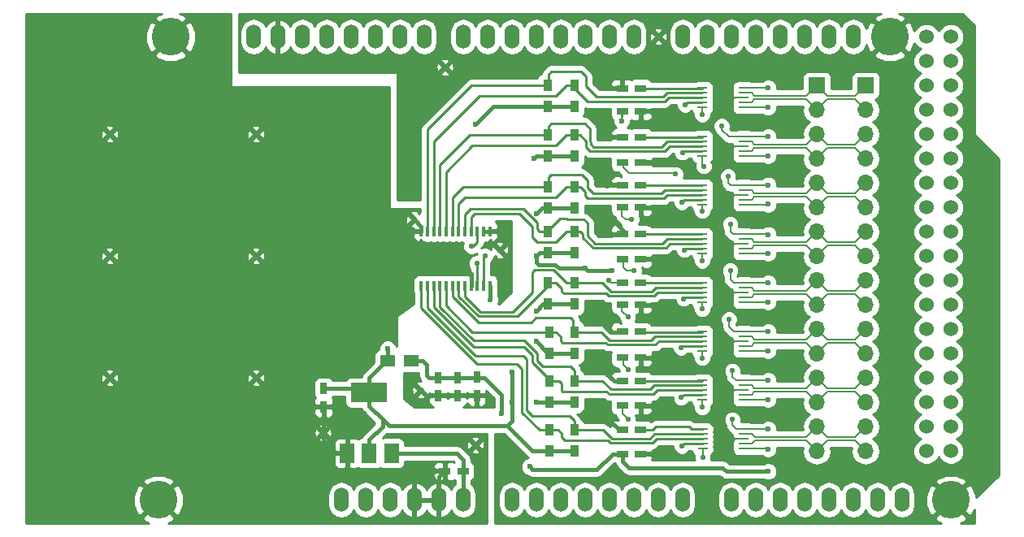
<source format=gbr>
G04 #@! TF.FileFunction,Copper,L1,Top,Signal*
%FSLAX46Y46*%
G04 Gerber Fmt 4.6, Leading zero omitted, Abs format (unit mm)*
G04 Created by KiCad (PCBNEW 4.0.5) date Thursday, 11 May 2017 'PMt' 15:34:45*
%MOMM*%
%LPD*%
G01*
G04 APERTURE LIST*
%ADD10C,0.100000*%
%ADD11R,1.700000X1.700000*%
%ADD12O,1.700000X1.700000*%
%ADD13R,1.200000X0.750000*%
%ADD14R,0.750000X1.200000*%
%ADD15R,1.500000X1.250000*%
%ADD16R,0.900000X1.200000*%
%ADD17R,0.400000X1.100000*%
%ADD18R,1.100000X0.250000*%
%ADD19R,3.800000X2.000000*%
%ADD20R,1.500000X2.000000*%
%ADD21C,0.600000*%
%ADD22O,1.524000X2.540000*%
%ADD23C,3.937000*%
%ADD24C,1.524000*%
%ADD25C,0.550000*%
%ADD26C,0.400000*%
%ADD27C,0.250000*%
%ADD28C,0.200000*%
%ADD29C,0.150000*%
%ADD30C,0.254000*%
G04 APERTURE END LIST*
D10*
D11*
X180340000Y-83820000D03*
D12*
X180340000Y-86360000D03*
X180340000Y-88900000D03*
X180340000Y-91440000D03*
X180340000Y-93980000D03*
X180340000Y-96520000D03*
X180340000Y-99060000D03*
X180340000Y-101600000D03*
X180340000Y-104140000D03*
X180340000Y-106680000D03*
X180340000Y-109220000D03*
X180340000Y-111760000D03*
X180340000Y-114300000D03*
X180340000Y-116840000D03*
X180340000Y-119380000D03*
X180340000Y-121920000D03*
D13*
X155000000Y-84100000D03*
X156900000Y-84100000D03*
X155021200Y-94183200D03*
X156921200Y-94183200D03*
X155021200Y-104394000D03*
X156921200Y-104394000D03*
X155000000Y-114600000D03*
X156900000Y-114600000D03*
X155000000Y-86500000D03*
X156900000Y-86500000D03*
X155021200Y-96520000D03*
X156921200Y-96520000D03*
X155000000Y-106680000D03*
X156900000Y-106680000D03*
X155000000Y-117200000D03*
X156900000Y-117200000D03*
X138400000Y-124000000D03*
X136500000Y-124000000D03*
X155021200Y-89204800D03*
X156921200Y-89204800D03*
X155000000Y-99314000D03*
X156900000Y-99314000D03*
X155000000Y-109474000D03*
X156900000Y-109474000D03*
X155000000Y-119684800D03*
X156900000Y-119684800D03*
D14*
X123900000Y-115400000D03*
X123900000Y-117300000D03*
D13*
X155021200Y-91846400D03*
X156921200Y-91846400D03*
X155021200Y-101904800D03*
X156921200Y-101904800D03*
X155021200Y-112200000D03*
X156921200Y-112200000D03*
X155000000Y-122200000D03*
X156900000Y-122200000D03*
D14*
X135830000Y-114240000D03*
X135830000Y-116140000D03*
X137830000Y-114240000D03*
X137830000Y-116140000D03*
X139830000Y-114200000D03*
X139830000Y-116100000D03*
D15*
X130530000Y-112540000D03*
X133030000Y-112540000D03*
D11*
X175260000Y-83820000D03*
D12*
X175260000Y-86360000D03*
X175260000Y-88900000D03*
X175260000Y-91440000D03*
X175260000Y-93980000D03*
X175260000Y-96520000D03*
X175260000Y-99060000D03*
X175260000Y-101600000D03*
X175260000Y-104140000D03*
X175260000Y-106680000D03*
X175260000Y-109220000D03*
X175260000Y-111760000D03*
X175260000Y-114300000D03*
X175260000Y-116840000D03*
X175260000Y-119380000D03*
X175260000Y-121920000D03*
D16*
X147200000Y-86000000D03*
X147200000Y-83800000D03*
X147200000Y-96600000D03*
X147200000Y-94400000D03*
X150000000Y-106600000D03*
X150000000Y-104400000D03*
X150000000Y-116800000D03*
X150000000Y-114600000D03*
X150000000Y-86000000D03*
X150000000Y-83800000D03*
X150000000Y-96600000D03*
X150000000Y-94400000D03*
X147200000Y-106600000D03*
X147200000Y-104400000D03*
X147400000Y-116800000D03*
X147400000Y-114600000D03*
X147200000Y-91200000D03*
X147200000Y-89000000D03*
X147200000Y-101260000D03*
X147200000Y-99060000D03*
X150000000Y-111700000D03*
X150000000Y-109500000D03*
X150000000Y-121900000D03*
X150000000Y-119700000D03*
X150000000Y-91200000D03*
X150000000Y-89000000D03*
X150000000Y-101260000D03*
X150000000Y-99060000D03*
X147400000Y-111700000D03*
X147400000Y-109500000D03*
X147400000Y-121900000D03*
X147400000Y-119700000D03*
D17*
X141200000Y-99000000D03*
X140550000Y-99000000D03*
X139900000Y-99000000D03*
X139250000Y-99000000D03*
X138600000Y-99000000D03*
X137950000Y-99000000D03*
X137300000Y-99000000D03*
X136650000Y-99000000D03*
X136000000Y-99000000D03*
X135350000Y-99000000D03*
X134700000Y-99000000D03*
X134050000Y-99000000D03*
X134050000Y-104700000D03*
X134700000Y-104700000D03*
X135350000Y-104700000D03*
X136000000Y-104700000D03*
X136650000Y-104700000D03*
X137300000Y-104700000D03*
X137950000Y-104700000D03*
X138600000Y-104700000D03*
X139250000Y-104700000D03*
X139900000Y-104700000D03*
X140550000Y-104700000D03*
X141200000Y-104700000D03*
D18*
X163340000Y-84090000D03*
X163340000Y-84590000D03*
X163340000Y-85090000D03*
X163340000Y-85590000D03*
X163340000Y-86090000D03*
X167640000Y-86090000D03*
X167640000Y-85590000D03*
X167640000Y-85090000D03*
X167640000Y-84590000D03*
X167640000Y-84090000D03*
X163340000Y-94250000D03*
X163340000Y-94750000D03*
X163340000Y-95250000D03*
X163340000Y-95750000D03*
X163340000Y-96250000D03*
X167640000Y-96250000D03*
X167640000Y-95750000D03*
X167640000Y-95250000D03*
X167640000Y-94750000D03*
X167640000Y-94250000D03*
X163340000Y-104410000D03*
X163340000Y-104910000D03*
X163340000Y-105410000D03*
X163340000Y-105910000D03*
X163340000Y-106410000D03*
X167640000Y-106410000D03*
X167640000Y-105910000D03*
X167640000Y-105410000D03*
X167640000Y-104910000D03*
X167640000Y-104410000D03*
X163340000Y-114570000D03*
X163340000Y-115070000D03*
X163340000Y-115570000D03*
X163340000Y-116070000D03*
X163340000Y-116570000D03*
X167640000Y-116570000D03*
X167640000Y-116070000D03*
X167640000Y-115570000D03*
X167640000Y-115070000D03*
X167640000Y-114570000D03*
D19*
X128650000Y-115840000D03*
D20*
X128650000Y-122140000D03*
X130950000Y-122140000D03*
X126350000Y-122140000D03*
D18*
X163340000Y-89170000D03*
X163340000Y-89670000D03*
X163340000Y-90170000D03*
X163340000Y-90670000D03*
X163340000Y-91170000D03*
X167640000Y-91170000D03*
X167640000Y-90670000D03*
X167640000Y-90170000D03*
X167640000Y-89670000D03*
X167640000Y-89170000D03*
X163340000Y-99330000D03*
X163340000Y-99830000D03*
X163340000Y-100330000D03*
X163340000Y-100830000D03*
X163340000Y-101330000D03*
X167640000Y-101330000D03*
X167640000Y-100830000D03*
X167640000Y-100330000D03*
X167640000Y-99830000D03*
X167640000Y-99330000D03*
X163340000Y-109490000D03*
X163340000Y-109990000D03*
X163340000Y-110490000D03*
X163340000Y-110990000D03*
X163340000Y-111490000D03*
X167640000Y-111490000D03*
X167640000Y-110990000D03*
X167640000Y-110490000D03*
X167640000Y-109990000D03*
X167640000Y-109490000D03*
X163365400Y-119650000D03*
X163365400Y-120150000D03*
X163365400Y-120650000D03*
X163365400Y-121150000D03*
X163365400Y-121650000D03*
X167665400Y-121650000D03*
X167665400Y-121150000D03*
X167665400Y-120650000D03*
X167665400Y-120150000D03*
X167665400Y-119650000D03*
D21*
X101600000Y-101600000D03*
X116840000Y-101600000D03*
X101600000Y-88900000D03*
X116840000Y-88900000D03*
X101600000Y-114300000D03*
X116840000Y-114300000D03*
X158750000Y-78740000D03*
X123825000Y-120015000D03*
X139700000Y-121285000D03*
X136525000Y-81915000D03*
X142240000Y-100965000D03*
X133350000Y-97790000D03*
X133985000Y-115570000D03*
D22*
X161285000Y-78750000D03*
X163825000Y-78750000D03*
X166365000Y-78750000D03*
X168905000Y-78750000D03*
X171445000Y-78750000D03*
X173985000Y-78750000D03*
X176525000Y-78750000D03*
X179065000Y-78750000D03*
X184145000Y-127010000D03*
X181605000Y-127010000D03*
X179065000Y-127010000D03*
X176525000Y-127010000D03*
X166365000Y-127010000D03*
X161285000Y-127010000D03*
X158745000Y-127010000D03*
X168905000Y-127010000D03*
X171445000Y-127010000D03*
X173985000Y-127010000D03*
X156205000Y-127010000D03*
X153665000Y-127010000D03*
X151125000Y-127010000D03*
X143505000Y-127010000D03*
X146045000Y-127010000D03*
X148585000Y-127010000D03*
X138425000Y-127010000D03*
X135885000Y-127010000D03*
X133345000Y-127010000D03*
X128265000Y-127010000D03*
X125725000Y-127010000D03*
X156205000Y-78750000D03*
X153665000Y-78750000D03*
X151125000Y-78750000D03*
X148585000Y-78750000D03*
X146045000Y-78750000D03*
X143505000Y-78750000D03*
X140965000Y-78750000D03*
X138425000Y-78750000D03*
X134361000Y-78750000D03*
X131821000Y-78750000D03*
X129281000Y-78750000D03*
X126741000Y-78750000D03*
X124201000Y-78750000D03*
X121661000Y-78750000D03*
X119121000Y-78750000D03*
X116581000Y-78750000D03*
X130805000Y-127010000D03*
D23*
X189225000Y-127010000D03*
X182875000Y-78750000D03*
X107945000Y-78750000D03*
X106675000Y-127010000D03*
D24*
X186685000Y-81290000D03*
X189225000Y-81290000D03*
X186685000Y-83830000D03*
X189225000Y-83830000D03*
X186685000Y-86370000D03*
X189225000Y-86370000D03*
X186685000Y-88910000D03*
X189225000Y-88910000D03*
X186685000Y-78750000D03*
X189225000Y-78750000D03*
X189225000Y-91450000D03*
X186685000Y-91450000D03*
X186685000Y-93990000D03*
X189225000Y-93990000D03*
X186685000Y-96530000D03*
X189225000Y-96530000D03*
X186685000Y-99070000D03*
X189225000Y-99070000D03*
X186685000Y-101610000D03*
X189225000Y-101610000D03*
X186685000Y-104150000D03*
X189225000Y-104150000D03*
X186685000Y-106690000D03*
X189225000Y-106690000D03*
X186685000Y-109230000D03*
X189225000Y-109230000D03*
X186685000Y-111770000D03*
X189225000Y-111770000D03*
X186685000Y-114310000D03*
X189225000Y-114310000D03*
X186685000Y-116850000D03*
X189225000Y-116850000D03*
X186685000Y-119390000D03*
X189225000Y-119390000D03*
X186685000Y-121930000D03*
X189225000Y-121930000D03*
D25*
X139280900Y-100596700D03*
X139827000Y-102362000D03*
X140716000Y-101600000D03*
D21*
X130556000Y-111252000D03*
D25*
X141224000Y-106172000D03*
D21*
X139700000Y-87884000D03*
X153924000Y-103124000D03*
X145796000Y-91440000D03*
X151130000Y-102870000D03*
X146050000Y-97155000D03*
X146050000Y-101600000D03*
X146050000Y-107315000D03*
X143510000Y-113665000D03*
X146050000Y-110490000D03*
X146050000Y-116840000D03*
X143510000Y-116840000D03*
D25*
X160528000Y-93062900D03*
X166478624Y-118636376D03*
X155575000Y-118618000D03*
X166478624Y-113556376D03*
X155575000Y-113411000D03*
X166116000Y-108204000D03*
X155575000Y-107950000D03*
X166243000Y-103124000D03*
X156210000Y-103124000D03*
X166243000Y-98298000D03*
X155946000Y-97790000D03*
X166008145Y-93299300D03*
D21*
X154940000Y-87503000D03*
D25*
X165354000Y-88011000D03*
D21*
X170200000Y-121700000D03*
X170200000Y-119650000D03*
X170200000Y-86100000D03*
X170200000Y-91150000D03*
X170200000Y-89150000D03*
X170200000Y-96200000D03*
X170200000Y-94200000D03*
X170200000Y-99350000D03*
X170200000Y-101300000D03*
X170200000Y-106400000D03*
X170200000Y-104400000D03*
X170200000Y-111450000D03*
X170200000Y-109450000D03*
X170200000Y-114550000D03*
X170200000Y-116550000D03*
X170200000Y-84050000D03*
X170200000Y-124050000D03*
X145350000Y-123550000D03*
X142400000Y-118000000D03*
D25*
X153543000Y-104140000D03*
D21*
X158496000Y-87122000D03*
X153162000Y-89027000D03*
D25*
X153416000Y-94312900D03*
D21*
X159004000Y-96520000D03*
X154152600Y-98044000D03*
X158572200Y-101892100D03*
X158343600Y-106667300D03*
X152539700Y-108280200D03*
X158457900Y-112179100D03*
X153530300Y-113982500D03*
D25*
X158252000Y-117182900D03*
D21*
X153619200Y-118643400D03*
X158597600Y-122199400D03*
D25*
X161544000Y-85831000D03*
X161250000Y-90800000D03*
X161200000Y-96000000D03*
X161450000Y-100955000D03*
X161400000Y-106035000D03*
X161100000Y-111150000D03*
X161150000Y-116350000D03*
X161200000Y-121400000D03*
X163365400Y-122534900D03*
X163340000Y-117366000D03*
X163340000Y-112222500D03*
X163340000Y-107117100D03*
X163340000Y-102100600D03*
X163340000Y-96880900D03*
X163478192Y-92231192D03*
X163340000Y-86847900D03*
D26*
X139250000Y-103436000D02*
X138811000Y-102997000D01*
X139250000Y-104700000D02*
X139250000Y-103436000D01*
X140550000Y-99000000D02*
X141200000Y-99000000D01*
X134050000Y-99000000D02*
X134050000Y-98490000D01*
X134050000Y-98490000D02*
X133350000Y-97790000D01*
X123900000Y-117300000D02*
X123900000Y-120840000D01*
X123900000Y-120840000D02*
X125200000Y-122140000D01*
X125200000Y-122140000D02*
X126350000Y-122140000D01*
X127100000Y-124400000D02*
X126350000Y-123650000D01*
X126350000Y-123650000D02*
X126350000Y-122140000D01*
X132420000Y-124400000D02*
X127100000Y-124400000D01*
X133350000Y-127000000D02*
X133350000Y-125330000D01*
X133350000Y-125330000D02*
X132420000Y-124400000D01*
X135890000Y-127000000D02*
X135890000Y-124610000D01*
X135890000Y-124610000D02*
X136500000Y-124000000D01*
D27*
X125730000Y-126492000D02*
X125730000Y-127000000D01*
X139900000Y-100130000D02*
X139433300Y-100596700D01*
X139433300Y-100596700D02*
X139280900Y-100596700D01*
X139900000Y-99000000D02*
X139900000Y-100130000D01*
X163340000Y-85090000D02*
X159810000Y-85090000D01*
X159810000Y-85090000D02*
X159405010Y-85494990D01*
X159405010Y-85494990D02*
X151384990Y-85494990D01*
X151384990Y-85494990D02*
X149860000Y-83970000D01*
X149860000Y-83970000D02*
X149860000Y-83820000D01*
X135350000Y-99000000D02*
X135350000Y-89650000D01*
X140100000Y-84900000D02*
X148080000Y-84900000D01*
X135350000Y-89650000D02*
X140100000Y-84900000D01*
X148080000Y-84900000D02*
X149160000Y-83820000D01*
X149160000Y-83820000D02*
X149860000Y-83820000D01*
X163340000Y-84590000D02*
X159673590Y-84590000D01*
X159673590Y-84590000D02*
X159263590Y-85000000D01*
X151200000Y-82900000D02*
X150700000Y-82400000D01*
X159263590Y-85000000D02*
X152300000Y-85000000D01*
X152300000Y-85000000D02*
X151200000Y-83900000D01*
X150700000Y-82400000D02*
X147600000Y-82400000D01*
X151200000Y-83900000D02*
X151200000Y-82900000D01*
X147600000Y-82400000D02*
X147320000Y-82680000D01*
X147320000Y-82680000D02*
X147320000Y-83820000D01*
X134700000Y-88400000D02*
X139280000Y-83820000D01*
X139280000Y-83820000D02*
X147320000Y-83820000D01*
X134700000Y-99000000D02*
X134700000Y-88400000D01*
X159425010Y-90674990D02*
X159930000Y-90170000D01*
X159930000Y-90170000D02*
X163340000Y-90170000D01*
X151674990Y-90674990D02*
X159425010Y-90674990D01*
X151200000Y-90200000D02*
X151674990Y-90674990D01*
X151200000Y-89600000D02*
X151200000Y-90200000D01*
X149900000Y-89000000D02*
X150600000Y-89000000D01*
X150600000Y-89000000D02*
X151200000Y-89600000D01*
X139400000Y-90100000D02*
X148100000Y-90100000D01*
X148100000Y-90100000D02*
X149200000Y-89000000D01*
X149200000Y-89000000D02*
X149900000Y-89000000D01*
X136650000Y-92850000D02*
X139400000Y-90100000D01*
X136650000Y-99000000D02*
X136650000Y-92850000D01*
X163340000Y-89670000D02*
X159654980Y-89670000D01*
X159654980Y-89670000D02*
X159124980Y-90200000D01*
X159124980Y-90200000D02*
X152000000Y-90200000D01*
X152000000Y-90200000D02*
X151700000Y-89900000D01*
X151700000Y-89700000D02*
X151650010Y-89650010D01*
X151700000Y-89900000D02*
X151700000Y-89700000D01*
X151650010Y-89650010D02*
X151650010Y-88350010D01*
X151650010Y-88350010D02*
X151100000Y-87800000D01*
X151100000Y-87800000D02*
X147600000Y-87800000D01*
X147600000Y-87800000D02*
X147300000Y-88100000D01*
X147300000Y-88100000D02*
X147300000Y-89000000D01*
X136000000Y-92100000D02*
X139100000Y-89000000D01*
X139100000Y-89000000D02*
X147300000Y-89000000D01*
X136000000Y-99000000D02*
X136000000Y-92100000D01*
X159300000Y-95600000D02*
X159650000Y-95250000D01*
X159650000Y-95250000D02*
X163340000Y-95250000D01*
X151400000Y-95600000D02*
X159300000Y-95600000D01*
X151100000Y-95300000D02*
X151400000Y-95600000D01*
X151100000Y-94900000D02*
X151100000Y-95300000D01*
X149900000Y-94400000D02*
X150600000Y-94400000D01*
X150600000Y-94400000D02*
X151100000Y-94900000D01*
X138600000Y-95500000D02*
X148100000Y-95500000D01*
X148100000Y-95500000D02*
X149200000Y-94400000D01*
X149200000Y-94400000D02*
X149900000Y-94400000D01*
X137950000Y-96150000D02*
X138600000Y-95500000D01*
X137950000Y-99000000D02*
X137950000Y-96150000D01*
X147600000Y-93100000D02*
X147300000Y-93400000D01*
X147300000Y-93400000D02*
X147300000Y-94400000D01*
X150800000Y-93100000D02*
X147600000Y-93100000D01*
X151400000Y-93700000D02*
X150800000Y-93100000D01*
X152000000Y-95100000D02*
X151400000Y-94500000D01*
X151400000Y-94500000D02*
X151400000Y-93700000D01*
X159049990Y-95100000D02*
X152000000Y-95100000D01*
X159399990Y-94750000D02*
X159049990Y-95100000D01*
X163340000Y-94750000D02*
X159399990Y-94750000D01*
X137300000Y-99000000D02*
X137300000Y-95500000D01*
X137300000Y-95500000D02*
X138400000Y-94400000D01*
X138400000Y-94400000D02*
X147300000Y-94400000D01*
X150900000Y-99300000D02*
X150660000Y-99060000D01*
X150660000Y-99060000D02*
X149860000Y-99060000D01*
X150900000Y-99700000D02*
X150900000Y-99300000D01*
X151934990Y-100734990D02*
X150900000Y-99700000D01*
X159970000Y-100330000D02*
X159565010Y-100734990D01*
X159565010Y-100734990D02*
X151934990Y-100734990D01*
X163340000Y-100330000D02*
X159970000Y-100330000D01*
X146100000Y-100100000D02*
X148120000Y-100100000D01*
X148120000Y-100100000D02*
X149160000Y-99060000D01*
X149160000Y-99060000D02*
X149860000Y-99060000D01*
X145649990Y-99649990D02*
X146100000Y-100100000D01*
X144300000Y-97200000D02*
X145649990Y-98549990D01*
X145649990Y-98549990D02*
X145649990Y-99649990D01*
X139600000Y-97200000D02*
X144300000Y-97200000D01*
X139250000Y-97550000D02*
X139600000Y-97200000D01*
X139250000Y-99000000D02*
X139250000Y-97550000D01*
X149180000Y-97700000D02*
X148530000Y-97700000D01*
X148530000Y-97700000D02*
X147320000Y-98910000D01*
X147320000Y-98910000D02*
X147320000Y-99060000D01*
X151000000Y-97800000D02*
X149280000Y-97800000D01*
X149280000Y-97800000D02*
X149180000Y-97700000D01*
X151350010Y-98150010D02*
X151000000Y-97800000D01*
X152184980Y-100284980D02*
X151350010Y-99450010D01*
X151350010Y-99450010D02*
X151350010Y-98150010D01*
X159200000Y-100284980D02*
X152184980Y-100284980D01*
X159654980Y-99830000D02*
X159200000Y-100284980D01*
X163340000Y-99830000D02*
X159654980Y-99830000D01*
X138600000Y-99000000D02*
X138600000Y-97300000D01*
X146100000Y-98800000D02*
X146360000Y-99060000D01*
X138600000Y-97300000D02*
X139200000Y-96700000D01*
X139200000Y-96700000D02*
X144700000Y-96700000D01*
X144700000Y-96700000D02*
X146100000Y-98100000D01*
X146100000Y-98100000D02*
X146100000Y-98800000D01*
X146360000Y-99060000D02*
X147320000Y-99060000D01*
X153300000Y-105500000D02*
X153550010Y-105750010D01*
X153550010Y-105750010D02*
X158286401Y-105750009D01*
X158286401Y-105750009D02*
X158626410Y-105410000D01*
X158626410Y-105410000D02*
X162540000Y-105410000D01*
X162540000Y-105410000D02*
X163340000Y-105410000D01*
X148900000Y-105500000D02*
X153300000Y-105500000D01*
X148700000Y-105300000D02*
X148900000Y-105500000D01*
X148700000Y-105000000D02*
X148700000Y-105300000D01*
X147400000Y-104400000D02*
X148100000Y-104400000D01*
X148100000Y-104400000D02*
X148700000Y-105000000D01*
X137950000Y-104700000D02*
X137950000Y-105786410D01*
X137950000Y-105786410D02*
X140013600Y-107850010D01*
X140013600Y-107850010D02*
X144099990Y-107850010D01*
X144099990Y-107850010D02*
X147400000Y-104550000D01*
X147400000Y-104550000D02*
X147400000Y-104400000D01*
X153800000Y-105300000D02*
X152900000Y-104400000D01*
X152900000Y-104400000D02*
X149900000Y-104400000D01*
X158100000Y-105300000D02*
X153800000Y-105300000D01*
X158490000Y-104910000D02*
X158100000Y-105300000D01*
X163340000Y-104910000D02*
X158490000Y-104910000D01*
X147800000Y-103000000D02*
X149200000Y-104400000D01*
X149200000Y-104400000D02*
X149900000Y-104400000D01*
X145900000Y-103000000D02*
X147800000Y-103000000D01*
X145600000Y-103300000D02*
X145900000Y-103000000D01*
X145600000Y-105400000D02*
X145600000Y-103300000D01*
X143600000Y-107400000D02*
X145600000Y-105400000D01*
X140200000Y-107400000D02*
X143600000Y-107400000D01*
X138600000Y-105800000D02*
X140200000Y-107400000D01*
X138600000Y-104700000D02*
X138600000Y-105800000D01*
X147400000Y-109500000D02*
X148100000Y-109500000D01*
X148600000Y-110000000D02*
X148600000Y-110400000D01*
X153513600Y-110850010D02*
X158449990Y-110850010D01*
X148100000Y-109500000D02*
X148600000Y-110000000D01*
X148600000Y-110400000D02*
X148800000Y-110600000D01*
X148800000Y-110600000D02*
X153263590Y-110600000D01*
X158449990Y-110850010D02*
X158810000Y-110490000D01*
X153263590Y-110600000D02*
X153513600Y-110850010D01*
X158810000Y-110490000D02*
X163340000Y-110490000D01*
X139400000Y-109500000D02*
X143600000Y-109500000D01*
X143600000Y-109500000D02*
X147400000Y-109500000D01*
X136650000Y-106750000D02*
X139400000Y-109500000D01*
X136650000Y-104700000D02*
X136650000Y-106750000D01*
X163340000Y-109990000D02*
X162540000Y-109990000D01*
X162540000Y-109990000D02*
X162530000Y-110000000D01*
X162530000Y-110000000D02*
X158400000Y-110000000D01*
X158400000Y-110000000D02*
X158000000Y-110400000D01*
X152800000Y-109500000D02*
X149900000Y-109500000D01*
X158000000Y-110400000D02*
X153700000Y-110400000D01*
X153700000Y-110400000D02*
X152800000Y-109500000D01*
X137300000Y-104700000D02*
X137300000Y-105772820D01*
X137300000Y-105772820D02*
X140027180Y-108500000D01*
X140027180Y-108500000D02*
X145500000Y-108500000D01*
X145500000Y-108500000D02*
X146000000Y-108000000D01*
X146000000Y-108000000D02*
X149600000Y-108000000D01*
X149600000Y-108000000D02*
X149900000Y-108300000D01*
X149900000Y-108300000D02*
X149900000Y-109500000D01*
X158200000Y-116000000D02*
X158630000Y-115570000D01*
X158630000Y-115570000D02*
X163340000Y-115570000D01*
X153663590Y-116000000D02*
X158200000Y-116000000D01*
X148800000Y-115700000D02*
X153363590Y-115700000D01*
X153363590Y-115700000D02*
X153663590Y-116000000D01*
X148700000Y-115600000D02*
X148800000Y-115700000D01*
X148700000Y-114900000D02*
X148700000Y-115600000D01*
X148400000Y-114600000D02*
X148700000Y-114900000D01*
X147400000Y-114600000D02*
X148400000Y-114600000D01*
X135350000Y-104700000D02*
X135350000Y-106886410D01*
X135350000Y-106886410D02*
X139563590Y-111100000D01*
X139563590Y-111100000D02*
X144800000Y-111100000D01*
X144800000Y-111100000D02*
X145649990Y-111949990D01*
X145649990Y-111949990D02*
X145649990Y-112699990D01*
X145649990Y-112699990D02*
X147400000Y-114450000D01*
X147400000Y-114450000D02*
X147400000Y-114600000D01*
X153800000Y-115500000D02*
X152900000Y-114600000D01*
X152900000Y-114600000D02*
X150000000Y-114600000D01*
X157900000Y-115500000D02*
X153800000Y-115500000D01*
X158349990Y-115050010D02*
X157900000Y-115500000D01*
X162520010Y-115050010D02*
X158349990Y-115050010D01*
X163340000Y-115070000D02*
X162540000Y-115070000D01*
X162540000Y-115070000D02*
X162520010Y-115050010D01*
X136000000Y-104700000D02*
X136000000Y-106900000D01*
X136000000Y-106900000D02*
X139500000Y-110400000D01*
X139500000Y-110400000D02*
X144800000Y-110400000D01*
X144800000Y-110400000D02*
X146100000Y-111700000D01*
X146100000Y-111700000D02*
X146100000Y-112500000D01*
X149600000Y-113100000D02*
X150000000Y-113500000D01*
X150000000Y-113500000D02*
X150000000Y-114600000D01*
X146100000Y-112500000D02*
X146700000Y-113100000D01*
X146700000Y-113100000D02*
X149600000Y-113100000D01*
X158149990Y-121050010D02*
X158550000Y-120650000D01*
X158550000Y-120650000D02*
X163365400Y-120650000D01*
X149000000Y-120800000D02*
X153463590Y-120800000D01*
X153463590Y-120800000D02*
X153713600Y-121050010D01*
X153713600Y-121050010D02*
X158149990Y-121050010D01*
X148700000Y-120500000D02*
X149000000Y-120800000D01*
X148700000Y-120100000D02*
X148700000Y-120500000D01*
X148300000Y-119700000D02*
X148700000Y-120100000D01*
X147400000Y-119700000D02*
X148300000Y-119700000D01*
X134050000Y-104700000D02*
X134050000Y-106986410D01*
X139863590Y-112800000D02*
X144000000Y-112800000D01*
X134050000Y-106986410D02*
X139863590Y-112800000D01*
X144549990Y-113349990D02*
X144549991Y-117886401D01*
X144000000Y-112800000D02*
X144549990Y-113349990D01*
X144549991Y-117886401D02*
X146363590Y-119700000D01*
X146363590Y-119700000D02*
X146700000Y-119700000D01*
X146700000Y-119700000D02*
X147400000Y-119700000D01*
X158350000Y-120150000D02*
X158377000Y-120150000D01*
X158377000Y-120150000D02*
X163365400Y-120150000D01*
X158350000Y-120150000D02*
X157900000Y-120600000D01*
X157900000Y-120600000D02*
X153900000Y-120600000D01*
X153900000Y-120600000D02*
X153000000Y-119700000D01*
X153000000Y-119700000D02*
X150000000Y-119700000D01*
X149500000Y-118300000D02*
X150000000Y-118800000D01*
X150000000Y-118800000D02*
X150000000Y-119700000D01*
X145600000Y-118300000D02*
X149500000Y-118300000D01*
X145000000Y-117700000D02*
X145600000Y-118300000D01*
X145000000Y-112300000D02*
X145000000Y-117700000D01*
X144700000Y-112000000D02*
X145000000Y-112300000D01*
X139700000Y-112000000D02*
X144700000Y-112000000D01*
X134700000Y-107000000D02*
X139700000Y-112000000D01*
X134700000Y-104700000D02*
X134700000Y-107000000D01*
X139900000Y-104700000D02*
X139900000Y-102435000D01*
X139900000Y-102435000D02*
X139827000Y-102362000D01*
X140550000Y-104700000D02*
X140550000Y-101766000D01*
X140550000Y-101766000D02*
X140716000Y-101600000D01*
D26*
X130556000Y-111252000D02*
X130556000Y-112514000D01*
X130556000Y-112514000D02*
X130530000Y-112540000D01*
X141200000Y-104700000D02*
X141200000Y-106148000D01*
X141200000Y-106148000D02*
X141224000Y-106172000D01*
X128650000Y-117240000D02*
X130048000Y-118638000D01*
X130048000Y-118638000D02*
X130710000Y-119300000D01*
X128650000Y-122140000D02*
X128650000Y-120740000D01*
X128650000Y-120740000D02*
X130048000Y-119342000D01*
X130048000Y-119342000D02*
X130048000Y-118638000D01*
X147320000Y-86020000D02*
X141564000Y-86020000D01*
X141564000Y-86020000D02*
X139700000Y-87884000D01*
X153924000Y-103124000D02*
X151384000Y-103124000D01*
X151384000Y-103124000D02*
X151130000Y-102870000D01*
X147300000Y-91200000D02*
X146036000Y-91200000D01*
X146036000Y-91200000D02*
X145796000Y-91440000D01*
X151130000Y-102870000D02*
X148412476Y-102870000D01*
X148412476Y-102870000D02*
X148017466Y-102474990D01*
X148017466Y-102474990D02*
X146304000Y-102474990D01*
X146304000Y-102474990D02*
X146050000Y-102220990D01*
X146050000Y-102220990D02*
X146050000Y-101600000D01*
X147300000Y-96600000D02*
X146605000Y-96600000D01*
X146605000Y-96600000D02*
X146050000Y-97155000D01*
X147320000Y-101260000D02*
X146390000Y-101260000D01*
X146390000Y-101260000D02*
X146050000Y-101600000D01*
X147400000Y-106600000D02*
X146765000Y-106600000D01*
X146765000Y-106600000D02*
X146050000Y-107315000D01*
X143510000Y-113665000D02*
X143510000Y-116840000D01*
X147400000Y-111700000D02*
X147260000Y-111700000D01*
X147260000Y-111700000D02*
X146050000Y-110490000D01*
X146050000Y-116840000D02*
X147360000Y-116840000D01*
X147360000Y-116840000D02*
X147400000Y-116800000D01*
X143510000Y-118790000D02*
X143510000Y-116840000D01*
X143000000Y-119300000D02*
X143510000Y-118790000D01*
X147400000Y-106600000D02*
X149900000Y-106600000D01*
X147400000Y-111700000D02*
X149900000Y-111700000D01*
X147400000Y-116800000D02*
X150000000Y-116800000D01*
X147400000Y-121900000D02*
X150000000Y-121900000D01*
X143000000Y-119300000D02*
X145600000Y-121900000D01*
X145600000Y-121900000D02*
X147400000Y-121900000D01*
X130710000Y-119300000D02*
X143000000Y-119300000D01*
X128650000Y-115840000D02*
X128650000Y-117240000D01*
X147320000Y-101260000D02*
X149860000Y-101260000D01*
X147300000Y-96600000D02*
X149900000Y-96600000D01*
X147300000Y-91200000D02*
X149900000Y-91200000D01*
X147320000Y-86020000D02*
X149860000Y-86020000D01*
X128650000Y-115840000D02*
X128650000Y-114295000D01*
X128650000Y-114295000D02*
X130405000Y-112540000D01*
X130405000Y-112540000D02*
X130530000Y-112540000D01*
X123900000Y-115400000D02*
X128210000Y-115400000D01*
X128210000Y-115400000D02*
X128650000Y-115840000D01*
X138400000Y-124000000D02*
X138400000Y-126970000D01*
X138400000Y-126970000D02*
X138430000Y-127000000D01*
X130950000Y-122140000D02*
X137740000Y-122140000D01*
X137740000Y-122140000D02*
X138400000Y-122800000D01*
X138400000Y-122800000D02*
X138400000Y-124000000D01*
D27*
X156900000Y-84100000D02*
X163330000Y-84100000D01*
X163330000Y-84100000D02*
X163340000Y-84090000D01*
X157000000Y-94200000D02*
X163290000Y-94200000D01*
X163290000Y-94200000D02*
X163340000Y-94250000D01*
X157000000Y-104400000D02*
X163330000Y-104400000D01*
X163330000Y-104400000D02*
X163340000Y-104410000D01*
X156900000Y-114600000D02*
X163310000Y-114600000D01*
X163310000Y-114600000D02*
X163340000Y-114570000D01*
X157000000Y-89200000D02*
X163310000Y-89200000D01*
X163310000Y-89200000D02*
X163340000Y-89170000D01*
X157000000Y-99300000D02*
X163310000Y-99300000D01*
X163310000Y-99300000D02*
X163340000Y-99330000D01*
X157000000Y-109500000D02*
X163330000Y-109500000D01*
X163330000Y-109500000D02*
X163340000Y-109490000D01*
X161925000Y-119380000D02*
X162195000Y-119650000D01*
X162195000Y-119650000D02*
X163365400Y-119650000D01*
X158496000Y-119380000D02*
X161925000Y-119380000D01*
X158176000Y-119700000D02*
X158496000Y-119380000D01*
X156900000Y-119700000D02*
X158176000Y-119700000D01*
D28*
X165354000Y-88011000D02*
X165354000Y-88435264D01*
X165354000Y-88435264D02*
X166088736Y-89170000D01*
X166088736Y-89170000D02*
X166890000Y-89170000D01*
X166890000Y-89170000D02*
X167640000Y-89170000D01*
X166478624Y-118636376D02*
X166478624Y-119213224D01*
X166478624Y-119213224D02*
X166915400Y-119650000D01*
X155000000Y-117775000D02*
X155000000Y-118043000D01*
X155000000Y-118043000D02*
X155575000Y-118618000D01*
X166478624Y-113556376D02*
X166478624Y-114158624D01*
X166478624Y-114158624D02*
X166890000Y-114570000D01*
X155100000Y-112936000D02*
X155575000Y-113411000D01*
X155100000Y-112775000D02*
X155100000Y-112936000D01*
X166116000Y-108204000D02*
X166116000Y-108987054D01*
X166116000Y-108987054D02*
X166618946Y-109490000D01*
X166618946Y-109490000D02*
X166890000Y-109490000D01*
X166890000Y-109490000D02*
X167640000Y-109490000D01*
X154940000Y-107255000D02*
X154940000Y-107315000D01*
X154940000Y-107315000D02*
X155575000Y-107950000D01*
X166243000Y-103124000D02*
X166243000Y-104034054D01*
X166243000Y-104034054D02*
X166618946Y-104410000D01*
X155100000Y-102776000D02*
X155448000Y-103124000D01*
X155448000Y-103124000D02*
X156210000Y-103124000D01*
X155100000Y-102475000D02*
X155100000Y-102776000D01*
X166890000Y-99330000D02*
X167005000Y-99330000D01*
X167005000Y-99330000D02*
X167640000Y-99330000D01*
X166243000Y-99060000D02*
X166513000Y-99330000D01*
X166513000Y-99330000D02*
X167005000Y-99330000D01*
X166243000Y-98298000D02*
X166243000Y-99060000D01*
X154940000Y-97409000D02*
X155321000Y-97790000D01*
X155321000Y-97790000D02*
X155946000Y-97790000D01*
X154940000Y-97095000D02*
X154940000Y-97409000D01*
X155675000Y-92950000D02*
X160415100Y-92950000D01*
X160415100Y-92950000D02*
X160528000Y-93062900D01*
X166250000Y-94241000D02*
X166008145Y-93999145D01*
X166008145Y-93999145D02*
X166008145Y-93299300D01*
X166250000Y-94250000D02*
X166250000Y-94241000D01*
X154940000Y-87503000D02*
X154940000Y-86560000D01*
X154940000Y-86560000D02*
X155000000Y-86500000D01*
X155000000Y-86500000D02*
X155000000Y-87075000D01*
X166250000Y-94250000D02*
X166890000Y-94250000D01*
X166890000Y-94250000D02*
X167640000Y-94250000D01*
X155100000Y-91800000D02*
X155100000Y-92375000D01*
X155100000Y-92375000D02*
X155675000Y-92950000D01*
X154940000Y-96520000D02*
X154940000Y-97095000D01*
X166618946Y-104410000D02*
X166890000Y-104410000D01*
X166890000Y-104410000D02*
X167640000Y-104410000D01*
X155100000Y-101900000D02*
X155100000Y-102475000D01*
X154940000Y-106680000D02*
X154940000Y-107255000D01*
X166890000Y-114570000D02*
X167640000Y-114570000D01*
X155100000Y-112200000D02*
X155100000Y-112775000D01*
X166915400Y-119650000D02*
X167665400Y-119650000D01*
X155000000Y-117200000D02*
X155000000Y-117775000D01*
X167665400Y-121650000D02*
X170150000Y-121650000D01*
X170150000Y-121650000D02*
X170200000Y-121700000D01*
X167665400Y-119650000D02*
X170200000Y-119650000D01*
X167640000Y-84090000D02*
X170160000Y-84090000D01*
X170160000Y-84090000D02*
X170200000Y-84050000D01*
X167640000Y-86090000D02*
X170190000Y-86090000D01*
X170190000Y-86090000D02*
X170200000Y-86100000D01*
X170180000Y-91170000D02*
X170200000Y-91150000D01*
X167640000Y-91170000D02*
X170180000Y-91170000D01*
X167640000Y-89170000D02*
X170180000Y-89170000D01*
X170180000Y-89170000D02*
X170200000Y-89150000D01*
X167640000Y-96250000D02*
X170150000Y-96250000D01*
X170150000Y-96250000D02*
X170200000Y-96200000D01*
X167640000Y-94250000D02*
X170150000Y-94250000D01*
X170150000Y-94250000D02*
X170200000Y-94200000D01*
X167640000Y-99330000D02*
X170180000Y-99330000D01*
X170180000Y-99330000D02*
X170200000Y-99350000D01*
X167640000Y-101330000D02*
X170170000Y-101330000D01*
X170170000Y-101330000D02*
X170200000Y-101300000D01*
X167640000Y-106410000D02*
X170190000Y-106410000D01*
X170190000Y-106410000D02*
X170200000Y-106400000D01*
X167640000Y-104410000D02*
X170190000Y-104410000D01*
X170190000Y-104410000D02*
X170200000Y-104400000D01*
X167640000Y-111490000D02*
X170160000Y-111490000D01*
X170160000Y-111490000D02*
X170200000Y-111450000D01*
X167640000Y-109490000D02*
X170160000Y-109490000D01*
X170160000Y-109490000D02*
X170200000Y-109450000D01*
X170180000Y-114570000D02*
X170200000Y-114550000D01*
X167640000Y-114570000D02*
X170180000Y-114570000D01*
X167640000Y-116570000D02*
X170180000Y-116570000D01*
X170180000Y-116570000D02*
X170200000Y-116550000D01*
D26*
X165822924Y-124050000D02*
X170200000Y-124050000D01*
X155725000Y-123700000D02*
X165472924Y-123700000D01*
X165472924Y-123700000D02*
X165822924Y-124050000D01*
X155000000Y-122200000D02*
X155000000Y-122975000D01*
X155000000Y-122975000D02*
X155725000Y-123700000D01*
X145350000Y-123550000D02*
X145649999Y-123849999D01*
X145649999Y-123849999D02*
X152350001Y-123849999D01*
X152350001Y-123849999D02*
X154000000Y-122200000D01*
X154000000Y-122200000D02*
X155000000Y-122200000D01*
X142450000Y-116085000D02*
X142450000Y-117950000D01*
X142450000Y-117950000D02*
X142400000Y-118000000D01*
X139830000Y-114240000D02*
X140605000Y-114240000D01*
X140605000Y-114240000D02*
X142450000Y-116085000D01*
X154860000Y-106600000D02*
X154940000Y-106680000D01*
X154860000Y-96600000D02*
X154940000Y-96520000D01*
X134600000Y-114000000D02*
X134840000Y-114240000D01*
X134840000Y-114240000D02*
X135830000Y-114240000D01*
X134600000Y-112960000D02*
X134600000Y-114000000D01*
X133030000Y-112540000D02*
X134180000Y-112540000D01*
X134180000Y-112540000D02*
X134600000Y-112960000D01*
X139830000Y-114240000D02*
X137830000Y-114240000D01*
X135830000Y-114240000D02*
X137830000Y-114240000D01*
D28*
X153987500Y-104394000D02*
X153966501Y-104414999D01*
X153966501Y-104414999D02*
X153817999Y-104414999D01*
X153817999Y-104414999D02*
X153543000Y-104140000D01*
X155021200Y-104394000D02*
X153987500Y-104394000D01*
X154979000Y-104521000D02*
X155100000Y-104400000D01*
X166116000Y-120650000D02*
X165989000Y-120650000D01*
X167665400Y-120650000D02*
X166116000Y-120650000D01*
X167640000Y-115570000D02*
X165735000Y-115570000D01*
X166890000Y-110490000D02*
X165862000Y-110490000D01*
X167640000Y-110490000D02*
X166890000Y-110490000D01*
X167640000Y-105410000D02*
X165481000Y-105410000D01*
X167640000Y-100330000D02*
X165862000Y-100330000D01*
X167640000Y-95250000D02*
X165862000Y-95250000D01*
X166890000Y-90170000D02*
X165989000Y-90170000D01*
X167640000Y-90170000D02*
X166890000Y-90170000D01*
X166890000Y-85090000D02*
X166116000Y-85090000D01*
X167640000Y-85090000D02*
X166890000Y-85090000D01*
D26*
X156900000Y-86500000D02*
X157874000Y-86500000D01*
X157874000Y-86500000D02*
X158496000Y-87122000D01*
X155100000Y-89200000D02*
X153335000Y-89200000D01*
X153335000Y-89200000D02*
X153162000Y-89027000D01*
X157000000Y-91800000D02*
X158607400Y-91800000D01*
X158607400Y-91800000D02*
X158613000Y-91805600D01*
X155100000Y-94200000D02*
X153528900Y-94200000D01*
X153528900Y-94200000D02*
X153416000Y-94312900D01*
X156840000Y-96520000D02*
X159004000Y-96520000D01*
X155100000Y-99300000D02*
X155100000Y-98991400D01*
X155100000Y-98991400D02*
X154152600Y-98044000D01*
X157000000Y-101900000D02*
X158564300Y-101900000D01*
X158564300Y-101900000D02*
X158572200Y-101892100D01*
X156840000Y-106680000D02*
X158330900Y-106680000D01*
X158330900Y-106680000D02*
X158343600Y-106667300D01*
X155100000Y-109500000D02*
X153759500Y-109500000D01*
X153759500Y-109500000D02*
X152539700Y-108280200D01*
X157000000Y-112200000D02*
X158437000Y-112200000D01*
X158437000Y-112200000D02*
X158457900Y-112179100D01*
X155000000Y-114600000D02*
X154147800Y-114600000D01*
X154147800Y-114600000D02*
X153530300Y-113982500D01*
X156900000Y-117200000D02*
X158234900Y-117200000D01*
X158234900Y-117200000D02*
X158252000Y-117182900D01*
X155000000Y-119700000D02*
X154675800Y-119700000D01*
X154675800Y-119700000D02*
X153619200Y-118643400D01*
X156900000Y-122200000D02*
X158597000Y-122200000D01*
X158597000Y-122200000D02*
X158597600Y-122199400D01*
X139830000Y-116140000D02*
X137830000Y-116140000D01*
X135830000Y-116140000D02*
X137830000Y-116140000D01*
D28*
X175260000Y-83820000D02*
X176340001Y-84900001D01*
X176340001Y-84900001D02*
X179259999Y-84900001D01*
X179259999Y-84900001D02*
X180340000Y-83820000D01*
X174179999Y-84900001D02*
X175260000Y-83820000D01*
X167640000Y-84590000D02*
X168465000Y-84590000D01*
X168465000Y-84590000D02*
X168775001Y-84900001D01*
X168775001Y-84900001D02*
X174179999Y-84900001D01*
X167640000Y-84590000D02*
X167648000Y-84590000D01*
X167648000Y-84590000D02*
X167656000Y-84582000D01*
X175260000Y-86360000D02*
X176340001Y-85279999D01*
X176340001Y-85279999D02*
X179259999Y-85279999D01*
X179259999Y-85279999D02*
X180340000Y-86360000D01*
X167640000Y-85590000D02*
X168465000Y-85590000D01*
X168465000Y-85590000D02*
X168775001Y-85279999D01*
X168775001Y-85279999D02*
X174179999Y-85279999D01*
X174179999Y-85279999D02*
X175260000Y-86360000D01*
X175260000Y-88900000D02*
X176340001Y-89980001D01*
X176340001Y-89980001D02*
X179259999Y-89980001D01*
X179259999Y-89980001D02*
X180340000Y-88900000D01*
X167640000Y-89670000D02*
X168465000Y-89670000D01*
X168775001Y-89980001D02*
X174179999Y-89980001D01*
X168465000Y-89670000D02*
X168775001Y-89980001D01*
X174179999Y-89980001D02*
X175260000Y-88900000D01*
X175260000Y-91440000D02*
X176340001Y-90359999D01*
X176340001Y-90359999D02*
X179259999Y-90359999D01*
X179259999Y-90359999D02*
X180340000Y-91440000D01*
X167640000Y-90670000D02*
X168465000Y-90670000D01*
X168465000Y-90670000D02*
X168775001Y-90359999D01*
X168775001Y-90359999D02*
X174179999Y-90359999D01*
X174179999Y-90359999D02*
X175260000Y-91440000D01*
X175260000Y-93980000D02*
X176340001Y-95060001D01*
X176340001Y-95060001D02*
X179259999Y-95060001D01*
X179259999Y-95060001D02*
X180340000Y-93980000D01*
X174179999Y-95060001D02*
X175260000Y-93980000D01*
X167640000Y-94750000D02*
X168465000Y-94750000D01*
X168465000Y-94750000D02*
X168775001Y-95060001D01*
X168775001Y-95060001D02*
X174179999Y-95060001D01*
X175260000Y-96520000D02*
X176340001Y-95439999D01*
X176340001Y-95439999D02*
X179259999Y-95439999D01*
X179259999Y-95439999D02*
X180340000Y-96520000D01*
X167640000Y-95750000D02*
X168465000Y-95750000D01*
X168775001Y-95439999D02*
X174179999Y-95439999D01*
X168465000Y-95750000D02*
X168775001Y-95439999D01*
X174179999Y-95439999D02*
X175260000Y-96520000D01*
X175260000Y-99060000D02*
X176340001Y-100140001D01*
X176340001Y-100140001D02*
X179259999Y-100140001D01*
X179259999Y-100140001D02*
X180340000Y-99060000D01*
X167640000Y-99830000D02*
X168465000Y-99830000D01*
X168465000Y-99830000D02*
X168775001Y-100140001D01*
X168775001Y-100140001D02*
X174179999Y-100140001D01*
X174179999Y-100140001D02*
X175260000Y-99060000D01*
X175260000Y-101600000D02*
X176340001Y-100519999D01*
X176340001Y-100519999D02*
X179259999Y-100519999D01*
X179259999Y-100519999D02*
X180340000Y-101600000D01*
X167640000Y-100830000D02*
X168465000Y-100830000D01*
X168465000Y-100830000D02*
X168775001Y-100519999D01*
X168775001Y-100519999D02*
X174179999Y-100519999D01*
X174179999Y-100519999D02*
X175260000Y-101600000D01*
X175260000Y-104140000D02*
X176340001Y-105220001D01*
X176340001Y-105220001D02*
X179259999Y-105220001D01*
X179259999Y-105220001D02*
X180340000Y-104140000D01*
X168775001Y-105220001D02*
X174179999Y-105220001D01*
X174179999Y-105220001D02*
X175260000Y-104140000D01*
X167640000Y-104910000D02*
X168465000Y-104910000D01*
X168465000Y-104910000D02*
X168775001Y-105220001D01*
X175260000Y-106680000D02*
X176340001Y-105599999D01*
X176340001Y-105599999D02*
X179259999Y-105599999D01*
X179259999Y-105599999D02*
X180340000Y-106680000D01*
X167640000Y-105910000D02*
X168465000Y-105910000D01*
X168465000Y-105910000D02*
X168775001Y-105599999D01*
X168775001Y-105599999D02*
X174179999Y-105599999D01*
X174179999Y-105599999D02*
X175260000Y-106680000D01*
X175260000Y-109220000D02*
X176340001Y-110300001D01*
X179259999Y-110300001D02*
X180340000Y-109220000D01*
X176340001Y-110300001D02*
X179259999Y-110300001D01*
X168775001Y-110300001D02*
X174179999Y-110300001D01*
X167640000Y-109990000D02*
X168465000Y-109990000D01*
X168465000Y-109990000D02*
X168775001Y-110300001D01*
X174179999Y-110300001D02*
X175260000Y-109220000D01*
X175260000Y-111760000D02*
X176340001Y-110679999D01*
X176340001Y-110679999D02*
X179259999Y-110679999D01*
X179259999Y-110679999D02*
X180340000Y-111760000D01*
X167640000Y-110990000D02*
X168465000Y-110990000D01*
X168465000Y-110990000D02*
X168775001Y-110679999D01*
X168775001Y-110679999D02*
X174179999Y-110679999D01*
X174179999Y-110679999D02*
X175260000Y-111760000D01*
X175260000Y-114300000D02*
X176340001Y-115380001D01*
X176340001Y-115380001D02*
X179259999Y-115380001D01*
X179259999Y-115380001D02*
X180340000Y-114300000D01*
X168775001Y-115380001D02*
X174179999Y-115380001D01*
X174179999Y-115380001D02*
X175260000Y-114300000D01*
X168465000Y-115070000D02*
X168775001Y-115380001D01*
X167640000Y-115070000D02*
X168465000Y-115070000D01*
X175260000Y-116840000D02*
X176340001Y-115759999D01*
X176340001Y-115759999D02*
X179259999Y-115759999D01*
X179259999Y-115759999D02*
X180340000Y-116840000D01*
X167640000Y-116070000D02*
X168465000Y-116070000D01*
X168465000Y-116070000D02*
X168775001Y-115759999D01*
X168775001Y-115759999D02*
X174179999Y-115759999D01*
X174179999Y-115759999D02*
X175260000Y-116840000D01*
X179259999Y-120460001D02*
X180340000Y-119380000D01*
X175260000Y-119380000D02*
X176340001Y-120460001D01*
X176340001Y-120460001D02*
X179259999Y-120460001D01*
X167665400Y-120150000D02*
X168490400Y-120150000D01*
X168490400Y-120150000D02*
X168800401Y-120460001D01*
X168800401Y-120460001D02*
X174179999Y-120460001D01*
X174179999Y-120460001D02*
X175260000Y-119380000D01*
X175260000Y-121920000D02*
X176340001Y-120839999D01*
X179259999Y-120839999D02*
X180340000Y-121920000D01*
X176340001Y-120839999D02*
X179259999Y-120839999D01*
X167665400Y-121150000D02*
X168490400Y-121150000D01*
X168490400Y-121150000D02*
X168800401Y-120839999D01*
X168800401Y-120839999D02*
X174179999Y-120839999D01*
X174179999Y-120839999D02*
X175260000Y-121920000D01*
D27*
X163340000Y-85590000D02*
X161785000Y-85590000D01*
X161785000Y-85590000D02*
X161544000Y-85831000D01*
X163340000Y-90670000D02*
X161380000Y-90670000D01*
X161380000Y-90670000D02*
X161250000Y-90800000D01*
X163340000Y-95750000D02*
X161450000Y-95750000D01*
X161450000Y-95750000D02*
X161200000Y-96000000D01*
X163340000Y-100830000D02*
X161575000Y-100830000D01*
X161575000Y-100830000D02*
X161450000Y-100955000D01*
X163340000Y-105910000D02*
X161525000Y-105910000D01*
X161525000Y-105910000D02*
X161400000Y-106035000D01*
X163340000Y-110990000D02*
X161260000Y-110990000D01*
X161260000Y-110990000D02*
X161100000Y-111150000D01*
X163340000Y-116070000D02*
X161430000Y-116070000D01*
X161430000Y-116070000D02*
X161150000Y-116350000D01*
X163365400Y-121150000D02*
X161450000Y-121150000D01*
X161450000Y-121150000D02*
X161200000Y-121400000D01*
D29*
X163365400Y-121650000D02*
X163365400Y-122534900D01*
X163340000Y-116570000D02*
X163340000Y-117366000D01*
X163340000Y-112222500D02*
X163340000Y-111490000D01*
X163340000Y-106410000D02*
X163340000Y-107117100D01*
X163340000Y-101330000D02*
X163340000Y-102100600D01*
X163340000Y-96250000D02*
X163340000Y-96880900D01*
X163478192Y-92231192D02*
X163340000Y-92093000D01*
X163340000Y-92093000D02*
X163340000Y-91902500D01*
X163340000Y-91170000D02*
X163340000Y-91902500D01*
X163340000Y-86090000D02*
X163340000Y-86847900D01*
D30*
G36*
X106489252Y-76530270D02*
X106272323Y-76897718D01*
X107945000Y-78570395D01*
X109617677Y-76897718D01*
X109400748Y-76530270D01*
X108897832Y-76327000D01*
X114173000Y-76327000D01*
X114173000Y-83820000D01*
X114183006Y-83869410D01*
X114211447Y-83911035D01*
X114253841Y-83938315D01*
X114300000Y-83947000D01*
X130683000Y-83947000D01*
X130683000Y-96520000D01*
X130693006Y-96569410D01*
X130721447Y-96611035D01*
X130763841Y-96638315D01*
X130810000Y-96647000D01*
X133940000Y-96647000D01*
X133940000Y-97035324D01*
X133932534Y-97027858D01*
X133814819Y-97145573D01*
X133802607Y-96950975D01*
X133447073Y-96841637D01*
X133076761Y-96876678D01*
X132897393Y-96950975D01*
X132885181Y-97145576D01*
X133350000Y-97610395D01*
X133364143Y-97596253D01*
X133543748Y-97775858D01*
X133529605Y-97790000D01*
X133543748Y-97804143D01*
X133364143Y-97983748D01*
X133350000Y-97969605D01*
X132885181Y-98434424D01*
X132897393Y-98629025D01*
X133232978Y-98732228D01*
X133373750Y-98873000D01*
X133852560Y-98873000D01*
X133852560Y-99127000D01*
X133373750Y-99127000D01*
X133215000Y-99285750D01*
X133215000Y-99676309D01*
X133311673Y-99909698D01*
X133490301Y-100088327D01*
X133723690Y-100185000D01*
X133791250Y-100185000D01*
X133950000Y-100026250D01*
X133950000Y-99867933D01*
X134035910Y-100001441D01*
X134248110Y-100146431D01*
X134275785Y-100152035D01*
X134308750Y-100185000D01*
X134376310Y-100185000D01*
X134396753Y-100176532D01*
X134500000Y-100197440D01*
X134900000Y-100197440D01*
X135029589Y-100173056D01*
X135150000Y-100197440D01*
X135550000Y-100197440D01*
X135679589Y-100173056D01*
X135800000Y-100197440D01*
X136200000Y-100197440D01*
X136329589Y-100173056D01*
X136450000Y-100197440D01*
X136850000Y-100197440D01*
X136979589Y-100173056D01*
X137100000Y-100197440D01*
X137500000Y-100197440D01*
X137629589Y-100173056D01*
X137750000Y-100197440D01*
X138150000Y-100197440D01*
X138279589Y-100173056D01*
X138400000Y-100197440D01*
X138461353Y-100197440D01*
X138371058Y-100414896D01*
X138370742Y-100776916D01*
X138508990Y-101111500D01*
X138764753Y-101367711D01*
X139099096Y-101506542D01*
X139461116Y-101506858D01*
X139795700Y-101368610D01*
X139848729Y-101315674D01*
X139806158Y-101418196D01*
X139806129Y-101451981D01*
X139646784Y-101451842D01*
X139312200Y-101590090D01*
X139055989Y-101845853D01*
X138917158Y-102180196D01*
X138916842Y-102542216D01*
X139055090Y-102876800D01*
X139140000Y-102961859D01*
X139140000Y-103515000D01*
X139122998Y-103515000D01*
X139122998Y-103602155D01*
X139051890Y-103553569D01*
X139024215Y-103547965D01*
X138991250Y-103515000D01*
X138923690Y-103515000D01*
X138903247Y-103523468D01*
X138800000Y-103502560D01*
X138400000Y-103502560D01*
X138270411Y-103526944D01*
X138150000Y-103502560D01*
X137750000Y-103502560D01*
X137620411Y-103526944D01*
X137500000Y-103502560D01*
X137100000Y-103502560D01*
X136970411Y-103526944D01*
X136850000Y-103502560D01*
X136450000Y-103502560D01*
X136320411Y-103526944D01*
X136200000Y-103502560D01*
X135800000Y-103502560D01*
X135670411Y-103526944D01*
X135550000Y-103502560D01*
X135150000Y-103502560D01*
X135020411Y-103526944D01*
X134900000Y-103502560D01*
X134500000Y-103502560D01*
X134370411Y-103526944D01*
X134250000Y-103502560D01*
X133850000Y-103502560D01*
X133614683Y-103546838D01*
X133398559Y-103685910D01*
X133253569Y-103898110D01*
X133202560Y-104150000D01*
X133202560Y-105250000D01*
X133246838Y-105485317D01*
X133290000Y-105552393D01*
X133290000Y-106568929D01*
X133276183Y-106576656D01*
X131498183Y-107846656D01*
X131463792Y-107883517D01*
X131445000Y-107950000D01*
X131445000Y-110955112D01*
X131349117Y-110723057D01*
X131086327Y-110459808D01*
X130742799Y-110317162D01*
X130370833Y-110316838D01*
X130027057Y-110458883D01*
X129763808Y-110721673D01*
X129621162Y-111065201D01*
X129620960Y-111297486D01*
X129544683Y-111311838D01*
X129328559Y-111450910D01*
X129183569Y-111663110D01*
X129132560Y-111915000D01*
X129132560Y-112631572D01*
X128059566Y-113704566D01*
X127878561Y-113975459D01*
X127835377Y-114192560D01*
X126750000Y-114192560D01*
X126514683Y-114236838D01*
X126298559Y-114375910D01*
X126169359Y-114565000D01*
X124878222Y-114565000D01*
X124878162Y-114564683D01*
X124739090Y-114348559D01*
X124526890Y-114203569D01*
X124275000Y-114152560D01*
X123525000Y-114152560D01*
X123289683Y-114196838D01*
X123073559Y-114335910D01*
X122928569Y-114548110D01*
X122877560Y-114800000D01*
X122877560Y-116000000D01*
X122921838Y-116235317D01*
X122988329Y-116338646D01*
X122986673Y-116340302D01*
X122890000Y-116573691D01*
X122890000Y-117014250D01*
X123048750Y-117173000D01*
X123773000Y-117173000D01*
X123773000Y-117153000D01*
X124027000Y-117153000D01*
X124027000Y-117173000D01*
X124751250Y-117173000D01*
X124910000Y-117014250D01*
X124910000Y-116573691D01*
X124813327Y-116340302D01*
X124811957Y-116338932D01*
X124871431Y-116251890D01*
X124874851Y-116235000D01*
X126102560Y-116235000D01*
X126102560Y-116840000D01*
X126146838Y-117075317D01*
X126285910Y-117291441D01*
X126498110Y-117436431D01*
X126750000Y-117487440D01*
X127864219Y-117487440D01*
X127878561Y-117559541D01*
X128041235Y-117803000D01*
X128059566Y-117830434D01*
X129213000Y-118983868D01*
X129213000Y-118996132D01*
X128059566Y-120149566D01*
X127878561Y-120420459D01*
X127862828Y-120499554D01*
X127664683Y-120536838D01*
X127500508Y-120642482D01*
X127459699Y-120601673D01*
X127226310Y-120505000D01*
X126635750Y-120505000D01*
X126477000Y-120663750D01*
X126477000Y-122013000D01*
X126497000Y-122013000D01*
X126497000Y-122267000D01*
X126477000Y-122267000D01*
X126477000Y-123616250D01*
X126635750Y-123775000D01*
X127226310Y-123775000D01*
X127459699Y-123678327D01*
X127501660Y-123636366D01*
X127648110Y-123736431D01*
X127900000Y-123787440D01*
X129400000Y-123787440D01*
X129635317Y-123743162D01*
X129801477Y-123636241D01*
X129948110Y-123736431D01*
X130200000Y-123787440D01*
X131700000Y-123787440D01*
X131935317Y-123743162D01*
X132151441Y-123604090D01*
X132223457Y-123498690D01*
X135265000Y-123498690D01*
X135265000Y-123714250D01*
X135423750Y-123873000D01*
X136373000Y-123873000D01*
X136373000Y-123148750D01*
X136214250Y-122990000D01*
X135773691Y-122990000D01*
X135540302Y-123086673D01*
X135361673Y-123265301D01*
X135265000Y-123498690D01*
X132223457Y-123498690D01*
X132296431Y-123391890D01*
X132347440Y-123140000D01*
X132347440Y-122975000D01*
X137394132Y-122975000D01*
X137489408Y-123070276D01*
X137461354Y-123088329D01*
X137459698Y-123086673D01*
X137226309Y-122990000D01*
X136785750Y-122990000D01*
X136627000Y-123148750D01*
X136627000Y-123873000D01*
X136647000Y-123873000D01*
X136647000Y-124127000D01*
X136627000Y-124127000D01*
X136627000Y-124851250D01*
X136785750Y-125010000D01*
X137226309Y-125010000D01*
X137459698Y-124913327D01*
X137461068Y-124911957D01*
X137548110Y-124971431D01*
X137565000Y-124974851D01*
X137565000Y-125391439D01*
X137437172Y-125476851D01*
X137145670Y-125913113D01*
X137127059Y-125850059D01*
X136783026Y-125424370D01*
X136302277Y-125162740D01*
X136228070Y-125147780D01*
X136012000Y-125270280D01*
X136012000Y-126883000D01*
X136032000Y-126883000D01*
X136032000Y-127137000D01*
X136012000Y-127137000D01*
X136012000Y-128749720D01*
X136228070Y-128872220D01*
X136302277Y-128857260D01*
X136783026Y-128595630D01*
X137127059Y-128169941D01*
X137145670Y-128106887D01*
X137437172Y-128543149D01*
X137890391Y-128845981D01*
X138425000Y-128952321D01*
X138959609Y-128845981D01*
X139412828Y-128543149D01*
X139715660Y-128089930D01*
X139822000Y-127555321D01*
X139822000Y-126464679D01*
X139715660Y-125930070D01*
X139412828Y-125476851D01*
X139235000Y-125358030D01*
X139235000Y-124978222D01*
X139235317Y-124978162D01*
X139451441Y-124839090D01*
X139596431Y-124626890D01*
X139647440Y-124375000D01*
X139647440Y-123625000D01*
X139603162Y-123389683D01*
X139464090Y-123173559D01*
X139251890Y-123028569D01*
X139235000Y-123025149D01*
X139235000Y-122800000D01*
X139171439Y-122480459D01*
X138990434Y-122209566D01*
X138710292Y-121929424D01*
X139235181Y-121929424D01*
X139247393Y-122124025D01*
X139602927Y-122233363D01*
X139973239Y-122198322D01*
X140152607Y-122124025D01*
X140164819Y-121929424D01*
X139700000Y-121464605D01*
X139235181Y-121929424D01*
X138710292Y-121929424D01*
X138330434Y-121549566D01*
X138273373Y-121511439D01*
X138059541Y-121368561D01*
X137740000Y-121305000D01*
X132347440Y-121305000D01*
X132347440Y-121187927D01*
X138751637Y-121187927D01*
X138786678Y-121558239D01*
X138860975Y-121737607D01*
X139055576Y-121749819D01*
X139520395Y-121285000D01*
X139879605Y-121285000D01*
X140344424Y-121749819D01*
X140539025Y-121737607D01*
X140648363Y-121382073D01*
X140613322Y-121011761D01*
X140539025Y-120832393D01*
X140344424Y-120820181D01*
X139879605Y-121285000D01*
X139520395Y-121285000D01*
X139055576Y-120820181D01*
X138860975Y-120832393D01*
X138751637Y-121187927D01*
X132347440Y-121187927D01*
X132347440Y-121140000D01*
X132303162Y-120904683D01*
X132164090Y-120688559D01*
X132093865Y-120640576D01*
X139235181Y-120640576D01*
X139700000Y-121105395D01*
X140164819Y-120640576D01*
X140152607Y-120445975D01*
X139797073Y-120336637D01*
X139426761Y-120371678D01*
X139247393Y-120445975D01*
X139235181Y-120640576D01*
X132093865Y-120640576D01*
X131951890Y-120543569D01*
X131700000Y-120492560D01*
X130200000Y-120492560D01*
X130050103Y-120520765D01*
X130481350Y-120089518D01*
X130710000Y-120135000D01*
X140843000Y-120135000D01*
X140843000Y-129413000D01*
X107688294Y-129413000D01*
X108130748Y-129229730D01*
X108347677Y-128862282D01*
X106675000Y-127189605D01*
X105002323Y-128862282D01*
X105219252Y-129229730D01*
X105672685Y-129413000D01*
X92837000Y-129413000D01*
X92837000Y-126514518D01*
X104067147Y-126514518D01*
X104076045Y-127550216D01*
X104455270Y-128465748D01*
X104822718Y-128682677D01*
X106495395Y-127010000D01*
X106854605Y-127010000D01*
X108527282Y-128682677D01*
X108894730Y-128465748D01*
X109282853Y-127505482D01*
X109273955Y-126469784D01*
X109271841Y-126464679D01*
X124328000Y-126464679D01*
X124328000Y-127555321D01*
X124434340Y-128089930D01*
X124737172Y-128543149D01*
X125190391Y-128845981D01*
X125725000Y-128952321D01*
X126259609Y-128845981D01*
X126712828Y-128543149D01*
X126995000Y-128120850D01*
X127277172Y-128543149D01*
X127730391Y-128845981D01*
X128265000Y-128952321D01*
X128799609Y-128845981D01*
X129252828Y-128543149D01*
X129535000Y-128120850D01*
X129817172Y-128543149D01*
X130270391Y-128845981D01*
X130805000Y-128952321D01*
X131339609Y-128845981D01*
X131792828Y-128543149D01*
X132084330Y-128106887D01*
X132102941Y-128169941D01*
X132446974Y-128595630D01*
X132927723Y-128857260D01*
X133001930Y-128872220D01*
X133218000Y-128749720D01*
X133218000Y-127137000D01*
X133472000Y-127137000D01*
X133472000Y-128749720D01*
X133688070Y-128872220D01*
X133762277Y-128857260D01*
X134243026Y-128595630D01*
X134587059Y-128169941D01*
X134615000Y-128075277D01*
X134642941Y-128169941D01*
X134986974Y-128595630D01*
X135467723Y-128857260D01*
X135541930Y-128872220D01*
X135758000Y-128749720D01*
X135758000Y-127137000D01*
X133472000Y-127137000D01*
X133218000Y-127137000D01*
X133198000Y-127137000D01*
X133198000Y-126883000D01*
X133218000Y-126883000D01*
X133218000Y-125270280D01*
X133472000Y-125270280D01*
X133472000Y-126883000D01*
X135758000Y-126883000D01*
X135758000Y-125270280D01*
X135541930Y-125147780D01*
X135467723Y-125162740D01*
X134986974Y-125424370D01*
X134642941Y-125850059D01*
X134615000Y-125944723D01*
X134587059Y-125850059D01*
X134243026Y-125424370D01*
X133762277Y-125162740D01*
X133688070Y-125147780D01*
X133472000Y-125270280D01*
X133218000Y-125270280D01*
X133001930Y-125147780D01*
X132927723Y-125162740D01*
X132446974Y-125424370D01*
X132102941Y-125850059D01*
X132084330Y-125913113D01*
X131792828Y-125476851D01*
X131339609Y-125174019D01*
X130805000Y-125067679D01*
X130270391Y-125174019D01*
X129817172Y-125476851D01*
X129535000Y-125899150D01*
X129252828Y-125476851D01*
X128799609Y-125174019D01*
X128265000Y-125067679D01*
X127730391Y-125174019D01*
X127277172Y-125476851D01*
X126995000Y-125899150D01*
X126712828Y-125476851D01*
X126259609Y-125174019D01*
X125725000Y-125067679D01*
X125190391Y-125174019D01*
X124737172Y-125476851D01*
X124434340Y-125930070D01*
X124328000Y-126464679D01*
X109271841Y-126464679D01*
X108894730Y-125554252D01*
X108527282Y-125337323D01*
X106854605Y-127010000D01*
X106495395Y-127010000D01*
X104822718Y-125337323D01*
X104455270Y-125554252D01*
X104067147Y-126514518D01*
X92837000Y-126514518D01*
X92837000Y-125157718D01*
X105002323Y-125157718D01*
X106675000Y-126830395D01*
X108347677Y-125157718D01*
X108130748Y-124790270D01*
X107170482Y-124402147D01*
X106134784Y-124411045D01*
X105219252Y-124790270D01*
X105002323Y-125157718D01*
X92837000Y-125157718D01*
X92837000Y-124285750D01*
X135265000Y-124285750D01*
X135265000Y-124501310D01*
X135361673Y-124734699D01*
X135540302Y-124913327D01*
X135773691Y-125010000D01*
X136214250Y-125010000D01*
X136373000Y-124851250D01*
X136373000Y-124127000D01*
X135423750Y-124127000D01*
X135265000Y-124285750D01*
X92837000Y-124285750D01*
X92837000Y-122425750D01*
X124965000Y-122425750D01*
X124965000Y-123266309D01*
X125061673Y-123499698D01*
X125240301Y-123678327D01*
X125473690Y-123775000D01*
X126064250Y-123775000D01*
X126223000Y-123616250D01*
X126223000Y-122267000D01*
X125123750Y-122267000D01*
X124965000Y-122425750D01*
X92837000Y-122425750D01*
X92837000Y-121013691D01*
X124965000Y-121013691D01*
X124965000Y-121854250D01*
X125123750Y-122013000D01*
X126223000Y-122013000D01*
X126223000Y-120663750D01*
X126064250Y-120505000D01*
X125473690Y-120505000D01*
X125240301Y-120601673D01*
X125061673Y-120780302D01*
X124965000Y-121013691D01*
X92837000Y-121013691D01*
X92837000Y-120659424D01*
X123360181Y-120659424D01*
X123372393Y-120854025D01*
X123727927Y-120963363D01*
X124098239Y-120928322D01*
X124277607Y-120854025D01*
X124289819Y-120659424D01*
X123825000Y-120194605D01*
X123360181Y-120659424D01*
X92837000Y-120659424D01*
X92837000Y-119917927D01*
X122876637Y-119917927D01*
X122911678Y-120288239D01*
X122985975Y-120467607D01*
X123180576Y-120479819D01*
X123645395Y-120015000D01*
X124004605Y-120015000D01*
X124469424Y-120479819D01*
X124664025Y-120467607D01*
X124773363Y-120112073D01*
X124738322Y-119741761D01*
X124664025Y-119562393D01*
X124469424Y-119550181D01*
X124004605Y-120015000D01*
X123645395Y-120015000D01*
X123180576Y-119550181D01*
X122985975Y-119562393D01*
X122876637Y-119917927D01*
X92837000Y-119917927D01*
X92837000Y-119370576D01*
X123360181Y-119370576D01*
X123825000Y-119835395D01*
X124289819Y-119370576D01*
X124277607Y-119175975D01*
X123922073Y-119066637D01*
X123551761Y-119101678D01*
X123372393Y-119175975D01*
X123360181Y-119370576D01*
X92837000Y-119370576D01*
X92837000Y-117585750D01*
X122890000Y-117585750D01*
X122890000Y-118026309D01*
X122986673Y-118259698D01*
X123165301Y-118438327D01*
X123398690Y-118535000D01*
X123614250Y-118535000D01*
X123773000Y-118376250D01*
X123773000Y-117427000D01*
X124027000Y-117427000D01*
X124027000Y-118376250D01*
X124185750Y-118535000D01*
X124401310Y-118535000D01*
X124634699Y-118438327D01*
X124813327Y-118259698D01*
X124910000Y-118026309D01*
X124910000Y-117585750D01*
X124751250Y-117427000D01*
X124027000Y-117427000D01*
X123773000Y-117427000D01*
X123048750Y-117427000D01*
X122890000Y-117585750D01*
X92837000Y-117585750D01*
X92837000Y-114944424D01*
X101135181Y-114944424D01*
X101147393Y-115139025D01*
X101502927Y-115248363D01*
X101873239Y-115213322D01*
X102052607Y-115139025D01*
X102064819Y-114944424D01*
X116375181Y-114944424D01*
X116387393Y-115139025D01*
X116742927Y-115248363D01*
X117113239Y-115213322D01*
X117292607Y-115139025D01*
X117304819Y-114944424D01*
X116840000Y-114479605D01*
X116375181Y-114944424D01*
X102064819Y-114944424D01*
X101600000Y-114479605D01*
X101135181Y-114944424D01*
X92837000Y-114944424D01*
X92837000Y-114202927D01*
X100651637Y-114202927D01*
X100686678Y-114573239D01*
X100760975Y-114752607D01*
X100955576Y-114764819D01*
X101420395Y-114300000D01*
X101779605Y-114300000D01*
X102244424Y-114764819D01*
X102439025Y-114752607D01*
X102548363Y-114397073D01*
X102529992Y-114202927D01*
X115891637Y-114202927D01*
X115926678Y-114573239D01*
X116000975Y-114752607D01*
X116195576Y-114764819D01*
X116660395Y-114300000D01*
X117019605Y-114300000D01*
X117484424Y-114764819D01*
X117679025Y-114752607D01*
X117788363Y-114397073D01*
X117753322Y-114026761D01*
X117679025Y-113847393D01*
X117484424Y-113835181D01*
X117019605Y-114300000D01*
X116660395Y-114300000D01*
X116195576Y-113835181D01*
X116000975Y-113847393D01*
X115891637Y-114202927D01*
X102529992Y-114202927D01*
X102513322Y-114026761D01*
X102439025Y-113847393D01*
X102244424Y-113835181D01*
X101779605Y-114300000D01*
X101420395Y-114300000D01*
X100955576Y-113835181D01*
X100760975Y-113847393D01*
X100651637Y-114202927D01*
X92837000Y-114202927D01*
X92837000Y-113655576D01*
X101135181Y-113655576D01*
X101600000Y-114120395D01*
X102064819Y-113655576D01*
X116375181Y-113655576D01*
X116840000Y-114120395D01*
X117304819Y-113655576D01*
X117292607Y-113460975D01*
X116937073Y-113351637D01*
X116566761Y-113386678D01*
X116387393Y-113460975D01*
X116375181Y-113655576D01*
X102064819Y-113655576D01*
X102052607Y-113460975D01*
X101697073Y-113351637D01*
X101326761Y-113386678D01*
X101147393Y-113460975D01*
X101135181Y-113655576D01*
X92837000Y-113655576D01*
X92837000Y-102244424D01*
X101135181Y-102244424D01*
X101147393Y-102439025D01*
X101502927Y-102548363D01*
X101873239Y-102513322D01*
X102052607Y-102439025D01*
X102064819Y-102244424D01*
X116375181Y-102244424D01*
X116387393Y-102439025D01*
X116742927Y-102548363D01*
X117113239Y-102513322D01*
X117292607Y-102439025D01*
X117304819Y-102244424D01*
X116840000Y-101779605D01*
X116375181Y-102244424D01*
X102064819Y-102244424D01*
X101600000Y-101779605D01*
X101135181Y-102244424D01*
X92837000Y-102244424D01*
X92837000Y-101502927D01*
X100651637Y-101502927D01*
X100686678Y-101873239D01*
X100760975Y-102052607D01*
X100955576Y-102064819D01*
X101420395Y-101600000D01*
X101779605Y-101600000D01*
X102244424Y-102064819D01*
X102439025Y-102052607D01*
X102548363Y-101697073D01*
X102529992Y-101502927D01*
X115891637Y-101502927D01*
X115926678Y-101873239D01*
X116000975Y-102052607D01*
X116195576Y-102064819D01*
X116660395Y-101600000D01*
X117019605Y-101600000D01*
X117484424Y-102064819D01*
X117679025Y-102052607D01*
X117788363Y-101697073D01*
X117753322Y-101326761D01*
X117679025Y-101147393D01*
X117484424Y-101135181D01*
X117019605Y-101600000D01*
X116660395Y-101600000D01*
X116195576Y-101135181D01*
X116000975Y-101147393D01*
X115891637Y-101502927D01*
X102529992Y-101502927D01*
X102513322Y-101326761D01*
X102439025Y-101147393D01*
X102244424Y-101135181D01*
X101779605Y-101600000D01*
X101420395Y-101600000D01*
X100955576Y-101135181D01*
X100760975Y-101147393D01*
X100651637Y-101502927D01*
X92837000Y-101502927D01*
X92837000Y-100955576D01*
X101135181Y-100955576D01*
X101600000Y-101420395D01*
X102064819Y-100955576D01*
X116375181Y-100955576D01*
X116840000Y-101420395D01*
X117304819Y-100955576D01*
X117292607Y-100760975D01*
X116937073Y-100651637D01*
X116566761Y-100686678D01*
X116387393Y-100760975D01*
X116375181Y-100955576D01*
X102064819Y-100955576D01*
X102052607Y-100760975D01*
X101697073Y-100651637D01*
X101326761Y-100686678D01*
X101147393Y-100760975D01*
X101135181Y-100955576D01*
X92837000Y-100955576D01*
X92837000Y-97692927D01*
X132401637Y-97692927D01*
X132436678Y-98063239D01*
X132510975Y-98242607D01*
X132705576Y-98254819D01*
X133170395Y-97790000D01*
X132705576Y-97325181D01*
X132510975Y-97337393D01*
X132401637Y-97692927D01*
X92837000Y-97692927D01*
X92837000Y-89544424D01*
X101135181Y-89544424D01*
X101147393Y-89739025D01*
X101502927Y-89848363D01*
X101873239Y-89813322D01*
X102052607Y-89739025D01*
X102064819Y-89544424D01*
X116375181Y-89544424D01*
X116387393Y-89739025D01*
X116742927Y-89848363D01*
X117113239Y-89813322D01*
X117292607Y-89739025D01*
X117304819Y-89544424D01*
X116840000Y-89079605D01*
X116375181Y-89544424D01*
X102064819Y-89544424D01*
X101600000Y-89079605D01*
X101135181Y-89544424D01*
X92837000Y-89544424D01*
X92837000Y-88802927D01*
X100651637Y-88802927D01*
X100686678Y-89173239D01*
X100760975Y-89352607D01*
X100955576Y-89364819D01*
X101420395Y-88900000D01*
X101779605Y-88900000D01*
X102244424Y-89364819D01*
X102439025Y-89352607D01*
X102548363Y-88997073D01*
X102529992Y-88802927D01*
X115891637Y-88802927D01*
X115926678Y-89173239D01*
X116000975Y-89352607D01*
X116195576Y-89364819D01*
X116660395Y-88900000D01*
X117019605Y-88900000D01*
X117484424Y-89364819D01*
X117679025Y-89352607D01*
X117788363Y-88997073D01*
X117753322Y-88626761D01*
X117679025Y-88447393D01*
X117484424Y-88435181D01*
X117019605Y-88900000D01*
X116660395Y-88900000D01*
X116195576Y-88435181D01*
X116000975Y-88447393D01*
X115891637Y-88802927D01*
X102529992Y-88802927D01*
X102513322Y-88626761D01*
X102439025Y-88447393D01*
X102244424Y-88435181D01*
X101779605Y-88900000D01*
X101420395Y-88900000D01*
X100955576Y-88435181D01*
X100760975Y-88447393D01*
X100651637Y-88802927D01*
X92837000Y-88802927D01*
X92837000Y-88255576D01*
X101135181Y-88255576D01*
X101600000Y-88720395D01*
X102064819Y-88255576D01*
X116375181Y-88255576D01*
X116840000Y-88720395D01*
X117304819Y-88255576D01*
X117292607Y-88060975D01*
X116937073Y-87951637D01*
X116566761Y-87986678D01*
X116387393Y-88060975D01*
X116375181Y-88255576D01*
X102064819Y-88255576D01*
X102052607Y-88060975D01*
X101697073Y-87951637D01*
X101326761Y-87986678D01*
X101147393Y-88060975D01*
X101135181Y-88255576D01*
X92837000Y-88255576D01*
X92837000Y-80602282D01*
X106272323Y-80602282D01*
X106489252Y-80969730D01*
X107449518Y-81357853D01*
X108485216Y-81348955D01*
X109400748Y-80969730D01*
X109617677Y-80602282D01*
X107945000Y-78929605D01*
X106272323Y-80602282D01*
X92837000Y-80602282D01*
X92837000Y-78254518D01*
X105337147Y-78254518D01*
X105346045Y-79290216D01*
X105725270Y-80205748D01*
X106092718Y-80422677D01*
X107765395Y-78750000D01*
X108124605Y-78750000D01*
X109797282Y-80422677D01*
X110164730Y-80205748D01*
X110552853Y-79245482D01*
X110543955Y-78209784D01*
X110164730Y-77294252D01*
X109797282Y-77077323D01*
X108124605Y-78750000D01*
X107765395Y-78750000D01*
X106092718Y-77077323D01*
X105725270Y-77294252D01*
X105337147Y-78254518D01*
X92837000Y-78254518D01*
X92837000Y-76327000D01*
X106979990Y-76327000D01*
X106489252Y-76530270D01*
X106489252Y-76530270D01*
G37*
X106489252Y-76530270D02*
X106272323Y-76897718D01*
X107945000Y-78570395D01*
X109617677Y-76897718D01*
X109400748Y-76530270D01*
X108897832Y-76327000D01*
X114173000Y-76327000D01*
X114173000Y-83820000D01*
X114183006Y-83869410D01*
X114211447Y-83911035D01*
X114253841Y-83938315D01*
X114300000Y-83947000D01*
X130683000Y-83947000D01*
X130683000Y-96520000D01*
X130693006Y-96569410D01*
X130721447Y-96611035D01*
X130763841Y-96638315D01*
X130810000Y-96647000D01*
X133940000Y-96647000D01*
X133940000Y-97035324D01*
X133932534Y-97027858D01*
X133814819Y-97145573D01*
X133802607Y-96950975D01*
X133447073Y-96841637D01*
X133076761Y-96876678D01*
X132897393Y-96950975D01*
X132885181Y-97145576D01*
X133350000Y-97610395D01*
X133364143Y-97596253D01*
X133543748Y-97775858D01*
X133529605Y-97790000D01*
X133543748Y-97804143D01*
X133364143Y-97983748D01*
X133350000Y-97969605D01*
X132885181Y-98434424D01*
X132897393Y-98629025D01*
X133232978Y-98732228D01*
X133373750Y-98873000D01*
X133852560Y-98873000D01*
X133852560Y-99127000D01*
X133373750Y-99127000D01*
X133215000Y-99285750D01*
X133215000Y-99676309D01*
X133311673Y-99909698D01*
X133490301Y-100088327D01*
X133723690Y-100185000D01*
X133791250Y-100185000D01*
X133950000Y-100026250D01*
X133950000Y-99867933D01*
X134035910Y-100001441D01*
X134248110Y-100146431D01*
X134275785Y-100152035D01*
X134308750Y-100185000D01*
X134376310Y-100185000D01*
X134396753Y-100176532D01*
X134500000Y-100197440D01*
X134900000Y-100197440D01*
X135029589Y-100173056D01*
X135150000Y-100197440D01*
X135550000Y-100197440D01*
X135679589Y-100173056D01*
X135800000Y-100197440D01*
X136200000Y-100197440D01*
X136329589Y-100173056D01*
X136450000Y-100197440D01*
X136850000Y-100197440D01*
X136979589Y-100173056D01*
X137100000Y-100197440D01*
X137500000Y-100197440D01*
X137629589Y-100173056D01*
X137750000Y-100197440D01*
X138150000Y-100197440D01*
X138279589Y-100173056D01*
X138400000Y-100197440D01*
X138461353Y-100197440D01*
X138371058Y-100414896D01*
X138370742Y-100776916D01*
X138508990Y-101111500D01*
X138764753Y-101367711D01*
X139099096Y-101506542D01*
X139461116Y-101506858D01*
X139795700Y-101368610D01*
X139848729Y-101315674D01*
X139806158Y-101418196D01*
X139806129Y-101451981D01*
X139646784Y-101451842D01*
X139312200Y-101590090D01*
X139055989Y-101845853D01*
X138917158Y-102180196D01*
X138916842Y-102542216D01*
X139055090Y-102876800D01*
X139140000Y-102961859D01*
X139140000Y-103515000D01*
X139122998Y-103515000D01*
X139122998Y-103602155D01*
X139051890Y-103553569D01*
X139024215Y-103547965D01*
X138991250Y-103515000D01*
X138923690Y-103515000D01*
X138903247Y-103523468D01*
X138800000Y-103502560D01*
X138400000Y-103502560D01*
X138270411Y-103526944D01*
X138150000Y-103502560D01*
X137750000Y-103502560D01*
X137620411Y-103526944D01*
X137500000Y-103502560D01*
X137100000Y-103502560D01*
X136970411Y-103526944D01*
X136850000Y-103502560D01*
X136450000Y-103502560D01*
X136320411Y-103526944D01*
X136200000Y-103502560D01*
X135800000Y-103502560D01*
X135670411Y-103526944D01*
X135550000Y-103502560D01*
X135150000Y-103502560D01*
X135020411Y-103526944D01*
X134900000Y-103502560D01*
X134500000Y-103502560D01*
X134370411Y-103526944D01*
X134250000Y-103502560D01*
X133850000Y-103502560D01*
X133614683Y-103546838D01*
X133398559Y-103685910D01*
X133253569Y-103898110D01*
X133202560Y-104150000D01*
X133202560Y-105250000D01*
X133246838Y-105485317D01*
X133290000Y-105552393D01*
X133290000Y-106568929D01*
X133276183Y-106576656D01*
X131498183Y-107846656D01*
X131463792Y-107883517D01*
X131445000Y-107950000D01*
X131445000Y-110955112D01*
X131349117Y-110723057D01*
X131086327Y-110459808D01*
X130742799Y-110317162D01*
X130370833Y-110316838D01*
X130027057Y-110458883D01*
X129763808Y-110721673D01*
X129621162Y-111065201D01*
X129620960Y-111297486D01*
X129544683Y-111311838D01*
X129328559Y-111450910D01*
X129183569Y-111663110D01*
X129132560Y-111915000D01*
X129132560Y-112631572D01*
X128059566Y-113704566D01*
X127878561Y-113975459D01*
X127835377Y-114192560D01*
X126750000Y-114192560D01*
X126514683Y-114236838D01*
X126298559Y-114375910D01*
X126169359Y-114565000D01*
X124878222Y-114565000D01*
X124878162Y-114564683D01*
X124739090Y-114348559D01*
X124526890Y-114203569D01*
X124275000Y-114152560D01*
X123525000Y-114152560D01*
X123289683Y-114196838D01*
X123073559Y-114335910D01*
X122928569Y-114548110D01*
X122877560Y-114800000D01*
X122877560Y-116000000D01*
X122921838Y-116235317D01*
X122988329Y-116338646D01*
X122986673Y-116340302D01*
X122890000Y-116573691D01*
X122890000Y-117014250D01*
X123048750Y-117173000D01*
X123773000Y-117173000D01*
X123773000Y-117153000D01*
X124027000Y-117153000D01*
X124027000Y-117173000D01*
X124751250Y-117173000D01*
X124910000Y-117014250D01*
X124910000Y-116573691D01*
X124813327Y-116340302D01*
X124811957Y-116338932D01*
X124871431Y-116251890D01*
X124874851Y-116235000D01*
X126102560Y-116235000D01*
X126102560Y-116840000D01*
X126146838Y-117075317D01*
X126285910Y-117291441D01*
X126498110Y-117436431D01*
X126750000Y-117487440D01*
X127864219Y-117487440D01*
X127878561Y-117559541D01*
X128041235Y-117803000D01*
X128059566Y-117830434D01*
X129213000Y-118983868D01*
X129213000Y-118996132D01*
X128059566Y-120149566D01*
X127878561Y-120420459D01*
X127862828Y-120499554D01*
X127664683Y-120536838D01*
X127500508Y-120642482D01*
X127459699Y-120601673D01*
X127226310Y-120505000D01*
X126635750Y-120505000D01*
X126477000Y-120663750D01*
X126477000Y-122013000D01*
X126497000Y-122013000D01*
X126497000Y-122267000D01*
X126477000Y-122267000D01*
X126477000Y-123616250D01*
X126635750Y-123775000D01*
X127226310Y-123775000D01*
X127459699Y-123678327D01*
X127501660Y-123636366D01*
X127648110Y-123736431D01*
X127900000Y-123787440D01*
X129400000Y-123787440D01*
X129635317Y-123743162D01*
X129801477Y-123636241D01*
X129948110Y-123736431D01*
X130200000Y-123787440D01*
X131700000Y-123787440D01*
X131935317Y-123743162D01*
X132151441Y-123604090D01*
X132223457Y-123498690D01*
X135265000Y-123498690D01*
X135265000Y-123714250D01*
X135423750Y-123873000D01*
X136373000Y-123873000D01*
X136373000Y-123148750D01*
X136214250Y-122990000D01*
X135773691Y-122990000D01*
X135540302Y-123086673D01*
X135361673Y-123265301D01*
X135265000Y-123498690D01*
X132223457Y-123498690D01*
X132296431Y-123391890D01*
X132347440Y-123140000D01*
X132347440Y-122975000D01*
X137394132Y-122975000D01*
X137489408Y-123070276D01*
X137461354Y-123088329D01*
X137459698Y-123086673D01*
X137226309Y-122990000D01*
X136785750Y-122990000D01*
X136627000Y-123148750D01*
X136627000Y-123873000D01*
X136647000Y-123873000D01*
X136647000Y-124127000D01*
X136627000Y-124127000D01*
X136627000Y-124851250D01*
X136785750Y-125010000D01*
X137226309Y-125010000D01*
X137459698Y-124913327D01*
X137461068Y-124911957D01*
X137548110Y-124971431D01*
X137565000Y-124974851D01*
X137565000Y-125391439D01*
X137437172Y-125476851D01*
X137145670Y-125913113D01*
X137127059Y-125850059D01*
X136783026Y-125424370D01*
X136302277Y-125162740D01*
X136228070Y-125147780D01*
X136012000Y-125270280D01*
X136012000Y-126883000D01*
X136032000Y-126883000D01*
X136032000Y-127137000D01*
X136012000Y-127137000D01*
X136012000Y-128749720D01*
X136228070Y-128872220D01*
X136302277Y-128857260D01*
X136783026Y-128595630D01*
X137127059Y-128169941D01*
X137145670Y-128106887D01*
X137437172Y-128543149D01*
X137890391Y-128845981D01*
X138425000Y-128952321D01*
X138959609Y-128845981D01*
X139412828Y-128543149D01*
X139715660Y-128089930D01*
X139822000Y-127555321D01*
X139822000Y-126464679D01*
X139715660Y-125930070D01*
X139412828Y-125476851D01*
X139235000Y-125358030D01*
X139235000Y-124978222D01*
X139235317Y-124978162D01*
X139451441Y-124839090D01*
X139596431Y-124626890D01*
X139647440Y-124375000D01*
X139647440Y-123625000D01*
X139603162Y-123389683D01*
X139464090Y-123173559D01*
X139251890Y-123028569D01*
X139235000Y-123025149D01*
X139235000Y-122800000D01*
X139171439Y-122480459D01*
X138990434Y-122209566D01*
X138710292Y-121929424D01*
X139235181Y-121929424D01*
X139247393Y-122124025D01*
X139602927Y-122233363D01*
X139973239Y-122198322D01*
X140152607Y-122124025D01*
X140164819Y-121929424D01*
X139700000Y-121464605D01*
X139235181Y-121929424D01*
X138710292Y-121929424D01*
X138330434Y-121549566D01*
X138273373Y-121511439D01*
X138059541Y-121368561D01*
X137740000Y-121305000D01*
X132347440Y-121305000D01*
X132347440Y-121187927D01*
X138751637Y-121187927D01*
X138786678Y-121558239D01*
X138860975Y-121737607D01*
X139055576Y-121749819D01*
X139520395Y-121285000D01*
X139879605Y-121285000D01*
X140344424Y-121749819D01*
X140539025Y-121737607D01*
X140648363Y-121382073D01*
X140613322Y-121011761D01*
X140539025Y-120832393D01*
X140344424Y-120820181D01*
X139879605Y-121285000D01*
X139520395Y-121285000D01*
X139055576Y-120820181D01*
X138860975Y-120832393D01*
X138751637Y-121187927D01*
X132347440Y-121187927D01*
X132347440Y-121140000D01*
X132303162Y-120904683D01*
X132164090Y-120688559D01*
X132093865Y-120640576D01*
X139235181Y-120640576D01*
X139700000Y-121105395D01*
X140164819Y-120640576D01*
X140152607Y-120445975D01*
X139797073Y-120336637D01*
X139426761Y-120371678D01*
X139247393Y-120445975D01*
X139235181Y-120640576D01*
X132093865Y-120640576D01*
X131951890Y-120543569D01*
X131700000Y-120492560D01*
X130200000Y-120492560D01*
X130050103Y-120520765D01*
X130481350Y-120089518D01*
X130710000Y-120135000D01*
X140843000Y-120135000D01*
X140843000Y-129413000D01*
X107688294Y-129413000D01*
X108130748Y-129229730D01*
X108347677Y-128862282D01*
X106675000Y-127189605D01*
X105002323Y-128862282D01*
X105219252Y-129229730D01*
X105672685Y-129413000D01*
X92837000Y-129413000D01*
X92837000Y-126514518D01*
X104067147Y-126514518D01*
X104076045Y-127550216D01*
X104455270Y-128465748D01*
X104822718Y-128682677D01*
X106495395Y-127010000D01*
X106854605Y-127010000D01*
X108527282Y-128682677D01*
X108894730Y-128465748D01*
X109282853Y-127505482D01*
X109273955Y-126469784D01*
X109271841Y-126464679D01*
X124328000Y-126464679D01*
X124328000Y-127555321D01*
X124434340Y-128089930D01*
X124737172Y-128543149D01*
X125190391Y-128845981D01*
X125725000Y-128952321D01*
X126259609Y-128845981D01*
X126712828Y-128543149D01*
X126995000Y-128120850D01*
X127277172Y-128543149D01*
X127730391Y-128845981D01*
X128265000Y-128952321D01*
X128799609Y-128845981D01*
X129252828Y-128543149D01*
X129535000Y-128120850D01*
X129817172Y-128543149D01*
X130270391Y-128845981D01*
X130805000Y-128952321D01*
X131339609Y-128845981D01*
X131792828Y-128543149D01*
X132084330Y-128106887D01*
X132102941Y-128169941D01*
X132446974Y-128595630D01*
X132927723Y-128857260D01*
X133001930Y-128872220D01*
X133218000Y-128749720D01*
X133218000Y-127137000D01*
X133472000Y-127137000D01*
X133472000Y-128749720D01*
X133688070Y-128872220D01*
X133762277Y-128857260D01*
X134243026Y-128595630D01*
X134587059Y-128169941D01*
X134615000Y-128075277D01*
X134642941Y-128169941D01*
X134986974Y-128595630D01*
X135467723Y-128857260D01*
X135541930Y-128872220D01*
X135758000Y-128749720D01*
X135758000Y-127137000D01*
X133472000Y-127137000D01*
X133218000Y-127137000D01*
X133198000Y-127137000D01*
X133198000Y-126883000D01*
X133218000Y-126883000D01*
X133218000Y-125270280D01*
X133472000Y-125270280D01*
X133472000Y-126883000D01*
X135758000Y-126883000D01*
X135758000Y-125270280D01*
X135541930Y-125147780D01*
X135467723Y-125162740D01*
X134986974Y-125424370D01*
X134642941Y-125850059D01*
X134615000Y-125944723D01*
X134587059Y-125850059D01*
X134243026Y-125424370D01*
X133762277Y-125162740D01*
X133688070Y-125147780D01*
X133472000Y-125270280D01*
X133218000Y-125270280D01*
X133001930Y-125147780D01*
X132927723Y-125162740D01*
X132446974Y-125424370D01*
X132102941Y-125850059D01*
X132084330Y-125913113D01*
X131792828Y-125476851D01*
X131339609Y-125174019D01*
X130805000Y-125067679D01*
X130270391Y-125174019D01*
X129817172Y-125476851D01*
X129535000Y-125899150D01*
X129252828Y-125476851D01*
X128799609Y-125174019D01*
X128265000Y-125067679D01*
X127730391Y-125174019D01*
X127277172Y-125476851D01*
X126995000Y-125899150D01*
X126712828Y-125476851D01*
X126259609Y-125174019D01*
X125725000Y-125067679D01*
X125190391Y-125174019D01*
X124737172Y-125476851D01*
X124434340Y-125930070D01*
X124328000Y-126464679D01*
X109271841Y-126464679D01*
X108894730Y-125554252D01*
X108527282Y-125337323D01*
X106854605Y-127010000D01*
X106495395Y-127010000D01*
X104822718Y-125337323D01*
X104455270Y-125554252D01*
X104067147Y-126514518D01*
X92837000Y-126514518D01*
X92837000Y-125157718D01*
X105002323Y-125157718D01*
X106675000Y-126830395D01*
X108347677Y-125157718D01*
X108130748Y-124790270D01*
X107170482Y-124402147D01*
X106134784Y-124411045D01*
X105219252Y-124790270D01*
X105002323Y-125157718D01*
X92837000Y-125157718D01*
X92837000Y-124285750D01*
X135265000Y-124285750D01*
X135265000Y-124501310D01*
X135361673Y-124734699D01*
X135540302Y-124913327D01*
X135773691Y-125010000D01*
X136214250Y-125010000D01*
X136373000Y-124851250D01*
X136373000Y-124127000D01*
X135423750Y-124127000D01*
X135265000Y-124285750D01*
X92837000Y-124285750D01*
X92837000Y-122425750D01*
X124965000Y-122425750D01*
X124965000Y-123266309D01*
X125061673Y-123499698D01*
X125240301Y-123678327D01*
X125473690Y-123775000D01*
X126064250Y-123775000D01*
X126223000Y-123616250D01*
X126223000Y-122267000D01*
X125123750Y-122267000D01*
X124965000Y-122425750D01*
X92837000Y-122425750D01*
X92837000Y-121013691D01*
X124965000Y-121013691D01*
X124965000Y-121854250D01*
X125123750Y-122013000D01*
X126223000Y-122013000D01*
X126223000Y-120663750D01*
X126064250Y-120505000D01*
X125473690Y-120505000D01*
X125240301Y-120601673D01*
X125061673Y-120780302D01*
X124965000Y-121013691D01*
X92837000Y-121013691D01*
X92837000Y-120659424D01*
X123360181Y-120659424D01*
X123372393Y-120854025D01*
X123727927Y-120963363D01*
X124098239Y-120928322D01*
X124277607Y-120854025D01*
X124289819Y-120659424D01*
X123825000Y-120194605D01*
X123360181Y-120659424D01*
X92837000Y-120659424D01*
X92837000Y-119917927D01*
X122876637Y-119917927D01*
X122911678Y-120288239D01*
X122985975Y-120467607D01*
X123180576Y-120479819D01*
X123645395Y-120015000D01*
X124004605Y-120015000D01*
X124469424Y-120479819D01*
X124664025Y-120467607D01*
X124773363Y-120112073D01*
X124738322Y-119741761D01*
X124664025Y-119562393D01*
X124469424Y-119550181D01*
X124004605Y-120015000D01*
X123645395Y-120015000D01*
X123180576Y-119550181D01*
X122985975Y-119562393D01*
X122876637Y-119917927D01*
X92837000Y-119917927D01*
X92837000Y-119370576D01*
X123360181Y-119370576D01*
X123825000Y-119835395D01*
X124289819Y-119370576D01*
X124277607Y-119175975D01*
X123922073Y-119066637D01*
X123551761Y-119101678D01*
X123372393Y-119175975D01*
X123360181Y-119370576D01*
X92837000Y-119370576D01*
X92837000Y-117585750D01*
X122890000Y-117585750D01*
X122890000Y-118026309D01*
X122986673Y-118259698D01*
X123165301Y-118438327D01*
X123398690Y-118535000D01*
X123614250Y-118535000D01*
X123773000Y-118376250D01*
X123773000Y-117427000D01*
X124027000Y-117427000D01*
X124027000Y-118376250D01*
X124185750Y-118535000D01*
X124401310Y-118535000D01*
X124634699Y-118438327D01*
X124813327Y-118259698D01*
X124910000Y-118026309D01*
X124910000Y-117585750D01*
X124751250Y-117427000D01*
X124027000Y-117427000D01*
X123773000Y-117427000D01*
X123048750Y-117427000D01*
X122890000Y-117585750D01*
X92837000Y-117585750D01*
X92837000Y-114944424D01*
X101135181Y-114944424D01*
X101147393Y-115139025D01*
X101502927Y-115248363D01*
X101873239Y-115213322D01*
X102052607Y-115139025D01*
X102064819Y-114944424D01*
X116375181Y-114944424D01*
X116387393Y-115139025D01*
X116742927Y-115248363D01*
X117113239Y-115213322D01*
X117292607Y-115139025D01*
X117304819Y-114944424D01*
X116840000Y-114479605D01*
X116375181Y-114944424D01*
X102064819Y-114944424D01*
X101600000Y-114479605D01*
X101135181Y-114944424D01*
X92837000Y-114944424D01*
X92837000Y-114202927D01*
X100651637Y-114202927D01*
X100686678Y-114573239D01*
X100760975Y-114752607D01*
X100955576Y-114764819D01*
X101420395Y-114300000D01*
X101779605Y-114300000D01*
X102244424Y-114764819D01*
X102439025Y-114752607D01*
X102548363Y-114397073D01*
X102529992Y-114202927D01*
X115891637Y-114202927D01*
X115926678Y-114573239D01*
X116000975Y-114752607D01*
X116195576Y-114764819D01*
X116660395Y-114300000D01*
X117019605Y-114300000D01*
X117484424Y-114764819D01*
X117679025Y-114752607D01*
X117788363Y-114397073D01*
X117753322Y-114026761D01*
X117679025Y-113847393D01*
X117484424Y-113835181D01*
X117019605Y-114300000D01*
X116660395Y-114300000D01*
X116195576Y-113835181D01*
X116000975Y-113847393D01*
X115891637Y-114202927D01*
X102529992Y-114202927D01*
X102513322Y-114026761D01*
X102439025Y-113847393D01*
X102244424Y-113835181D01*
X101779605Y-114300000D01*
X101420395Y-114300000D01*
X100955576Y-113835181D01*
X100760975Y-113847393D01*
X100651637Y-114202927D01*
X92837000Y-114202927D01*
X92837000Y-113655576D01*
X101135181Y-113655576D01*
X101600000Y-114120395D01*
X102064819Y-113655576D01*
X116375181Y-113655576D01*
X116840000Y-114120395D01*
X117304819Y-113655576D01*
X117292607Y-113460975D01*
X116937073Y-113351637D01*
X116566761Y-113386678D01*
X116387393Y-113460975D01*
X116375181Y-113655576D01*
X102064819Y-113655576D01*
X102052607Y-113460975D01*
X101697073Y-113351637D01*
X101326761Y-113386678D01*
X101147393Y-113460975D01*
X101135181Y-113655576D01*
X92837000Y-113655576D01*
X92837000Y-102244424D01*
X101135181Y-102244424D01*
X101147393Y-102439025D01*
X101502927Y-102548363D01*
X101873239Y-102513322D01*
X102052607Y-102439025D01*
X102064819Y-102244424D01*
X116375181Y-102244424D01*
X116387393Y-102439025D01*
X116742927Y-102548363D01*
X117113239Y-102513322D01*
X117292607Y-102439025D01*
X117304819Y-102244424D01*
X116840000Y-101779605D01*
X116375181Y-102244424D01*
X102064819Y-102244424D01*
X101600000Y-101779605D01*
X101135181Y-102244424D01*
X92837000Y-102244424D01*
X92837000Y-101502927D01*
X100651637Y-101502927D01*
X100686678Y-101873239D01*
X100760975Y-102052607D01*
X100955576Y-102064819D01*
X101420395Y-101600000D01*
X101779605Y-101600000D01*
X102244424Y-102064819D01*
X102439025Y-102052607D01*
X102548363Y-101697073D01*
X102529992Y-101502927D01*
X115891637Y-101502927D01*
X115926678Y-101873239D01*
X116000975Y-102052607D01*
X116195576Y-102064819D01*
X116660395Y-101600000D01*
X117019605Y-101600000D01*
X117484424Y-102064819D01*
X117679025Y-102052607D01*
X117788363Y-101697073D01*
X117753322Y-101326761D01*
X117679025Y-101147393D01*
X117484424Y-101135181D01*
X117019605Y-101600000D01*
X116660395Y-101600000D01*
X116195576Y-101135181D01*
X116000975Y-101147393D01*
X115891637Y-101502927D01*
X102529992Y-101502927D01*
X102513322Y-101326761D01*
X102439025Y-101147393D01*
X102244424Y-101135181D01*
X101779605Y-101600000D01*
X101420395Y-101600000D01*
X100955576Y-101135181D01*
X100760975Y-101147393D01*
X100651637Y-101502927D01*
X92837000Y-101502927D01*
X92837000Y-100955576D01*
X101135181Y-100955576D01*
X101600000Y-101420395D01*
X102064819Y-100955576D01*
X116375181Y-100955576D01*
X116840000Y-101420395D01*
X117304819Y-100955576D01*
X117292607Y-100760975D01*
X116937073Y-100651637D01*
X116566761Y-100686678D01*
X116387393Y-100760975D01*
X116375181Y-100955576D01*
X102064819Y-100955576D01*
X102052607Y-100760975D01*
X101697073Y-100651637D01*
X101326761Y-100686678D01*
X101147393Y-100760975D01*
X101135181Y-100955576D01*
X92837000Y-100955576D01*
X92837000Y-97692927D01*
X132401637Y-97692927D01*
X132436678Y-98063239D01*
X132510975Y-98242607D01*
X132705576Y-98254819D01*
X133170395Y-97790000D01*
X132705576Y-97325181D01*
X132510975Y-97337393D01*
X132401637Y-97692927D01*
X92837000Y-97692927D01*
X92837000Y-89544424D01*
X101135181Y-89544424D01*
X101147393Y-89739025D01*
X101502927Y-89848363D01*
X101873239Y-89813322D01*
X102052607Y-89739025D01*
X102064819Y-89544424D01*
X116375181Y-89544424D01*
X116387393Y-89739025D01*
X116742927Y-89848363D01*
X117113239Y-89813322D01*
X117292607Y-89739025D01*
X117304819Y-89544424D01*
X116840000Y-89079605D01*
X116375181Y-89544424D01*
X102064819Y-89544424D01*
X101600000Y-89079605D01*
X101135181Y-89544424D01*
X92837000Y-89544424D01*
X92837000Y-88802927D01*
X100651637Y-88802927D01*
X100686678Y-89173239D01*
X100760975Y-89352607D01*
X100955576Y-89364819D01*
X101420395Y-88900000D01*
X101779605Y-88900000D01*
X102244424Y-89364819D01*
X102439025Y-89352607D01*
X102548363Y-88997073D01*
X102529992Y-88802927D01*
X115891637Y-88802927D01*
X115926678Y-89173239D01*
X116000975Y-89352607D01*
X116195576Y-89364819D01*
X116660395Y-88900000D01*
X117019605Y-88900000D01*
X117484424Y-89364819D01*
X117679025Y-89352607D01*
X117788363Y-88997073D01*
X117753322Y-88626761D01*
X117679025Y-88447393D01*
X117484424Y-88435181D01*
X117019605Y-88900000D01*
X116660395Y-88900000D01*
X116195576Y-88435181D01*
X116000975Y-88447393D01*
X115891637Y-88802927D01*
X102529992Y-88802927D01*
X102513322Y-88626761D01*
X102439025Y-88447393D01*
X102244424Y-88435181D01*
X101779605Y-88900000D01*
X101420395Y-88900000D01*
X100955576Y-88435181D01*
X100760975Y-88447393D01*
X100651637Y-88802927D01*
X92837000Y-88802927D01*
X92837000Y-88255576D01*
X101135181Y-88255576D01*
X101600000Y-88720395D01*
X102064819Y-88255576D01*
X116375181Y-88255576D01*
X116840000Y-88720395D01*
X117304819Y-88255576D01*
X117292607Y-88060975D01*
X116937073Y-87951637D01*
X116566761Y-87986678D01*
X116387393Y-88060975D01*
X116375181Y-88255576D01*
X102064819Y-88255576D01*
X102052607Y-88060975D01*
X101697073Y-87951637D01*
X101326761Y-87986678D01*
X101147393Y-88060975D01*
X101135181Y-88255576D01*
X92837000Y-88255576D01*
X92837000Y-80602282D01*
X106272323Y-80602282D01*
X106489252Y-80969730D01*
X107449518Y-81357853D01*
X108485216Y-81348955D01*
X109400748Y-80969730D01*
X109617677Y-80602282D01*
X107945000Y-78929605D01*
X106272323Y-80602282D01*
X92837000Y-80602282D01*
X92837000Y-78254518D01*
X105337147Y-78254518D01*
X105346045Y-79290216D01*
X105725270Y-80205748D01*
X106092718Y-80422677D01*
X107765395Y-78750000D01*
X108124605Y-78750000D01*
X109797282Y-80422677D01*
X110164730Y-80205748D01*
X110552853Y-79245482D01*
X110543955Y-78209784D01*
X110164730Y-77294252D01*
X109797282Y-77077323D01*
X108124605Y-78750000D01*
X107765395Y-78750000D01*
X106092718Y-77077323D01*
X105725270Y-77294252D01*
X105337147Y-78254518D01*
X92837000Y-78254518D01*
X92837000Y-76327000D01*
X106979990Y-76327000D01*
X106489252Y-76530270D01*
G36*
X143383000Y-105357394D02*
X142187394Y-106553000D01*
X142051129Y-106553000D01*
X142133842Y-106353804D01*
X142134158Y-105991784D01*
X142035000Y-105751805D01*
X142035000Y-105311431D01*
X142047440Y-105250000D01*
X142047440Y-104150000D01*
X142003162Y-103914683D01*
X141864090Y-103698559D01*
X141651890Y-103553569D01*
X141400000Y-103502560D01*
X141310000Y-103502560D01*
X141310000Y-102292848D01*
X141487011Y-102116147D01*
X141625842Y-101781804D01*
X141625917Y-101695593D01*
X141657466Y-101727142D01*
X141775181Y-101609427D01*
X141787393Y-101804025D01*
X142142927Y-101913363D01*
X142513239Y-101878322D01*
X142692607Y-101804025D01*
X142704819Y-101609424D01*
X142240000Y-101144605D01*
X142225858Y-101158748D01*
X142046253Y-100979143D01*
X142060395Y-100965000D01*
X142419605Y-100965000D01*
X142884424Y-101429819D01*
X143079025Y-101417607D01*
X143188363Y-101062073D01*
X143153322Y-100691761D01*
X143079025Y-100512393D01*
X142884424Y-100500181D01*
X142419605Y-100965000D01*
X142060395Y-100965000D01*
X141595576Y-100500181D01*
X141400975Y-100512393D01*
X141291637Y-100867927D01*
X141293796Y-100890746D01*
X141232147Y-100828989D01*
X140897804Y-100690158D01*
X140535784Y-100689842D01*
X140329883Y-100774919D01*
X140437401Y-100667401D01*
X140602148Y-100420840D01*
X140622092Y-100320576D01*
X141775181Y-100320576D01*
X142240000Y-100785395D01*
X142704819Y-100320576D01*
X142692607Y-100125975D01*
X142337073Y-100016637D01*
X141966761Y-100051678D01*
X141787393Y-100125975D01*
X141775181Y-100320576D01*
X140622092Y-100320576D01*
X140649060Y-100185000D01*
X140677002Y-100185000D01*
X140677002Y-100103529D01*
X140762830Y-100139080D01*
X140808750Y-100185000D01*
X140941250Y-100185000D01*
X140987170Y-100139080D01*
X141109699Y-100088327D01*
X141288327Y-99909698D01*
X141300000Y-99881517D01*
X141300000Y-100026250D01*
X141458750Y-100185000D01*
X141526310Y-100185000D01*
X141759699Y-100088327D01*
X141938327Y-99909698D01*
X142035000Y-99676309D01*
X142035000Y-99285750D01*
X141876250Y-99127000D01*
X141300000Y-99127000D01*
X141300000Y-99200750D01*
X141226250Y-99127000D01*
X141053000Y-99127000D01*
X141053000Y-98873000D01*
X141226250Y-98873000D01*
X141246250Y-98853000D01*
X141300000Y-98853000D01*
X141300000Y-98873000D01*
X141876250Y-98873000D01*
X142035000Y-98714250D01*
X142035000Y-98323691D01*
X141938327Y-98090302D01*
X141808026Y-97960000D01*
X143383000Y-97960000D01*
X143383000Y-105357394D01*
X143383000Y-105357394D01*
G37*
X143383000Y-105357394D02*
X142187394Y-106553000D01*
X142051129Y-106553000D01*
X142133842Y-106353804D01*
X142134158Y-105991784D01*
X142035000Y-105751805D01*
X142035000Y-105311431D01*
X142047440Y-105250000D01*
X142047440Y-104150000D01*
X142003162Y-103914683D01*
X141864090Y-103698559D01*
X141651890Y-103553569D01*
X141400000Y-103502560D01*
X141310000Y-103502560D01*
X141310000Y-102292848D01*
X141487011Y-102116147D01*
X141625842Y-101781804D01*
X141625917Y-101695593D01*
X141657466Y-101727142D01*
X141775181Y-101609427D01*
X141787393Y-101804025D01*
X142142927Y-101913363D01*
X142513239Y-101878322D01*
X142692607Y-101804025D01*
X142704819Y-101609424D01*
X142240000Y-101144605D01*
X142225858Y-101158748D01*
X142046253Y-100979143D01*
X142060395Y-100965000D01*
X142419605Y-100965000D01*
X142884424Y-101429819D01*
X143079025Y-101417607D01*
X143188363Y-101062073D01*
X143153322Y-100691761D01*
X143079025Y-100512393D01*
X142884424Y-100500181D01*
X142419605Y-100965000D01*
X142060395Y-100965000D01*
X141595576Y-100500181D01*
X141400975Y-100512393D01*
X141291637Y-100867927D01*
X141293796Y-100890746D01*
X141232147Y-100828989D01*
X140897804Y-100690158D01*
X140535784Y-100689842D01*
X140329883Y-100774919D01*
X140437401Y-100667401D01*
X140602148Y-100420840D01*
X140622092Y-100320576D01*
X141775181Y-100320576D01*
X142240000Y-100785395D01*
X142704819Y-100320576D01*
X142692607Y-100125975D01*
X142337073Y-100016637D01*
X141966761Y-100051678D01*
X141787393Y-100125975D01*
X141775181Y-100320576D01*
X140622092Y-100320576D01*
X140649060Y-100185000D01*
X140677002Y-100185000D01*
X140677002Y-100103529D01*
X140762830Y-100139080D01*
X140808750Y-100185000D01*
X140941250Y-100185000D01*
X140987170Y-100139080D01*
X141109699Y-100088327D01*
X141288327Y-99909698D01*
X141300000Y-99881517D01*
X141300000Y-100026250D01*
X141458750Y-100185000D01*
X141526310Y-100185000D01*
X141759699Y-100088327D01*
X141938327Y-99909698D01*
X142035000Y-99676309D01*
X142035000Y-99285750D01*
X141876250Y-99127000D01*
X141300000Y-99127000D01*
X141300000Y-99200750D01*
X141226250Y-99127000D01*
X141053000Y-99127000D01*
X141053000Y-98873000D01*
X141226250Y-98873000D01*
X141246250Y-98853000D01*
X141300000Y-98853000D01*
X141300000Y-98873000D01*
X141876250Y-98873000D01*
X142035000Y-98714250D01*
X142035000Y-98323691D01*
X141938327Y-98090302D01*
X141808026Y-97960000D01*
X143383000Y-97960000D01*
X143383000Y-105357394D01*
G36*
X181419252Y-76530270D02*
X181202323Y-76897718D01*
X182875000Y-78570395D01*
X184547677Y-76897718D01*
X184330748Y-76530270D01*
X183827832Y-76327000D01*
X190447394Y-76327000D01*
X191643000Y-77522606D01*
X191643000Y-88900000D01*
X191653006Y-88949410D01*
X191680197Y-88989803D01*
X194183000Y-91492606D01*
X194183000Y-124407394D01*
X191826482Y-126763912D01*
X191823955Y-126469784D01*
X191444730Y-125554252D01*
X191077282Y-125337323D01*
X189404605Y-127010000D01*
X191077282Y-128682677D01*
X191444730Y-128465748D01*
X191643000Y-127975203D01*
X191643000Y-129413000D01*
X190238294Y-129413000D01*
X190680748Y-129229730D01*
X190897677Y-128862282D01*
X189225000Y-127189605D01*
X187552323Y-128862282D01*
X187769252Y-129229730D01*
X188222685Y-129413000D01*
X141732000Y-129413000D01*
X141732000Y-126464679D01*
X142108000Y-126464679D01*
X142108000Y-127555321D01*
X142214340Y-128089930D01*
X142517172Y-128543149D01*
X142970391Y-128845981D01*
X143505000Y-128952321D01*
X144039609Y-128845981D01*
X144492828Y-128543149D01*
X144775000Y-128120850D01*
X145057172Y-128543149D01*
X145510391Y-128845981D01*
X146045000Y-128952321D01*
X146579609Y-128845981D01*
X147032828Y-128543149D01*
X147315000Y-128120850D01*
X147597172Y-128543149D01*
X148050391Y-128845981D01*
X148585000Y-128952321D01*
X149119609Y-128845981D01*
X149572828Y-128543149D01*
X149855000Y-128120850D01*
X150137172Y-128543149D01*
X150590391Y-128845981D01*
X151125000Y-128952321D01*
X151659609Y-128845981D01*
X152112828Y-128543149D01*
X152395000Y-128120850D01*
X152677172Y-128543149D01*
X153130391Y-128845981D01*
X153665000Y-128952321D01*
X154199609Y-128845981D01*
X154652828Y-128543149D01*
X154935000Y-128120850D01*
X155217172Y-128543149D01*
X155670391Y-128845981D01*
X156205000Y-128952321D01*
X156739609Y-128845981D01*
X157192828Y-128543149D01*
X157475000Y-128120850D01*
X157757172Y-128543149D01*
X158210391Y-128845981D01*
X158745000Y-128952321D01*
X159279609Y-128845981D01*
X159732828Y-128543149D01*
X160015000Y-128120850D01*
X160297172Y-128543149D01*
X160750391Y-128845981D01*
X161285000Y-128952321D01*
X161819609Y-128845981D01*
X162272828Y-128543149D01*
X162575660Y-128089930D01*
X162682000Y-127555321D01*
X162682000Y-126464679D01*
X164968000Y-126464679D01*
X164968000Y-127555321D01*
X165074340Y-128089930D01*
X165377172Y-128543149D01*
X165830391Y-128845981D01*
X166365000Y-128952321D01*
X166899609Y-128845981D01*
X167352828Y-128543149D01*
X167635000Y-128120850D01*
X167917172Y-128543149D01*
X168370391Y-128845981D01*
X168905000Y-128952321D01*
X169439609Y-128845981D01*
X169892828Y-128543149D01*
X170175000Y-128120850D01*
X170457172Y-128543149D01*
X170910391Y-128845981D01*
X171445000Y-128952321D01*
X171979609Y-128845981D01*
X172432828Y-128543149D01*
X172715000Y-128120850D01*
X172997172Y-128543149D01*
X173450391Y-128845981D01*
X173985000Y-128952321D01*
X174519609Y-128845981D01*
X174972828Y-128543149D01*
X175255000Y-128120850D01*
X175537172Y-128543149D01*
X175990391Y-128845981D01*
X176525000Y-128952321D01*
X177059609Y-128845981D01*
X177512828Y-128543149D01*
X177795000Y-128120850D01*
X178077172Y-128543149D01*
X178530391Y-128845981D01*
X179065000Y-128952321D01*
X179599609Y-128845981D01*
X180052828Y-128543149D01*
X180335000Y-128120850D01*
X180617172Y-128543149D01*
X181070391Y-128845981D01*
X181605000Y-128952321D01*
X182139609Y-128845981D01*
X182592828Y-128543149D01*
X182875000Y-128120850D01*
X183157172Y-128543149D01*
X183610391Y-128845981D01*
X184145000Y-128952321D01*
X184679609Y-128845981D01*
X185132828Y-128543149D01*
X185435660Y-128089930D01*
X185542000Y-127555321D01*
X185542000Y-126514518D01*
X186617147Y-126514518D01*
X186626045Y-127550216D01*
X187005270Y-128465748D01*
X187372718Y-128682677D01*
X189045395Y-127010000D01*
X187372718Y-125337323D01*
X187005270Y-125554252D01*
X186617147Y-126514518D01*
X185542000Y-126514518D01*
X185542000Y-126464679D01*
X185435660Y-125930070D01*
X185132828Y-125476851D01*
X184679609Y-125174019D01*
X184597659Y-125157718D01*
X187552323Y-125157718D01*
X189225000Y-126830395D01*
X190897677Y-125157718D01*
X190680748Y-124790270D01*
X189720482Y-124402147D01*
X188684784Y-124411045D01*
X187769252Y-124790270D01*
X187552323Y-125157718D01*
X184597659Y-125157718D01*
X184145000Y-125067679D01*
X183610391Y-125174019D01*
X183157172Y-125476851D01*
X182875000Y-125899150D01*
X182592828Y-125476851D01*
X182139609Y-125174019D01*
X181605000Y-125067679D01*
X181070391Y-125174019D01*
X180617172Y-125476851D01*
X180335000Y-125899150D01*
X180052828Y-125476851D01*
X179599609Y-125174019D01*
X179065000Y-125067679D01*
X178530391Y-125174019D01*
X178077172Y-125476851D01*
X177795000Y-125899150D01*
X177512828Y-125476851D01*
X177059609Y-125174019D01*
X176525000Y-125067679D01*
X175990391Y-125174019D01*
X175537172Y-125476851D01*
X175255000Y-125899150D01*
X174972828Y-125476851D01*
X174519609Y-125174019D01*
X173985000Y-125067679D01*
X173450391Y-125174019D01*
X172997172Y-125476851D01*
X172715000Y-125899150D01*
X172432828Y-125476851D01*
X171979609Y-125174019D01*
X171445000Y-125067679D01*
X170910391Y-125174019D01*
X170457172Y-125476851D01*
X170175000Y-125899150D01*
X169892828Y-125476851D01*
X169439609Y-125174019D01*
X168905000Y-125067679D01*
X168370391Y-125174019D01*
X167917172Y-125476851D01*
X167635000Y-125899150D01*
X167352828Y-125476851D01*
X166899609Y-125174019D01*
X166365000Y-125067679D01*
X165830391Y-125174019D01*
X165377172Y-125476851D01*
X165074340Y-125930070D01*
X164968000Y-126464679D01*
X162682000Y-126464679D01*
X162575660Y-125930070D01*
X162272828Y-125476851D01*
X161819609Y-125174019D01*
X161285000Y-125067679D01*
X160750391Y-125174019D01*
X160297172Y-125476851D01*
X160015000Y-125899150D01*
X159732828Y-125476851D01*
X159279609Y-125174019D01*
X158745000Y-125067679D01*
X158210391Y-125174019D01*
X157757172Y-125476851D01*
X157475000Y-125899150D01*
X157192828Y-125476851D01*
X156739609Y-125174019D01*
X156205000Y-125067679D01*
X155670391Y-125174019D01*
X155217172Y-125476851D01*
X154935000Y-125899150D01*
X154652828Y-125476851D01*
X154199609Y-125174019D01*
X153665000Y-125067679D01*
X153130391Y-125174019D01*
X152677172Y-125476851D01*
X152395000Y-125899150D01*
X152112828Y-125476851D01*
X151659609Y-125174019D01*
X151125000Y-125067679D01*
X150590391Y-125174019D01*
X150137172Y-125476851D01*
X149855000Y-125899150D01*
X149572828Y-125476851D01*
X149119609Y-125174019D01*
X148585000Y-125067679D01*
X148050391Y-125174019D01*
X147597172Y-125476851D01*
X147315000Y-125899150D01*
X147032828Y-125476851D01*
X146579609Y-125174019D01*
X146045000Y-125067679D01*
X145510391Y-125174019D01*
X145057172Y-125476851D01*
X144775000Y-125899150D01*
X144492828Y-125476851D01*
X144039609Y-125174019D01*
X143505000Y-125067679D01*
X142970391Y-125174019D01*
X142517172Y-125476851D01*
X142214340Y-125930070D01*
X142108000Y-126464679D01*
X141732000Y-126464679D01*
X141732000Y-120135000D01*
X142654132Y-120135000D01*
X145009566Y-122490434D01*
X145195790Y-122614865D01*
X145164833Y-122614838D01*
X144821057Y-122756883D01*
X144557808Y-123019673D01*
X144415162Y-123363201D01*
X144414838Y-123735167D01*
X144556883Y-124078943D01*
X144819673Y-124342192D01*
X145064987Y-124444056D01*
X145330459Y-124621439D01*
X145649999Y-124684999D01*
X152350001Y-124684999D01*
X152669542Y-124621438D01*
X152940435Y-124440433D01*
X154199109Y-123181759D01*
X154206422Y-123183239D01*
X154228561Y-123294541D01*
X154399253Y-123550000D01*
X154409566Y-123565434D01*
X155134566Y-124290434D01*
X155405459Y-124471439D01*
X155725000Y-124535000D01*
X165127056Y-124535000D01*
X165232490Y-124640434D01*
X165503384Y-124821440D01*
X165822924Y-124885000D01*
X169772766Y-124885000D01*
X170013201Y-124984838D01*
X170385167Y-124985162D01*
X170728943Y-124843117D01*
X170992192Y-124580327D01*
X171134838Y-124236799D01*
X171135162Y-123864833D01*
X170993117Y-123521057D01*
X170730327Y-123257808D01*
X170386799Y-123115162D01*
X170014833Y-123114838D01*
X169772422Y-123215000D01*
X166168792Y-123215000D01*
X166063358Y-123109566D01*
X166016954Y-123078560D01*
X165792465Y-122928561D01*
X165472924Y-122865000D01*
X164213664Y-122865000D01*
X164275242Y-122716704D01*
X164275558Y-122354684D01*
X164257000Y-122309771D01*
X164366841Y-122239090D01*
X164511831Y-122026890D01*
X164562840Y-121775000D01*
X164562840Y-121525000D01*
X164538456Y-121395411D01*
X164562840Y-121275000D01*
X164562840Y-121025000D01*
X164538456Y-120895411D01*
X164562840Y-120775000D01*
X164562840Y-120525000D01*
X164538456Y-120395411D01*
X164562840Y-120275000D01*
X164562840Y-120025000D01*
X164538456Y-119895411D01*
X164562840Y-119775000D01*
X164562840Y-119525000D01*
X164518562Y-119289683D01*
X164379490Y-119073559D01*
X164167290Y-118928569D01*
X163915400Y-118877560D01*
X162815400Y-118877560D01*
X162749287Y-118890000D01*
X162509802Y-118890000D01*
X162462401Y-118842599D01*
X162215839Y-118677852D01*
X161925000Y-118620000D01*
X158496000Y-118620000D01*
X158205160Y-118677852D01*
X157958599Y-118842599D01*
X157951465Y-118849733D01*
X157751890Y-118713369D01*
X157500000Y-118662360D01*
X156484962Y-118662360D01*
X156485158Y-118437784D01*
X156391039Y-118210000D01*
X156614250Y-118210000D01*
X156773000Y-118051250D01*
X156773000Y-117327000D01*
X157027000Y-117327000D01*
X157027000Y-118051250D01*
X157185750Y-118210000D01*
X157626309Y-118210000D01*
X157859698Y-118113327D01*
X158038327Y-117934699D01*
X158135000Y-117701310D01*
X158135000Y-117485750D01*
X157976250Y-117327000D01*
X157027000Y-117327000D01*
X156773000Y-117327000D01*
X156753000Y-117327000D01*
X156753000Y-117073000D01*
X156773000Y-117073000D01*
X156773000Y-117053000D01*
X157027000Y-117053000D01*
X157027000Y-117073000D01*
X157976250Y-117073000D01*
X158135000Y-116914250D01*
X158135000Y-116760000D01*
X158200000Y-116760000D01*
X158490839Y-116702148D01*
X158737401Y-116537401D01*
X158944802Y-116330000D01*
X160240017Y-116330000D01*
X160239842Y-116530216D01*
X160378090Y-116864800D01*
X160633853Y-117121011D01*
X160968196Y-117259842D01*
X161330216Y-117260158D01*
X161664800Y-117121910D01*
X161921011Y-116866147D01*
X161936021Y-116830000D01*
X162167962Y-116830000D01*
X162186838Y-116930317D01*
X162325910Y-117146441D01*
X162430129Y-117217651D01*
X162429842Y-117546216D01*
X162568090Y-117880800D01*
X162823853Y-118137011D01*
X163158196Y-118275842D01*
X163520216Y-118276158D01*
X163854800Y-118137910D01*
X164111011Y-117882147D01*
X164249842Y-117547804D01*
X164250130Y-117217847D01*
X164341441Y-117159090D01*
X164486431Y-116946890D01*
X164537440Y-116695000D01*
X164537440Y-116445000D01*
X164513056Y-116315411D01*
X164537440Y-116195000D01*
X164537440Y-115945000D01*
X164513056Y-115815411D01*
X164537440Y-115695000D01*
X164537440Y-115445000D01*
X164513056Y-115315411D01*
X164537440Y-115195000D01*
X164537440Y-114945000D01*
X164513056Y-114815411D01*
X164537440Y-114695000D01*
X164537440Y-114445000D01*
X164493162Y-114209683D01*
X164354090Y-113993559D01*
X164141890Y-113848569D01*
X163890000Y-113797560D01*
X162790000Y-113797560D01*
X162564451Y-113840000D01*
X158006844Y-113840000D01*
X157964090Y-113773559D01*
X157751890Y-113628569D01*
X157500000Y-113577560D01*
X156484855Y-113577560D01*
X156485158Y-113230784D01*
X156476570Y-113210000D01*
X156635450Y-113210000D01*
X156794200Y-113051250D01*
X156794200Y-112327000D01*
X157048200Y-112327000D01*
X157048200Y-113051250D01*
X157206950Y-113210000D01*
X157647509Y-113210000D01*
X157880898Y-113113327D01*
X158059527Y-112934699D01*
X158156200Y-112701310D01*
X158156200Y-112485750D01*
X157997450Y-112327000D01*
X157048200Y-112327000D01*
X156794200Y-112327000D01*
X156774200Y-112327000D01*
X156774200Y-112073000D01*
X156794200Y-112073000D01*
X156794200Y-112053000D01*
X157048200Y-112053000D01*
X157048200Y-112073000D01*
X157997450Y-112073000D01*
X158156200Y-111914250D01*
X158156200Y-111698690D01*
X158119467Y-111610010D01*
X158449990Y-111610010D01*
X158740829Y-111552158D01*
X158987391Y-111387411D01*
X159124802Y-111250000D01*
X160189912Y-111250000D01*
X160189842Y-111330216D01*
X160328090Y-111664800D01*
X160583853Y-111921011D01*
X160918196Y-112059842D01*
X161280216Y-112060158D01*
X161614800Y-111921910D01*
X161787011Y-111750000D01*
X162167962Y-111750000D01*
X162186838Y-111850317D01*
X162325910Y-112066441D01*
X162430073Y-112137613D01*
X162429842Y-112402716D01*
X162568090Y-112737300D01*
X162823853Y-112993511D01*
X163158196Y-113132342D01*
X163520216Y-113132658D01*
X163854800Y-112994410D01*
X164111011Y-112738647D01*
X164249842Y-112404304D01*
X164250075Y-112137883D01*
X164341441Y-112079090D01*
X164486431Y-111866890D01*
X164537440Y-111615000D01*
X164537440Y-111365000D01*
X164513056Y-111235411D01*
X164537440Y-111115000D01*
X164537440Y-110865000D01*
X164513056Y-110735411D01*
X164537440Y-110615000D01*
X164537440Y-110365000D01*
X164513056Y-110235411D01*
X164537440Y-110115000D01*
X164537440Y-109865000D01*
X164513056Y-109735411D01*
X164537440Y-109615000D01*
X164537440Y-109365000D01*
X164493162Y-109129683D01*
X164354090Y-108913559D01*
X164141890Y-108768569D01*
X163890000Y-108717560D01*
X162790000Y-108717560D01*
X162670742Y-108740000D01*
X158023574Y-108740000D01*
X157964090Y-108647559D01*
X157751890Y-108502569D01*
X157500000Y-108451560D01*
X156352068Y-108451560D01*
X156484842Y-108131804D01*
X156485158Y-107769784D01*
X156452192Y-107690000D01*
X156614250Y-107690000D01*
X156773000Y-107531250D01*
X156773000Y-106807000D01*
X157027000Y-106807000D01*
X157027000Y-107531250D01*
X157185750Y-107690000D01*
X157626309Y-107690000D01*
X157859698Y-107593327D01*
X158038327Y-107414699D01*
X158135000Y-107181310D01*
X158135000Y-106965750D01*
X157976250Y-106807000D01*
X157027000Y-106807000D01*
X156773000Y-106807000D01*
X156753000Y-106807000D01*
X156753000Y-106553000D01*
X156773000Y-106553000D01*
X156773000Y-106533000D01*
X157027000Y-106533000D01*
X157027000Y-106553000D01*
X157976250Y-106553000D01*
X158019241Y-106510009D01*
X158286401Y-106510009D01*
X158577240Y-106452157D01*
X158823802Y-106287410D01*
X158941212Y-106170000D01*
X160489881Y-106170000D01*
X160489842Y-106215216D01*
X160628090Y-106549800D01*
X160883853Y-106806011D01*
X161218196Y-106944842D01*
X161580216Y-106945158D01*
X161914800Y-106806910D01*
X162051950Y-106670000D01*
X162167962Y-106670000D01*
X162186838Y-106770317D01*
X162325910Y-106986441D01*
X162430051Y-107057598D01*
X162429842Y-107297316D01*
X162568090Y-107631900D01*
X162823853Y-107888111D01*
X163158196Y-108026942D01*
X163520216Y-108027258D01*
X163854800Y-107889010D01*
X164111011Y-107633247D01*
X164249842Y-107298904D01*
X164250052Y-107057897D01*
X164341441Y-106999090D01*
X164486431Y-106786890D01*
X164537440Y-106535000D01*
X164537440Y-106285000D01*
X164513056Y-106155411D01*
X164537440Y-106035000D01*
X164537440Y-105785000D01*
X164513056Y-105655411D01*
X164537440Y-105535000D01*
X164537440Y-105285000D01*
X164513056Y-105155411D01*
X164537440Y-105035000D01*
X164537440Y-104785000D01*
X164513056Y-104655411D01*
X164537440Y-104535000D01*
X164537440Y-104285000D01*
X164493162Y-104049683D01*
X164354090Y-103833559D01*
X164141890Y-103688569D01*
X163890000Y-103637560D01*
X162790000Y-103637560D01*
X162777033Y-103640000D01*
X158031905Y-103640000D01*
X157985290Y-103567559D01*
X157773090Y-103422569D01*
X157521200Y-103371560D01*
X157092538Y-103371560D01*
X157119842Y-103305804D01*
X157120158Y-102943784D01*
X157048202Y-102769638D01*
X157048202Y-102756052D01*
X157206950Y-102914800D01*
X157647509Y-102914800D01*
X157880898Y-102818127D01*
X158059527Y-102639499D01*
X158156200Y-102406110D01*
X158156200Y-102190550D01*
X157997450Y-102031800D01*
X157048200Y-102031800D01*
X157048200Y-102051800D01*
X156794200Y-102051800D01*
X156794200Y-102031800D01*
X156774200Y-102031800D01*
X156774200Y-101777800D01*
X156794200Y-101777800D01*
X156794200Y-101757800D01*
X157048200Y-101757800D01*
X157048200Y-101777800D01*
X157997450Y-101777800D01*
X158156200Y-101619050D01*
X158156200Y-101494990D01*
X159565010Y-101494990D01*
X159855849Y-101437138D01*
X160102411Y-101272391D01*
X160284802Y-101090000D01*
X160539881Y-101090000D01*
X160539842Y-101135216D01*
X160678090Y-101469800D01*
X160933853Y-101726011D01*
X161268196Y-101864842D01*
X161630216Y-101865158D01*
X161964800Y-101726910D01*
X162101950Y-101590000D01*
X162167962Y-101590000D01*
X162186838Y-101690317D01*
X162325910Y-101906441D01*
X162430107Y-101977635D01*
X162429842Y-102280816D01*
X162568090Y-102615400D01*
X162823853Y-102871611D01*
X163158196Y-103010442D01*
X163520216Y-103010758D01*
X163854800Y-102872510D01*
X164111011Y-102616747D01*
X164249842Y-102282404D01*
X164250108Y-101977861D01*
X164341441Y-101919090D01*
X164486431Y-101706890D01*
X164537440Y-101455000D01*
X164537440Y-101205000D01*
X164513056Y-101075411D01*
X164537440Y-100955000D01*
X164537440Y-100705000D01*
X164513056Y-100575411D01*
X164537440Y-100455000D01*
X164537440Y-100205000D01*
X164513056Y-100075411D01*
X164537440Y-99955000D01*
X164537440Y-99705000D01*
X164513056Y-99575411D01*
X164537440Y-99455000D01*
X164537440Y-99205000D01*
X164493162Y-98969683D01*
X164354090Y-98753559D01*
X164141890Y-98608569D01*
X163890000Y-98557560D01*
X163398279Y-98557560D01*
X163310000Y-98540000D01*
X157997835Y-98540000D01*
X157964090Y-98487559D01*
X157751890Y-98342569D01*
X157500000Y-98291560D01*
X156723068Y-98291560D01*
X156855842Y-97971804D01*
X156856158Y-97609784D01*
X156768299Y-97397151D01*
X156794200Y-97371250D01*
X156794200Y-96647000D01*
X157048200Y-96647000D01*
X157048200Y-97371250D01*
X157206950Y-97530000D01*
X157647509Y-97530000D01*
X157880898Y-97433327D01*
X158059527Y-97254699D01*
X158156200Y-97021310D01*
X158156200Y-96805750D01*
X157997450Y-96647000D01*
X157048200Y-96647000D01*
X156794200Y-96647000D01*
X156774200Y-96647000D01*
X156774200Y-96393000D01*
X156794200Y-96393000D01*
X156794200Y-96373000D01*
X157048200Y-96373000D01*
X157048200Y-96393000D01*
X157997450Y-96393000D01*
X158030450Y-96360000D01*
X159300000Y-96360000D01*
X159590839Y-96302148D01*
X159837401Y-96137401D01*
X159964802Y-96010000D01*
X160289991Y-96010000D01*
X160289842Y-96180216D01*
X160428090Y-96514800D01*
X160683853Y-96771011D01*
X161018196Y-96909842D01*
X161380216Y-96910158D01*
X161714800Y-96771910D01*
X161971011Y-96516147D01*
X161973563Y-96510000D01*
X162167962Y-96510000D01*
X162186838Y-96610317D01*
X162325910Y-96826441D01*
X162429985Y-96897552D01*
X162429842Y-97061116D01*
X162568090Y-97395700D01*
X162823853Y-97651911D01*
X163158196Y-97790742D01*
X163520216Y-97791058D01*
X163854800Y-97652810D01*
X164111011Y-97397047D01*
X164249842Y-97062704D01*
X164249986Y-96897940D01*
X164341441Y-96839090D01*
X164486431Y-96626890D01*
X164537440Y-96375000D01*
X164537440Y-96125000D01*
X164513056Y-95995411D01*
X164537440Y-95875000D01*
X164537440Y-95625000D01*
X164513056Y-95495411D01*
X164537440Y-95375000D01*
X164537440Y-95125000D01*
X164513056Y-94995411D01*
X164537440Y-94875000D01*
X164537440Y-94625000D01*
X164513056Y-94495411D01*
X164537440Y-94375000D01*
X164537440Y-94125000D01*
X164493162Y-93889683D01*
X164354090Y-93673559D01*
X164141890Y-93528569D01*
X163890000Y-93477560D01*
X163478825Y-93477560D01*
X163290000Y-93440000D01*
X161356748Y-93440000D01*
X161437842Y-93244704D01*
X161438158Y-92882684D01*
X161299910Y-92548100D01*
X161044147Y-92291889D01*
X160709804Y-92153058D01*
X160347784Y-92152742D01*
X160197109Y-92215000D01*
X158156200Y-92215000D01*
X158156200Y-92132150D01*
X157997450Y-91973400D01*
X157048200Y-91973400D01*
X157048200Y-91993400D01*
X156794200Y-91993400D01*
X156794200Y-91973400D01*
X156774200Y-91973400D01*
X156774200Y-91719400D01*
X156794200Y-91719400D01*
X156794200Y-91699400D01*
X157048200Y-91699400D01*
X157048200Y-91719400D01*
X157997450Y-91719400D01*
X158156200Y-91560650D01*
X158156200Y-91434990D01*
X159425010Y-91434990D01*
X159715849Y-91377138D01*
X159962411Y-91212391D01*
X160244802Y-90930000D01*
X160339886Y-90930000D01*
X160339842Y-90980216D01*
X160478090Y-91314800D01*
X160733853Y-91571011D01*
X161068196Y-91709842D01*
X161430216Y-91710158D01*
X161764800Y-91571910D01*
X161906959Y-91430000D01*
X162167962Y-91430000D01*
X162186838Y-91530317D01*
X162325910Y-91746441D01*
X162538110Y-91891431D01*
X162626506Y-91909332D01*
X162568350Y-92049388D01*
X162568034Y-92411408D01*
X162706282Y-92745992D01*
X162962045Y-93002203D01*
X163296388Y-93141034D01*
X163658408Y-93141350D01*
X163992992Y-93003102D01*
X164249203Y-92747339D01*
X164388034Y-92412996D01*
X164388350Y-92050976D01*
X164283224Y-91796552D01*
X164341441Y-91759090D01*
X164486431Y-91546890D01*
X164537440Y-91295000D01*
X164537440Y-91045000D01*
X164513056Y-90915411D01*
X164537440Y-90795000D01*
X164537440Y-90545000D01*
X164513056Y-90415411D01*
X164537440Y-90295000D01*
X164537440Y-90045000D01*
X164513056Y-89915411D01*
X164537440Y-89795000D01*
X164537440Y-89545000D01*
X164513056Y-89415411D01*
X164537440Y-89295000D01*
X164537440Y-89045000D01*
X164493162Y-88809683D01*
X164354090Y-88593559D01*
X164141890Y-88448569D01*
X163890000Y-88397560D01*
X162790000Y-88397560D01*
X162564451Y-88440000D01*
X158024955Y-88440000D01*
X157985290Y-88378359D01*
X157773090Y-88233369D01*
X157564933Y-88191216D01*
X164443842Y-88191216D01*
X164582090Y-88525800D01*
X164650676Y-88594506D01*
X164674949Y-88716536D01*
X164834277Y-88954987D01*
X165569013Y-89689724D01*
X165807464Y-89849051D01*
X166088736Y-89905000D01*
X166460671Y-89905000D01*
X166455000Y-89918690D01*
X166455000Y-89948750D01*
X166475312Y-89969062D01*
X166486838Y-90030317D01*
X166577190Y-90170727D01*
X166493569Y-90293110D01*
X166478442Y-90367808D01*
X166455000Y-90391250D01*
X166455000Y-90421310D01*
X166463468Y-90441753D01*
X166442560Y-90545000D01*
X166442560Y-90795000D01*
X166466944Y-90924589D01*
X166442560Y-91045000D01*
X166442560Y-91295000D01*
X166486838Y-91530317D01*
X166625910Y-91746441D01*
X166838110Y-91891431D01*
X167090000Y-91942440D01*
X168190000Y-91942440D01*
X168388976Y-91905000D01*
X169632546Y-91905000D01*
X169669673Y-91942192D01*
X170013201Y-92084838D01*
X170385167Y-92085162D01*
X170728943Y-91943117D01*
X170992192Y-91680327D01*
X171134838Y-91336799D01*
X171135049Y-91094999D01*
X173814532Y-91094999D01*
X173745907Y-91440000D01*
X173858946Y-92008285D01*
X174180853Y-92490054D01*
X174510026Y-92710000D01*
X174180853Y-92929946D01*
X173858946Y-93411715D01*
X173745907Y-93980000D01*
X173814532Y-94325001D01*
X171134892Y-94325001D01*
X171135162Y-94014833D01*
X170993117Y-93671057D01*
X170730327Y-93407808D01*
X170386799Y-93265162D01*
X170014833Y-93264838D01*
X169671057Y-93406883D01*
X169562751Y-93515000D01*
X168374884Y-93515000D01*
X168190000Y-93477560D01*
X167090000Y-93477560D01*
X166905005Y-93512369D01*
X166917987Y-93481104D01*
X166918303Y-93119084D01*
X166780055Y-92784500D01*
X166524292Y-92528289D01*
X166189949Y-92389458D01*
X165827929Y-92389142D01*
X165493345Y-92527390D01*
X165237134Y-92783153D01*
X165098303Y-93117496D01*
X165097987Y-93479516D01*
X165236235Y-93814100D01*
X165273145Y-93851075D01*
X165273145Y-93999145D01*
X165323044Y-94250000D01*
X165329094Y-94280417D01*
X165488422Y-94518868D01*
X165712156Y-94742603D01*
X165730277Y-94769723D01*
X165968728Y-94929051D01*
X166250000Y-94985000D01*
X166460671Y-94985000D01*
X166455000Y-94998690D01*
X166455000Y-95028750D01*
X166475312Y-95049062D01*
X166486838Y-95110317D01*
X166577190Y-95250727D01*
X166493569Y-95373110D01*
X166478442Y-95447808D01*
X166455000Y-95471250D01*
X166455000Y-95501310D01*
X166463468Y-95521753D01*
X166442560Y-95625000D01*
X166442560Y-95875000D01*
X166466944Y-96004589D01*
X166442560Y-96125000D01*
X166442560Y-96375000D01*
X166486838Y-96610317D01*
X166625910Y-96826441D01*
X166838110Y-96971431D01*
X167090000Y-97022440D01*
X168190000Y-97022440D01*
X168388976Y-96985000D01*
X169662494Y-96985000D01*
X169669673Y-96992192D01*
X170013201Y-97134838D01*
X170385167Y-97135162D01*
X170728943Y-96993117D01*
X170992192Y-96730327D01*
X171134838Y-96386799D01*
X171135022Y-96174999D01*
X173814532Y-96174999D01*
X173745907Y-96520000D01*
X173858946Y-97088285D01*
X174180853Y-97570054D01*
X174510026Y-97790000D01*
X174180853Y-98009946D01*
X173858946Y-98491715D01*
X173745907Y-99060000D01*
X173814532Y-99405001D01*
X171134953Y-99405001D01*
X171135162Y-99164833D01*
X170993117Y-98821057D01*
X170730327Y-98557808D01*
X170386799Y-98415162D01*
X170014833Y-98414838D01*
X169671057Y-98556883D01*
X169632873Y-98595000D01*
X168374884Y-98595000D01*
X168190000Y-98557560D01*
X167120555Y-98557560D01*
X167152842Y-98479804D01*
X167153158Y-98117784D01*
X167014910Y-97783200D01*
X166759147Y-97526989D01*
X166424804Y-97388158D01*
X166062784Y-97387842D01*
X165728200Y-97526090D01*
X165471989Y-97781853D01*
X165333158Y-98116196D01*
X165332842Y-98478216D01*
X165471090Y-98812800D01*
X165508000Y-98849775D01*
X165508000Y-99060000D01*
X165557727Y-99309990D01*
X165563949Y-99341272D01*
X165723277Y-99579723D01*
X165993277Y-99849724D01*
X166218594Y-100000275D01*
X166231728Y-100009051D01*
X166461324Y-100054721D01*
X166462450Y-100060705D01*
X166455000Y-100078690D01*
X166455000Y-100108750D01*
X166475312Y-100129062D01*
X166486838Y-100190317D01*
X166577190Y-100330727D01*
X166493569Y-100453110D01*
X166478442Y-100527808D01*
X166455000Y-100551250D01*
X166455000Y-100581310D01*
X166463468Y-100601753D01*
X166442560Y-100705000D01*
X166442560Y-100955000D01*
X166466944Y-101084589D01*
X166442560Y-101205000D01*
X166442560Y-101455000D01*
X166486838Y-101690317D01*
X166625910Y-101906441D01*
X166838110Y-102051431D01*
X167090000Y-102102440D01*
X168190000Y-102102440D01*
X168388976Y-102065000D01*
X169642528Y-102065000D01*
X169669673Y-102092192D01*
X170013201Y-102234838D01*
X170385167Y-102235162D01*
X170728943Y-102093117D01*
X170992192Y-101830327D01*
X171134838Y-101486799D01*
X171135040Y-101254999D01*
X173814532Y-101254999D01*
X173745907Y-101600000D01*
X173858946Y-102168285D01*
X174180853Y-102650054D01*
X174510026Y-102870000D01*
X174180853Y-103089946D01*
X173858946Y-103571715D01*
X173745907Y-104140000D01*
X173814532Y-104485001D01*
X171134927Y-104485001D01*
X171135162Y-104214833D01*
X170993117Y-103871057D01*
X170730327Y-103607808D01*
X170386799Y-103465162D01*
X170014833Y-103464838D01*
X169671057Y-103606883D01*
X169602821Y-103675000D01*
X168374884Y-103675000D01*
X168190000Y-103637560D01*
X167090000Y-103637560D01*
X166999554Y-103654579D01*
X167014011Y-103640147D01*
X167152842Y-103305804D01*
X167153158Y-102943784D01*
X167014910Y-102609200D01*
X166759147Y-102352989D01*
X166424804Y-102214158D01*
X166062784Y-102213842D01*
X165728200Y-102352090D01*
X165471989Y-102607853D01*
X165333158Y-102942196D01*
X165332842Y-103304216D01*
X165471090Y-103638800D01*
X165508000Y-103675775D01*
X165508000Y-104034054D01*
X165548966Y-104240000D01*
X165563949Y-104315326D01*
X165723277Y-104553777D01*
X166099223Y-104929724D01*
X166310168Y-105070672D01*
X166337674Y-105089051D01*
X166457204Y-105112827D01*
X166462450Y-105140705D01*
X166455000Y-105158690D01*
X166455000Y-105188750D01*
X166475312Y-105209062D01*
X166486838Y-105270317D01*
X166577190Y-105410727D01*
X166493569Y-105533110D01*
X166478442Y-105607808D01*
X166455000Y-105631250D01*
X166455000Y-105661310D01*
X166463468Y-105681753D01*
X166442560Y-105785000D01*
X166442560Y-106035000D01*
X166466944Y-106164589D01*
X166442560Y-106285000D01*
X166442560Y-106535000D01*
X166486838Y-106770317D01*
X166625910Y-106986441D01*
X166838110Y-107131431D01*
X167090000Y-107182440D01*
X168190000Y-107182440D01*
X168388976Y-107145000D01*
X169622563Y-107145000D01*
X169669673Y-107192192D01*
X170013201Y-107334838D01*
X170385167Y-107335162D01*
X170728943Y-107193117D01*
X170992192Y-106930327D01*
X171134838Y-106586799D01*
X171135057Y-106334999D01*
X173814532Y-106334999D01*
X173745907Y-106680000D01*
X173858946Y-107248285D01*
X174180853Y-107730054D01*
X174510026Y-107950000D01*
X174180853Y-108169946D01*
X173858946Y-108651715D01*
X173745907Y-109220000D01*
X173814532Y-109565001D01*
X171134901Y-109565001D01*
X171135162Y-109264833D01*
X170993117Y-108921057D01*
X170730327Y-108657808D01*
X170386799Y-108515162D01*
X170014833Y-108514838D01*
X169671057Y-108656883D01*
X169572769Y-108755000D01*
X168374884Y-108755000D01*
X168190000Y-108717560D01*
X167090000Y-108717560D01*
X166918266Y-108749874D01*
X166887459Y-108719067D01*
X167025842Y-108385804D01*
X167026158Y-108023784D01*
X166887910Y-107689200D01*
X166632147Y-107432989D01*
X166297804Y-107294158D01*
X165935784Y-107293842D01*
X165601200Y-107432090D01*
X165344989Y-107687853D01*
X165206158Y-108022196D01*
X165205842Y-108384216D01*
X165344090Y-108718800D01*
X165381000Y-108755775D01*
X165381000Y-108987054D01*
X165435293Y-109260000D01*
X165436949Y-109268326D01*
X165596277Y-109506777D01*
X166099222Y-110009723D01*
X166305962Y-110147862D01*
X166337674Y-110169051D01*
X166457204Y-110192827D01*
X166462450Y-110220705D01*
X166455000Y-110238690D01*
X166455000Y-110268750D01*
X166475312Y-110289062D01*
X166486838Y-110350317D01*
X166577190Y-110490727D01*
X166493569Y-110613110D01*
X166478442Y-110687808D01*
X166455000Y-110711250D01*
X166455000Y-110741310D01*
X166463468Y-110761753D01*
X166442560Y-110865000D01*
X166442560Y-111115000D01*
X166466944Y-111244589D01*
X166442560Y-111365000D01*
X166442560Y-111615000D01*
X166486838Y-111850317D01*
X166625910Y-112066441D01*
X166838110Y-112211431D01*
X167090000Y-112262440D01*
X168190000Y-112262440D01*
X168388976Y-112225000D01*
X169652511Y-112225000D01*
X169669673Y-112242192D01*
X170013201Y-112384838D01*
X170385167Y-112385162D01*
X170728943Y-112243117D01*
X170992192Y-111980327D01*
X171134838Y-111636799D01*
X171135031Y-111414999D01*
X173814532Y-111414999D01*
X173745907Y-111760000D01*
X173858946Y-112328285D01*
X174180853Y-112810054D01*
X174510026Y-113030000D01*
X174180853Y-113249946D01*
X173858946Y-113731715D01*
X173745907Y-114300000D01*
X173814532Y-114645001D01*
X171134918Y-114645001D01*
X171135162Y-114364833D01*
X170993117Y-114021057D01*
X170730327Y-113757808D01*
X170386799Y-113615162D01*
X170014833Y-113614838D01*
X169671057Y-113756883D01*
X169592804Y-113835000D01*
X168374884Y-113835000D01*
X168190000Y-113797560D01*
X167363809Y-113797560D01*
X167388466Y-113738180D01*
X167388782Y-113376160D01*
X167250534Y-113041576D01*
X166994771Y-112785365D01*
X166660428Y-112646534D01*
X166298408Y-112646218D01*
X165963824Y-112784466D01*
X165707613Y-113040229D01*
X165568782Y-113374572D01*
X165568466Y-113736592D01*
X165706714Y-114071176D01*
X165743624Y-114108151D01*
X165743624Y-114158624D01*
X165789837Y-114390949D01*
X165799573Y-114439896D01*
X165958901Y-114678347D01*
X166370277Y-115089724D01*
X166442560Y-115138022D01*
X166442560Y-115195000D01*
X166462450Y-115300705D01*
X166455000Y-115318690D01*
X166455000Y-115348750D01*
X166475312Y-115369062D01*
X166486838Y-115430317D01*
X166577190Y-115570727D01*
X166493569Y-115693110D01*
X166478442Y-115767808D01*
X166455000Y-115791250D01*
X166455000Y-115821310D01*
X166463468Y-115841753D01*
X166442560Y-115945000D01*
X166442560Y-116195000D01*
X166466944Y-116324589D01*
X166442560Y-116445000D01*
X166442560Y-116695000D01*
X166486838Y-116930317D01*
X166625910Y-117146441D01*
X166838110Y-117291431D01*
X167090000Y-117342440D01*
X168190000Y-117342440D01*
X168388976Y-117305000D01*
X169632546Y-117305000D01*
X169669673Y-117342192D01*
X170013201Y-117484838D01*
X170385167Y-117485162D01*
X170728943Y-117343117D01*
X170992192Y-117080327D01*
X171134838Y-116736799D01*
X171135049Y-116494999D01*
X173814532Y-116494999D01*
X173745907Y-116840000D01*
X173858946Y-117408285D01*
X174180853Y-117890054D01*
X174510026Y-118110000D01*
X174180853Y-118329946D01*
X173858946Y-118811715D01*
X173745907Y-119380000D01*
X173814532Y-119725001D01*
X171134935Y-119725001D01*
X171135162Y-119464833D01*
X170993117Y-119121057D01*
X170730327Y-118857808D01*
X170386799Y-118715162D01*
X170014833Y-118714838D01*
X169671057Y-118856883D01*
X169612838Y-118915000D01*
X168400284Y-118915000D01*
X168215400Y-118877560D01*
X167363809Y-118877560D01*
X167388466Y-118818180D01*
X167388782Y-118456160D01*
X167250534Y-118121576D01*
X166994771Y-117865365D01*
X166660428Y-117726534D01*
X166298408Y-117726218D01*
X165963824Y-117864466D01*
X165707613Y-118120229D01*
X165568782Y-118454572D01*
X165568466Y-118816592D01*
X165706714Y-119151176D01*
X165743624Y-119188151D01*
X165743624Y-119213224D01*
X165786459Y-119428569D01*
X165799573Y-119494496D01*
X165958901Y-119732947D01*
X166395677Y-120169724D01*
X166467960Y-120218022D01*
X166467960Y-120275000D01*
X166487850Y-120380705D01*
X166480400Y-120398690D01*
X166480400Y-120428750D01*
X166500712Y-120449062D01*
X166512238Y-120510317D01*
X166602590Y-120650727D01*
X166518969Y-120773110D01*
X166503842Y-120847808D01*
X166480400Y-120871250D01*
X166480400Y-120901310D01*
X166488868Y-120921753D01*
X166467960Y-121025000D01*
X166467960Y-121275000D01*
X166492344Y-121404589D01*
X166467960Y-121525000D01*
X166467960Y-121775000D01*
X166512238Y-122010317D01*
X166651310Y-122226441D01*
X166863510Y-122371431D01*
X167115400Y-122422440D01*
X168215400Y-122422440D01*
X168414376Y-122385000D01*
X169562668Y-122385000D01*
X169669673Y-122492192D01*
X170013201Y-122634838D01*
X170385167Y-122635162D01*
X170728943Y-122493117D01*
X170992192Y-122230327D01*
X171134838Y-121886799D01*
X171135110Y-121574999D01*
X173814532Y-121574999D01*
X173745907Y-121920000D01*
X173858946Y-122488285D01*
X174180853Y-122970054D01*
X174662622Y-123291961D01*
X175230907Y-123405000D01*
X175289093Y-123405000D01*
X175857378Y-123291961D01*
X176339147Y-122970054D01*
X176661054Y-122488285D01*
X176774093Y-121920000D01*
X176705468Y-121574999D01*
X178894532Y-121574999D01*
X178825907Y-121920000D01*
X178938946Y-122488285D01*
X179260853Y-122970054D01*
X179742622Y-123291961D01*
X180310907Y-123405000D01*
X180369093Y-123405000D01*
X180937378Y-123291961D01*
X181419147Y-122970054D01*
X181741054Y-122488285D01*
X181854093Y-121920000D01*
X181741054Y-121351715D01*
X181419147Y-120869946D01*
X181089974Y-120650000D01*
X181419147Y-120430054D01*
X181741054Y-119948285D01*
X181854093Y-119380000D01*
X181741054Y-118811715D01*
X181419147Y-118329946D01*
X181089974Y-118110000D01*
X181419147Y-117890054D01*
X181741054Y-117408285D01*
X181854093Y-116840000D01*
X181741054Y-116271715D01*
X181419147Y-115789946D01*
X181089974Y-115570000D01*
X181419147Y-115350054D01*
X181741054Y-114868285D01*
X181854093Y-114300000D01*
X181741054Y-113731715D01*
X181419147Y-113249946D01*
X181089974Y-113030000D01*
X181419147Y-112810054D01*
X181741054Y-112328285D01*
X181854093Y-111760000D01*
X181741054Y-111191715D01*
X181419147Y-110709946D01*
X181089974Y-110490000D01*
X181419147Y-110270054D01*
X181741054Y-109788285D01*
X181854093Y-109220000D01*
X181741054Y-108651715D01*
X181419147Y-108169946D01*
X181089974Y-107950000D01*
X181419147Y-107730054D01*
X181741054Y-107248285D01*
X181854093Y-106680000D01*
X181741054Y-106111715D01*
X181419147Y-105629946D01*
X181089974Y-105410000D01*
X181419147Y-105190054D01*
X181741054Y-104708285D01*
X181854093Y-104140000D01*
X181741054Y-103571715D01*
X181419147Y-103089946D01*
X181089974Y-102870000D01*
X181419147Y-102650054D01*
X181741054Y-102168285D01*
X181854093Y-101600000D01*
X181741054Y-101031715D01*
X181419147Y-100549946D01*
X181089974Y-100330000D01*
X181419147Y-100110054D01*
X181741054Y-99628285D01*
X181854093Y-99060000D01*
X181741054Y-98491715D01*
X181419147Y-98009946D01*
X181089974Y-97790000D01*
X181419147Y-97570054D01*
X181741054Y-97088285D01*
X181854093Y-96520000D01*
X181741054Y-95951715D01*
X181419147Y-95469946D01*
X181089974Y-95250000D01*
X181419147Y-95030054D01*
X181741054Y-94548285D01*
X181854093Y-93980000D01*
X181741054Y-93411715D01*
X181419147Y-92929946D01*
X181089974Y-92710000D01*
X181419147Y-92490054D01*
X181741054Y-92008285D01*
X181854093Y-91440000D01*
X181741054Y-90871715D01*
X181419147Y-90389946D01*
X181089974Y-90170000D01*
X181419147Y-89950054D01*
X181741054Y-89468285D01*
X181854093Y-88900000D01*
X181741054Y-88331715D01*
X181419147Y-87849946D01*
X181089974Y-87630000D01*
X181419147Y-87410054D01*
X181741054Y-86928285D01*
X181854093Y-86360000D01*
X181741054Y-85791715D01*
X181419147Y-85309946D01*
X181377548Y-85282150D01*
X181425317Y-85273162D01*
X181641441Y-85134090D01*
X181786431Y-84921890D01*
X181837440Y-84670000D01*
X181837440Y-82970000D01*
X181793162Y-82734683D01*
X181654090Y-82518559D01*
X181441890Y-82373569D01*
X181190000Y-82322560D01*
X179490000Y-82322560D01*
X179254683Y-82366838D01*
X179038559Y-82505910D01*
X178893569Y-82718110D01*
X178842560Y-82970000D01*
X178842560Y-84165001D01*
X176757440Y-84165001D01*
X176757440Y-82970000D01*
X176713162Y-82734683D01*
X176574090Y-82518559D01*
X176361890Y-82373569D01*
X176110000Y-82322560D01*
X174410000Y-82322560D01*
X174174683Y-82366838D01*
X173958559Y-82505910D01*
X173813569Y-82718110D01*
X173762560Y-82970000D01*
X173762560Y-84165001D01*
X171134901Y-84165001D01*
X171135162Y-83864833D01*
X170993117Y-83521057D01*
X170730327Y-83257808D01*
X170386799Y-83115162D01*
X170014833Y-83114838D01*
X169671057Y-83256883D01*
X169572769Y-83355000D01*
X168374884Y-83355000D01*
X168190000Y-83317560D01*
X167090000Y-83317560D01*
X166854683Y-83361838D01*
X166638559Y-83500910D01*
X166493569Y-83713110D01*
X166442560Y-83965000D01*
X166442560Y-84215000D01*
X166466944Y-84344589D01*
X166442560Y-84465000D01*
X166442560Y-84715000D01*
X166462450Y-84820705D01*
X166455000Y-84838690D01*
X166455000Y-84868750D01*
X166475312Y-84889062D01*
X166486838Y-84950317D01*
X166577190Y-85090727D01*
X166493569Y-85213110D01*
X166478442Y-85287808D01*
X166455000Y-85311250D01*
X166455000Y-85341310D01*
X166463468Y-85361753D01*
X166442560Y-85465000D01*
X166442560Y-85715000D01*
X166466944Y-85844589D01*
X166442560Y-85965000D01*
X166442560Y-86215000D01*
X166486838Y-86450317D01*
X166625910Y-86666441D01*
X166838110Y-86811431D01*
X167090000Y-86862440D01*
X168190000Y-86862440D01*
X168388976Y-86825000D01*
X169602598Y-86825000D01*
X169669673Y-86892192D01*
X170013201Y-87034838D01*
X170385167Y-87035162D01*
X170728943Y-86893117D01*
X170992192Y-86630327D01*
X171134838Y-86286799D01*
X171135075Y-86014999D01*
X173814532Y-86014999D01*
X173745907Y-86360000D01*
X173858946Y-86928285D01*
X174180853Y-87410054D01*
X174510026Y-87630000D01*
X174180853Y-87849946D01*
X173858946Y-88331715D01*
X173745907Y-88900000D01*
X173814532Y-89245001D01*
X171134918Y-89245001D01*
X171135162Y-88964833D01*
X170993117Y-88621057D01*
X170730327Y-88357808D01*
X170386799Y-88215162D01*
X170014833Y-88214838D01*
X169671057Y-88356883D01*
X169592804Y-88435000D01*
X168374884Y-88435000D01*
X168190000Y-88397560D01*
X167090000Y-88397560D01*
X166891024Y-88435000D01*
X166393183Y-88435000D01*
X166230730Y-88272547D01*
X166263842Y-88192804D01*
X166264158Y-87830784D01*
X166125910Y-87496200D01*
X165870147Y-87239989D01*
X165535804Y-87101158D01*
X165173784Y-87100842D01*
X164839200Y-87239090D01*
X164582989Y-87494853D01*
X164444158Y-87829196D01*
X164443842Y-88191216D01*
X157564933Y-88191216D01*
X157521200Y-88182360D01*
X156321200Y-88182360D01*
X156085883Y-88226638D01*
X155982554Y-88293129D01*
X155980898Y-88291473D01*
X155747509Y-88194800D01*
X155570437Y-88194800D01*
X155732192Y-88033327D01*
X155874838Y-87689799D01*
X155875045Y-87452598D01*
X155938646Y-87411671D01*
X155940302Y-87413327D01*
X156173691Y-87510000D01*
X156614250Y-87510000D01*
X156773000Y-87351250D01*
X156773000Y-86627000D01*
X157027000Y-86627000D01*
X157027000Y-87351250D01*
X157185750Y-87510000D01*
X157626309Y-87510000D01*
X157859698Y-87413327D01*
X158038327Y-87234699D01*
X158135000Y-87001310D01*
X158135000Y-86785750D01*
X157976250Y-86627000D01*
X157027000Y-86627000D01*
X156773000Y-86627000D01*
X156753000Y-86627000D01*
X156753000Y-86373000D01*
X156773000Y-86373000D01*
X156773000Y-86353000D01*
X157027000Y-86353000D01*
X157027000Y-86373000D01*
X157976250Y-86373000D01*
X158094260Y-86254990D01*
X159405010Y-86254990D01*
X159695849Y-86197138D01*
X159942411Y-86032391D01*
X160124802Y-85850000D01*
X160633983Y-85850000D01*
X160633842Y-86011216D01*
X160772090Y-86345800D01*
X161027853Y-86602011D01*
X161362196Y-86740842D01*
X161724216Y-86741158D01*
X162058800Y-86602910D01*
X162196546Y-86465404D01*
X162325910Y-86666441D01*
X162430096Y-86737628D01*
X162429842Y-87028116D01*
X162568090Y-87362700D01*
X162823853Y-87618911D01*
X163158196Y-87757742D01*
X163520216Y-87758058D01*
X163854800Y-87619810D01*
X164111011Y-87364047D01*
X164249842Y-87029704D01*
X164250097Y-86737868D01*
X164341441Y-86679090D01*
X164486431Y-86466890D01*
X164537440Y-86215000D01*
X164537440Y-85965000D01*
X164513056Y-85835411D01*
X164537440Y-85715000D01*
X164537440Y-85465000D01*
X164513056Y-85335411D01*
X164537440Y-85215000D01*
X164537440Y-84965000D01*
X164513056Y-84835411D01*
X164537440Y-84715000D01*
X164537440Y-84465000D01*
X164513056Y-84335411D01*
X164537440Y-84215000D01*
X164537440Y-83965000D01*
X164493162Y-83729683D01*
X164354090Y-83513559D01*
X164141890Y-83368569D01*
X163890000Y-83317560D01*
X162790000Y-83317560D01*
X162670742Y-83340000D01*
X158006844Y-83340000D01*
X157964090Y-83273559D01*
X157751890Y-83128569D01*
X157500000Y-83077560D01*
X156300000Y-83077560D01*
X156064683Y-83121838D01*
X155961354Y-83188329D01*
X155959698Y-83186673D01*
X155726309Y-83090000D01*
X155285750Y-83090000D01*
X155127000Y-83248750D01*
X155127000Y-83973000D01*
X155147000Y-83973000D01*
X155147000Y-84227000D01*
X155127000Y-84227000D01*
X155127000Y-84240000D01*
X154873000Y-84240000D01*
X154873000Y-84227000D01*
X153923750Y-84227000D01*
X153910750Y-84240000D01*
X152614802Y-84240000D01*
X151973492Y-83598690D01*
X153765000Y-83598690D01*
X153765000Y-83814250D01*
X153923750Y-83973000D01*
X154873000Y-83973000D01*
X154873000Y-83248750D01*
X154714250Y-83090000D01*
X154273691Y-83090000D01*
X154040302Y-83186673D01*
X153861673Y-83365301D01*
X153765000Y-83598690D01*
X151973492Y-83598690D01*
X151960000Y-83585198D01*
X151960000Y-82900000D01*
X151902148Y-82609161D01*
X151737401Y-82362599D01*
X151237401Y-81862599D01*
X150990839Y-81697852D01*
X150700000Y-81640000D01*
X147600000Y-81640000D01*
X147309161Y-81697852D01*
X147062599Y-81862599D01*
X146782599Y-82142599D01*
X146617852Y-82389161D01*
X146578947Y-82584746D01*
X146514683Y-82596838D01*
X146298559Y-82735910D01*
X146153569Y-82948110D01*
X146130911Y-83060000D01*
X139280000Y-83060000D01*
X138989161Y-83117852D01*
X138742599Y-83282599D01*
X134162599Y-87862599D01*
X133997852Y-88109161D01*
X133940000Y-88400000D01*
X133940000Y-95758000D01*
X131572000Y-95758000D01*
X131572000Y-82559424D01*
X136060181Y-82559424D01*
X136072393Y-82754025D01*
X136427927Y-82863363D01*
X136798239Y-82828322D01*
X136977607Y-82754025D01*
X136989819Y-82559424D01*
X136525000Y-82094605D01*
X136060181Y-82559424D01*
X131572000Y-82559424D01*
X131572000Y-82550000D01*
X131561994Y-82500590D01*
X131533553Y-82458965D01*
X131491159Y-82431685D01*
X131445000Y-82423000D01*
X115062000Y-82423000D01*
X115062000Y-81817927D01*
X135576637Y-81817927D01*
X135611678Y-82188239D01*
X135685975Y-82367607D01*
X135880576Y-82379819D01*
X136345395Y-81915000D01*
X136704605Y-81915000D01*
X137169424Y-82379819D01*
X137364025Y-82367607D01*
X137473363Y-82012073D01*
X137438322Y-81641761D01*
X137364025Y-81462393D01*
X137169424Y-81450181D01*
X136704605Y-81915000D01*
X136345395Y-81915000D01*
X135880576Y-81450181D01*
X135685975Y-81462393D01*
X135576637Y-81817927D01*
X115062000Y-81817927D01*
X115062000Y-81270576D01*
X136060181Y-81270576D01*
X136525000Y-81735395D01*
X136989819Y-81270576D01*
X136977607Y-81075975D01*
X136622073Y-80966637D01*
X136251761Y-81001678D01*
X136072393Y-81075975D01*
X136060181Y-81270576D01*
X115062000Y-81270576D01*
X115062000Y-78204679D01*
X115184000Y-78204679D01*
X115184000Y-79295321D01*
X115290340Y-79829930D01*
X115593172Y-80283149D01*
X116046391Y-80585981D01*
X116581000Y-80692321D01*
X117115609Y-80585981D01*
X117568828Y-80283149D01*
X117860330Y-79846887D01*
X117878941Y-79909941D01*
X118222974Y-80335630D01*
X118703723Y-80597260D01*
X118777930Y-80612220D01*
X118994000Y-80489720D01*
X118994000Y-78877000D01*
X118974000Y-78877000D01*
X118974000Y-78623000D01*
X118994000Y-78623000D01*
X118994000Y-77010280D01*
X119248000Y-77010280D01*
X119248000Y-78623000D01*
X119268000Y-78623000D01*
X119268000Y-78877000D01*
X119248000Y-78877000D01*
X119248000Y-80489720D01*
X119464070Y-80612220D01*
X119538277Y-80597260D01*
X120019026Y-80335630D01*
X120363059Y-79909941D01*
X120381670Y-79846887D01*
X120673172Y-80283149D01*
X121126391Y-80585981D01*
X121661000Y-80692321D01*
X122195609Y-80585981D01*
X122648828Y-80283149D01*
X122931000Y-79860850D01*
X123213172Y-80283149D01*
X123666391Y-80585981D01*
X124201000Y-80692321D01*
X124735609Y-80585981D01*
X125188828Y-80283149D01*
X125471000Y-79860850D01*
X125753172Y-80283149D01*
X126206391Y-80585981D01*
X126741000Y-80692321D01*
X127275609Y-80585981D01*
X127728828Y-80283149D01*
X128011000Y-79860850D01*
X128293172Y-80283149D01*
X128746391Y-80585981D01*
X129281000Y-80692321D01*
X129815609Y-80585981D01*
X130268828Y-80283149D01*
X130551000Y-79860850D01*
X130833172Y-80283149D01*
X131286391Y-80585981D01*
X131821000Y-80692321D01*
X132355609Y-80585981D01*
X132808828Y-80283149D01*
X133091000Y-79860850D01*
X133373172Y-80283149D01*
X133826391Y-80585981D01*
X134361000Y-80692321D01*
X134895609Y-80585981D01*
X135348828Y-80283149D01*
X135651660Y-79829930D01*
X135758000Y-79295321D01*
X135758000Y-78204679D01*
X137028000Y-78204679D01*
X137028000Y-79295321D01*
X137134340Y-79829930D01*
X137437172Y-80283149D01*
X137890391Y-80585981D01*
X138425000Y-80692321D01*
X138959609Y-80585981D01*
X139412828Y-80283149D01*
X139695000Y-79860850D01*
X139977172Y-80283149D01*
X140430391Y-80585981D01*
X140965000Y-80692321D01*
X141499609Y-80585981D01*
X141952828Y-80283149D01*
X142235000Y-79860850D01*
X142517172Y-80283149D01*
X142970391Y-80585981D01*
X143505000Y-80692321D01*
X144039609Y-80585981D01*
X144492828Y-80283149D01*
X144775000Y-79860850D01*
X145057172Y-80283149D01*
X145510391Y-80585981D01*
X146045000Y-80692321D01*
X146579609Y-80585981D01*
X147032828Y-80283149D01*
X147315000Y-79860850D01*
X147597172Y-80283149D01*
X148050391Y-80585981D01*
X148585000Y-80692321D01*
X149119609Y-80585981D01*
X149572828Y-80283149D01*
X149855000Y-79860850D01*
X150137172Y-80283149D01*
X150590391Y-80585981D01*
X151125000Y-80692321D01*
X151659609Y-80585981D01*
X152112828Y-80283149D01*
X152395000Y-79860850D01*
X152677172Y-80283149D01*
X153130391Y-80585981D01*
X153665000Y-80692321D01*
X154199609Y-80585981D01*
X154652828Y-80283149D01*
X154935000Y-79860850D01*
X155217172Y-80283149D01*
X155670391Y-80585981D01*
X156205000Y-80692321D01*
X156739609Y-80585981D01*
X157192828Y-80283149D01*
X157495660Y-79829930D01*
X157584276Y-79384424D01*
X158285181Y-79384424D01*
X158297393Y-79579025D01*
X158652927Y-79688363D01*
X159023239Y-79653322D01*
X159202607Y-79579025D01*
X159214819Y-79384424D01*
X158750000Y-78919605D01*
X158285181Y-79384424D01*
X157584276Y-79384424D01*
X157602000Y-79295321D01*
X157602000Y-78642927D01*
X157801637Y-78642927D01*
X157836678Y-79013239D01*
X157910975Y-79192607D01*
X158105576Y-79204819D01*
X158570395Y-78740000D01*
X158929605Y-78740000D01*
X159394424Y-79204819D01*
X159589025Y-79192607D01*
X159698363Y-78837073D01*
X159663322Y-78466761D01*
X159589025Y-78287393D01*
X159394424Y-78275181D01*
X158929605Y-78740000D01*
X158570395Y-78740000D01*
X158105576Y-78275181D01*
X157910975Y-78287393D01*
X157801637Y-78642927D01*
X157602000Y-78642927D01*
X157602000Y-78204679D01*
X157580299Y-78095576D01*
X158285181Y-78095576D01*
X158750000Y-78560395D01*
X159105716Y-78204679D01*
X159888000Y-78204679D01*
X159888000Y-79295321D01*
X159994340Y-79829930D01*
X160297172Y-80283149D01*
X160750391Y-80585981D01*
X161285000Y-80692321D01*
X161819609Y-80585981D01*
X162272828Y-80283149D01*
X162555000Y-79860850D01*
X162837172Y-80283149D01*
X163290391Y-80585981D01*
X163825000Y-80692321D01*
X164359609Y-80585981D01*
X164812828Y-80283149D01*
X165095000Y-79860850D01*
X165377172Y-80283149D01*
X165830391Y-80585981D01*
X166365000Y-80692321D01*
X166899609Y-80585981D01*
X167352828Y-80283149D01*
X167635000Y-79860850D01*
X167917172Y-80283149D01*
X168370391Y-80585981D01*
X168905000Y-80692321D01*
X169439609Y-80585981D01*
X169892828Y-80283149D01*
X170175000Y-79860850D01*
X170457172Y-80283149D01*
X170910391Y-80585981D01*
X171445000Y-80692321D01*
X171979609Y-80585981D01*
X172432828Y-80283149D01*
X172715000Y-79860850D01*
X172997172Y-80283149D01*
X173450391Y-80585981D01*
X173985000Y-80692321D01*
X174519609Y-80585981D01*
X174972828Y-80283149D01*
X175255000Y-79860850D01*
X175537172Y-80283149D01*
X175990391Y-80585981D01*
X176525000Y-80692321D01*
X177059609Y-80585981D01*
X177512828Y-80283149D01*
X177795000Y-79860850D01*
X178077172Y-80283149D01*
X178530391Y-80585981D01*
X179065000Y-80692321D01*
X179517658Y-80602282D01*
X181202323Y-80602282D01*
X181419252Y-80969730D01*
X182379518Y-81357853D01*
X183415216Y-81348955D01*
X184330748Y-80969730D01*
X184547677Y-80602282D01*
X182875000Y-78929605D01*
X181202323Y-80602282D01*
X179517658Y-80602282D01*
X179599609Y-80585981D01*
X180052828Y-80283149D01*
X180355660Y-79829930D01*
X180402358Y-79595163D01*
X180655270Y-80205748D01*
X181022718Y-80422677D01*
X182695395Y-78750000D01*
X183054605Y-78750000D01*
X184727282Y-80422677D01*
X185094730Y-80205748D01*
X185431090Y-79373551D01*
X185499990Y-79540303D01*
X185892630Y-79933629D01*
X186100512Y-80019949D01*
X185894697Y-80104990D01*
X185501371Y-80497630D01*
X185288243Y-81010900D01*
X185287758Y-81566661D01*
X185499990Y-82080303D01*
X185892630Y-82473629D01*
X186100512Y-82559949D01*
X185894697Y-82644990D01*
X185501371Y-83037630D01*
X185288243Y-83550900D01*
X185287758Y-84106661D01*
X185499990Y-84620303D01*
X185892630Y-85013629D01*
X186100512Y-85099949D01*
X185894697Y-85184990D01*
X185501371Y-85577630D01*
X185288243Y-86090900D01*
X185287758Y-86646661D01*
X185499990Y-87160303D01*
X185892630Y-87553629D01*
X186100512Y-87639949D01*
X185894697Y-87724990D01*
X185501371Y-88117630D01*
X185288243Y-88630900D01*
X185287758Y-89186661D01*
X185499990Y-89700303D01*
X185892630Y-90093629D01*
X186100512Y-90179949D01*
X185894697Y-90264990D01*
X185501371Y-90657630D01*
X185288243Y-91170900D01*
X185287758Y-91726661D01*
X185499990Y-92240303D01*
X185892630Y-92633629D01*
X186100512Y-92719949D01*
X185894697Y-92804990D01*
X185501371Y-93197630D01*
X185288243Y-93710900D01*
X185287758Y-94266661D01*
X185499990Y-94780303D01*
X185892630Y-95173629D01*
X186100512Y-95259949D01*
X185894697Y-95344990D01*
X185501371Y-95737630D01*
X185288243Y-96250900D01*
X185287758Y-96806661D01*
X185499990Y-97320303D01*
X185892630Y-97713629D01*
X186100512Y-97799949D01*
X185894697Y-97884990D01*
X185501371Y-98277630D01*
X185288243Y-98790900D01*
X185287758Y-99346661D01*
X185499990Y-99860303D01*
X185892630Y-100253629D01*
X186100512Y-100339949D01*
X185894697Y-100424990D01*
X185501371Y-100817630D01*
X185288243Y-101330900D01*
X185287758Y-101886661D01*
X185499990Y-102400303D01*
X185892630Y-102793629D01*
X186100512Y-102879949D01*
X185894697Y-102964990D01*
X185501371Y-103357630D01*
X185288243Y-103870900D01*
X185287758Y-104426661D01*
X185499990Y-104940303D01*
X185892630Y-105333629D01*
X186100512Y-105419949D01*
X185894697Y-105504990D01*
X185501371Y-105897630D01*
X185288243Y-106410900D01*
X185287758Y-106966661D01*
X185499990Y-107480303D01*
X185892630Y-107873629D01*
X186100512Y-107959949D01*
X185894697Y-108044990D01*
X185501371Y-108437630D01*
X185288243Y-108950900D01*
X185287758Y-109506661D01*
X185499990Y-110020303D01*
X185892630Y-110413629D01*
X186100512Y-110499949D01*
X185894697Y-110584990D01*
X185501371Y-110977630D01*
X185288243Y-111490900D01*
X185287758Y-112046661D01*
X185499990Y-112560303D01*
X185892630Y-112953629D01*
X186100512Y-113039949D01*
X185894697Y-113124990D01*
X185501371Y-113517630D01*
X185288243Y-114030900D01*
X185287758Y-114586661D01*
X185499990Y-115100303D01*
X185892630Y-115493629D01*
X186100512Y-115579949D01*
X185894697Y-115664990D01*
X185501371Y-116057630D01*
X185288243Y-116570900D01*
X185287758Y-117126661D01*
X185499990Y-117640303D01*
X185892630Y-118033629D01*
X186100512Y-118119949D01*
X185894697Y-118204990D01*
X185501371Y-118597630D01*
X185288243Y-119110900D01*
X185287758Y-119666661D01*
X185499990Y-120180303D01*
X185892630Y-120573629D01*
X186100512Y-120659949D01*
X185894697Y-120744990D01*
X185501371Y-121137630D01*
X185288243Y-121650900D01*
X185287758Y-122206661D01*
X185499990Y-122720303D01*
X185892630Y-123113629D01*
X186405900Y-123326757D01*
X186961661Y-123327242D01*
X187475303Y-123115010D01*
X187868629Y-122722370D01*
X187954949Y-122514488D01*
X188039990Y-122720303D01*
X188432630Y-123113629D01*
X188945900Y-123326757D01*
X189501661Y-123327242D01*
X190015303Y-123115010D01*
X190408629Y-122722370D01*
X190621757Y-122209100D01*
X190622242Y-121653339D01*
X190410010Y-121139697D01*
X190017370Y-120746371D01*
X189809488Y-120660051D01*
X190015303Y-120575010D01*
X190408629Y-120182370D01*
X190621757Y-119669100D01*
X190622242Y-119113339D01*
X190410010Y-118599697D01*
X190017370Y-118206371D01*
X189809488Y-118120051D01*
X190015303Y-118035010D01*
X190408629Y-117642370D01*
X190621757Y-117129100D01*
X190622242Y-116573339D01*
X190410010Y-116059697D01*
X190017370Y-115666371D01*
X189809488Y-115580051D01*
X190015303Y-115495010D01*
X190408629Y-115102370D01*
X190621757Y-114589100D01*
X190622242Y-114033339D01*
X190410010Y-113519697D01*
X190017370Y-113126371D01*
X189809488Y-113040051D01*
X190015303Y-112955010D01*
X190408629Y-112562370D01*
X190621757Y-112049100D01*
X190622242Y-111493339D01*
X190410010Y-110979697D01*
X190017370Y-110586371D01*
X189809488Y-110500051D01*
X190015303Y-110415010D01*
X190408629Y-110022370D01*
X190621757Y-109509100D01*
X190622242Y-108953339D01*
X190410010Y-108439697D01*
X190017370Y-108046371D01*
X189809488Y-107960051D01*
X190015303Y-107875010D01*
X190408629Y-107482370D01*
X190621757Y-106969100D01*
X190622242Y-106413339D01*
X190410010Y-105899697D01*
X190017370Y-105506371D01*
X189809488Y-105420051D01*
X190015303Y-105335010D01*
X190408629Y-104942370D01*
X190621757Y-104429100D01*
X190622242Y-103873339D01*
X190410010Y-103359697D01*
X190017370Y-102966371D01*
X189809488Y-102880051D01*
X190015303Y-102795010D01*
X190408629Y-102402370D01*
X190621757Y-101889100D01*
X190622242Y-101333339D01*
X190410010Y-100819697D01*
X190017370Y-100426371D01*
X189809488Y-100340051D01*
X190015303Y-100255010D01*
X190408629Y-99862370D01*
X190621757Y-99349100D01*
X190622242Y-98793339D01*
X190410010Y-98279697D01*
X190017370Y-97886371D01*
X189809488Y-97800051D01*
X190015303Y-97715010D01*
X190408629Y-97322370D01*
X190621757Y-96809100D01*
X190622242Y-96253339D01*
X190410010Y-95739697D01*
X190017370Y-95346371D01*
X189809488Y-95260051D01*
X190015303Y-95175010D01*
X190408629Y-94782370D01*
X190621757Y-94269100D01*
X190622242Y-93713339D01*
X190410010Y-93199697D01*
X190017370Y-92806371D01*
X189809488Y-92720051D01*
X190015303Y-92635010D01*
X190408629Y-92242370D01*
X190621757Y-91729100D01*
X190622242Y-91173339D01*
X190410010Y-90659697D01*
X190017370Y-90266371D01*
X189809488Y-90180051D01*
X190015303Y-90095010D01*
X190408629Y-89702370D01*
X190621757Y-89189100D01*
X190622242Y-88633339D01*
X190410010Y-88119697D01*
X190017370Y-87726371D01*
X189809488Y-87640051D01*
X190015303Y-87555010D01*
X190408629Y-87162370D01*
X190621757Y-86649100D01*
X190622242Y-86093339D01*
X190410010Y-85579697D01*
X190017370Y-85186371D01*
X189809488Y-85100051D01*
X190015303Y-85015010D01*
X190408629Y-84622370D01*
X190621757Y-84109100D01*
X190622242Y-83553339D01*
X190410010Y-83039697D01*
X190017370Y-82646371D01*
X189809488Y-82560051D01*
X190015303Y-82475010D01*
X190408629Y-82082370D01*
X190621757Y-81569100D01*
X190622242Y-81013339D01*
X190410010Y-80499697D01*
X190017370Y-80106371D01*
X189809488Y-80020051D01*
X190015303Y-79935010D01*
X190408629Y-79542370D01*
X190621757Y-79029100D01*
X190622242Y-78473339D01*
X190410010Y-77959697D01*
X190017370Y-77566371D01*
X189504100Y-77353243D01*
X188948339Y-77352758D01*
X188434697Y-77564990D01*
X188041371Y-77957630D01*
X187955051Y-78165512D01*
X187870010Y-77959697D01*
X187477370Y-77566371D01*
X186964100Y-77353243D01*
X186408339Y-77352758D01*
X185894697Y-77564990D01*
X185501371Y-77957630D01*
X185435359Y-78116605D01*
X185094730Y-77294252D01*
X184727282Y-77077323D01*
X183054605Y-78750000D01*
X182695395Y-78750000D01*
X181022718Y-77077323D01*
X180655270Y-77294252D01*
X180404378Y-77914992D01*
X180355660Y-77670070D01*
X180052828Y-77216851D01*
X179599609Y-76914019D01*
X179065000Y-76807679D01*
X178530391Y-76914019D01*
X178077172Y-77216851D01*
X177795000Y-77639150D01*
X177512828Y-77216851D01*
X177059609Y-76914019D01*
X176525000Y-76807679D01*
X175990391Y-76914019D01*
X175537172Y-77216851D01*
X175255000Y-77639150D01*
X174972828Y-77216851D01*
X174519609Y-76914019D01*
X173985000Y-76807679D01*
X173450391Y-76914019D01*
X172997172Y-77216851D01*
X172715000Y-77639150D01*
X172432828Y-77216851D01*
X171979609Y-76914019D01*
X171445000Y-76807679D01*
X170910391Y-76914019D01*
X170457172Y-77216851D01*
X170175000Y-77639150D01*
X169892828Y-77216851D01*
X169439609Y-76914019D01*
X168905000Y-76807679D01*
X168370391Y-76914019D01*
X167917172Y-77216851D01*
X167635000Y-77639150D01*
X167352828Y-77216851D01*
X166899609Y-76914019D01*
X166365000Y-76807679D01*
X165830391Y-76914019D01*
X165377172Y-77216851D01*
X165095000Y-77639150D01*
X164812828Y-77216851D01*
X164359609Y-76914019D01*
X163825000Y-76807679D01*
X163290391Y-76914019D01*
X162837172Y-77216851D01*
X162555000Y-77639150D01*
X162272828Y-77216851D01*
X161819609Y-76914019D01*
X161285000Y-76807679D01*
X160750391Y-76914019D01*
X160297172Y-77216851D01*
X159994340Y-77670070D01*
X159888000Y-78204679D01*
X159105716Y-78204679D01*
X159214819Y-78095576D01*
X159202607Y-77900975D01*
X158847073Y-77791637D01*
X158476761Y-77826678D01*
X158297393Y-77900975D01*
X158285181Y-78095576D01*
X157580299Y-78095576D01*
X157495660Y-77670070D01*
X157192828Y-77216851D01*
X156739609Y-76914019D01*
X156205000Y-76807679D01*
X155670391Y-76914019D01*
X155217172Y-77216851D01*
X154935000Y-77639150D01*
X154652828Y-77216851D01*
X154199609Y-76914019D01*
X153665000Y-76807679D01*
X153130391Y-76914019D01*
X152677172Y-77216851D01*
X152395000Y-77639150D01*
X152112828Y-77216851D01*
X151659609Y-76914019D01*
X151125000Y-76807679D01*
X150590391Y-76914019D01*
X150137172Y-77216851D01*
X149855000Y-77639150D01*
X149572828Y-77216851D01*
X149119609Y-76914019D01*
X148585000Y-76807679D01*
X148050391Y-76914019D01*
X147597172Y-77216851D01*
X147315000Y-77639150D01*
X147032828Y-77216851D01*
X146579609Y-76914019D01*
X146045000Y-76807679D01*
X145510391Y-76914019D01*
X145057172Y-77216851D01*
X144775000Y-77639150D01*
X144492828Y-77216851D01*
X144039609Y-76914019D01*
X143505000Y-76807679D01*
X142970391Y-76914019D01*
X142517172Y-77216851D01*
X142235000Y-77639150D01*
X141952828Y-77216851D01*
X141499609Y-76914019D01*
X140965000Y-76807679D01*
X140430391Y-76914019D01*
X139977172Y-77216851D01*
X139695000Y-77639150D01*
X139412828Y-77216851D01*
X138959609Y-76914019D01*
X138425000Y-76807679D01*
X137890391Y-76914019D01*
X137437172Y-77216851D01*
X137134340Y-77670070D01*
X137028000Y-78204679D01*
X135758000Y-78204679D01*
X135651660Y-77670070D01*
X135348828Y-77216851D01*
X134895609Y-76914019D01*
X134361000Y-76807679D01*
X133826391Y-76914019D01*
X133373172Y-77216851D01*
X133091000Y-77639150D01*
X132808828Y-77216851D01*
X132355609Y-76914019D01*
X131821000Y-76807679D01*
X131286391Y-76914019D01*
X130833172Y-77216851D01*
X130551000Y-77639150D01*
X130268828Y-77216851D01*
X129815609Y-76914019D01*
X129281000Y-76807679D01*
X128746391Y-76914019D01*
X128293172Y-77216851D01*
X128011000Y-77639150D01*
X127728828Y-77216851D01*
X127275609Y-76914019D01*
X126741000Y-76807679D01*
X126206391Y-76914019D01*
X125753172Y-77216851D01*
X125471000Y-77639150D01*
X125188828Y-77216851D01*
X124735609Y-76914019D01*
X124201000Y-76807679D01*
X123666391Y-76914019D01*
X123213172Y-77216851D01*
X122931000Y-77639150D01*
X122648828Y-77216851D01*
X122195609Y-76914019D01*
X121661000Y-76807679D01*
X121126391Y-76914019D01*
X120673172Y-77216851D01*
X120381670Y-77653113D01*
X120363059Y-77590059D01*
X120019026Y-77164370D01*
X119538277Y-76902740D01*
X119464070Y-76887780D01*
X119248000Y-77010280D01*
X118994000Y-77010280D01*
X118777930Y-76887780D01*
X118703723Y-76902740D01*
X118222974Y-77164370D01*
X117878941Y-77590059D01*
X117860330Y-77653113D01*
X117568828Y-77216851D01*
X117115609Y-76914019D01*
X116581000Y-76807679D01*
X116046391Y-76914019D01*
X115593172Y-77216851D01*
X115290340Y-77670070D01*
X115184000Y-78204679D01*
X115062000Y-78204679D01*
X115062000Y-76327000D01*
X181909990Y-76327000D01*
X181419252Y-76530270D01*
X181419252Y-76530270D01*
G37*
X181419252Y-76530270D02*
X181202323Y-76897718D01*
X182875000Y-78570395D01*
X184547677Y-76897718D01*
X184330748Y-76530270D01*
X183827832Y-76327000D01*
X190447394Y-76327000D01*
X191643000Y-77522606D01*
X191643000Y-88900000D01*
X191653006Y-88949410D01*
X191680197Y-88989803D01*
X194183000Y-91492606D01*
X194183000Y-124407394D01*
X191826482Y-126763912D01*
X191823955Y-126469784D01*
X191444730Y-125554252D01*
X191077282Y-125337323D01*
X189404605Y-127010000D01*
X191077282Y-128682677D01*
X191444730Y-128465748D01*
X191643000Y-127975203D01*
X191643000Y-129413000D01*
X190238294Y-129413000D01*
X190680748Y-129229730D01*
X190897677Y-128862282D01*
X189225000Y-127189605D01*
X187552323Y-128862282D01*
X187769252Y-129229730D01*
X188222685Y-129413000D01*
X141732000Y-129413000D01*
X141732000Y-126464679D01*
X142108000Y-126464679D01*
X142108000Y-127555321D01*
X142214340Y-128089930D01*
X142517172Y-128543149D01*
X142970391Y-128845981D01*
X143505000Y-128952321D01*
X144039609Y-128845981D01*
X144492828Y-128543149D01*
X144775000Y-128120850D01*
X145057172Y-128543149D01*
X145510391Y-128845981D01*
X146045000Y-128952321D01*
X146579609Y-128845981D01*
X147032828Y-128543149D01*
X147315000Y-128120850D01*
X147597172Y-128543149D01*
X148050391Y-128845981D01*
X148585000Y-128952321D01*
X149119609Y-128845981D01*
X149572828Y-128543149D01*
X149855000Y-128120850D01*
X150137172Y-128543149D01*
X150590391Y-128845981D01*
X151125000Y-128952321D01*
X151659609Y-128845981D01*
X152112828Y-128543149D01*
X152395000Y-128120850D01*
X152677172Y-128543149D01*
X153130391Y-128845981D01*
X153665000Y-128952321D01*
X154199609Y-128845981D01*
X154652828Y-128543149D01*
X154935000Y-128120850D01*
X155217172Y-128543149D01*
X155670391Y-128845981D01*
X156205000Y-128952321D01*
X156739609Y-128845981D01*
X157192828Y-128543149D01*
X157475000Y-128120850D01*
X157757172Y-128543149D01*
X158210391Y-128845981D01*
X158745000Y-128952321D01*
X159279609Y-128845981D01*
X159732828Y-128543149D01*
X160015000Y-128120850D01*
X160297172Y-128543149D01*
X160750391Y-128845981D01*
X161285000Y-128952321D01*
X161819609Y-128845981D01*
X162272828Y-128543149D01*
X162575660Y-128089930D01*
X162682000Y-127555321D01*
X162682000Y-126464679D01*
X164968000Y-126464679D01*
X164968000Y-127555321D01*
X165074340Y-128089930D01*
X165377172Y-128543149D01*
X165830391Y-128845981D01*
X166365000Y-128952321D01*
X166899609Y-128845981D01*
X167352828Y-128543149D01*
X167635000Y-128120850D01*
X167917172Y-128543149D01*
X168370391Y-128845981D01*
X168905000Y-128952321D01*
X169439609Y-128845981D01*
X169892828Y-128543149D01*
X170175000Y-128120850D01*
X170457172Y-128543149D01*
X170910391Y-128845981D01*
X171445000Y-128952321D01*
X171979609Y-128845981D01*
X172432828Y-128543149D01*
X172715000Y-128120850D01*
X172997172Y-128543149D01*
X173450391Y-128845981D01*
X173985000Y-128952321D01*
X174519609Y-128845981D01*
X174972828Y-128543149D01*
X175255000Y-128120850D01*
X175537172Y-128543149D01*
X175990391Y-128845981D01*
X176525000Y-128952321D01*
X177059609Y-128845981D01*
X177512828Y-128543149D01*
X177795000Y-128120850D01*
X178077172Y-128543149D01*
X178530391Y-128845981D01*
X179065000Y-128952321D01*
X179599609Y-128845981D01*
X180052828Y-128543149D01*
X180335000Y-128120850D01*
X180617172Y-128543149D01*
X181070391Y-128845981D01*
X181605000Y-128952321D01*
X182139609Y-128845981D01*
X182592828Y-128543149D01*
X182875000Y-128120850D01*
X183157172Y-128543149D01*
X183610391Y-128845981D01*
X184145000Y-128952321D01*
X184679609Y-128845981D01*
X185132828Y-128543149D01*
X185435660Y-128089930D01*
X185542000Y-127555321D01*
X185542000Y-126514518D01*
X186617147Y-126514518D01*
X186626045Y-127550216D01*
X187005270Y-128465748D01*
X187372718Y-128682677D01*
X189045395Y-127010000D01*
X187372718Y-125337323D01*
X187005270Y-125554252D01*
X186617147Y-126514518D01*
X185542000Y-126514518D01*
X185542000Y-126464679D01*
X185435660Y-125930070D01*
X185132828Y-125476851D01*
X184679609Y-125174019D01*
X184597659Y-125157718D01*
X187552323Y-125157718D01*
X189225000Y-126830395D01*
X190897677Y-125157718D01*
X190680748Y-124790270D01*
X189720482Y-124402147D01*
X188684784Y-124411045D01*
X187769252Y-124790270D01*
X187552323Y-125157718D01*
X184597659Y-125157718D01*
X184145000Y-125067679D01*
X183610391Y-125174019D01*
X183157172Y-125476851D01*
X182875000Y-125899150D01*
X182592828Y-125476851D01*
X182139609Y-125174019D01*
X181605000Y-125067679D01*
X181070391Y-125174019D01*
X180617172Y-125476851D01*
X180335000Y-125899150D01*
X180052828Y-125476851D01*
X179599609Y-125174019D01*
X179065000Y-125067679D01*
X178530391Y-125174019D01*
X178077172Y-125476851D01*
X177795000Y-125899150D01*
X177512828Y-125476851D01*
X177059609Y-125174019D01*
X176525000Y-125067679D01*
X175990391Y-125174019D01*
X175537172Y-125476851D01*
X175255000Y-125899150D01*
X174972828Y-125476851D01*
X174519609Y-125174019D01*
X173985000Y-125067679D01*
X173450391Y-125174019D01*
X172997172Y-125476851D01*
X172715000Y-125899150D01*
X172432828Y-125476851D01*
X171979609Y-125174019D01*
X171445000Y-125067679D01*
X170910391Y-125174019D01*
X170457172Y-125476851D01*
X170175000Y-125899150D01*
X169892828Y-125476851D01*
X169439609Y-125174019D01*
X168905000Y-125067679D01*
X168370391Y-125174019D01*
X167917172Y-125476851D01*
X167635000Y-125899150D01*
X167352828Y-125476851D01*
X166899609Y-125174019D01*
X166365000Y-125067679D01*
X165830391Y-125174019D01*
X165377172Y-125476851D01*
X165074340Y-125930070D01*
X164968000Y-126464679D01*
X162682000Y-126464679D01*
X162575660Y-125930070D01*
X162272828Y-125476851D01*
X161819609Y-125174019D01*
X161285000Y-125067679D01*
X160750391Y-125174019D01*
X160297172Y-125476851D01*
X160015000Y-125899150D01*
X159732828Y-125476851D01*
X159279609Y-125174019D01*
X158745000Y-125067679D01*
X158210391Y-125174019D01*
X157757172Y-125476851D01*
X157475000Y-125899150D01*
X157192828Y-125476851D01*
X156739609Y-125174019D01*
X156205000Y-125067679D01*
X155670391Y-125174019D01*
X155217172Y-125476851D01*
X154935000Y-125899150D01*
X154652828Y-125476851D01*
X154199609Y-125174019D01*
X153665000Y-125067679D01*
X153130391Y-125174019D01*
X152677172Y-125476851D01*
X152395000Y-125899150D01*
X152112828Y-125476851D01*
X151659609Y-125174019D01*
X151125000Y-125067679D01*
X150590391Y-125174019D01*
X150137172Y-125476851D01*
X149855000Y-125899150D01*
X149572828Y-125476851D01*
X149119609Y-125174019D01*
X148585000Y-125067679D01*
X148050391Y-125174019D01*
X147597172Y-125476851D01*
X147315000Y-125899150D01*
X147032828Y-125476851D01*
X146579609Y-125174019D01*
X146045000Y-125067679D01*
X145510391Y-125174019D01*
X145057172Y-125476851D01*
X144775000Y-125899150D01*
X144492828Y-125476851D01*
X144039609Y-125174019D01*
X143505000Y-125067679D01*
X142970391Y-125174019D01*
X142517172Y-125476851D01*
X142214340Y-125930070D01*
X142108000Y-126464679D01*
X141732000Y-126464679D01*
X141732000Y-120135000D01*
X142654132Y-120135000D01*
X145009566Y-122490434D01*
X145195790Y-122614865D01*
X145164833Y-122614838D01*
X144821057Y-122756883D01*
X144557808Y-123019673D01*
X144415162Y-123363201D01*
X144414838Y-123735167D01*
X144556883Y-124078943D01*
X144819673Y-124342192D01*
X145064987Y-124444056D01*
X145330459Y-124621439D01*
X145649999Y-124684999D01*
X152350001Y-124684999D01*
X152669542Y-124621438D01*
X152940435Y-124440433D01*
X154199109Y-123181759D01*
X154206422Y-123183239D01*
X154228561Y-123294541D01*
X154399253Y-123550000D01*
X154409566Y-123565434D01*
X155134566Y-124290434D01*
X155405459Y-124471439D01*
X155725000Y-124535000D01*
X165127056Y-124535000D01*
X165232490Y-124640434D01*
X165503384Y-124821440D01*
X165822924Y-124885000D01*
X169772766Y-124885000D01*
X170013201Y-124984838D01*
X170385167Y-124985162D01*
X170728943Y-124843117D01*
X170992192Y-124580327D01*
X171134838Y-124236799D01*
X171135162Y-123864833D01*
X170993117Y-123521057D01*
X170730327Y-123257808D01*
X170386799Y-123115162D01*
X170014833Y-123114838D01*
X169772422Y-123215000D01*
X166168792Y-123215000D01*
X166063358Y-123109566D01*
X166016954Y-123078560D01*
X165792465Y-122928561D01*
X165472924Y-122865000D01*
X164213664Y-122865000D01*
X164275242Y-122716704D01*
X164275558Y-122354684D01*
X164257000Y-122309771D01*
X164366841Y-122239090D01*
X164511831Y-122026890D01*
X164562840Y-121775000D01*
X164562840Y-121525000D01*
X164538456Y-121395411D01*
X164562840Y-121275000D01*
X164562840Y-121025000D01*
X164538456Y-120895411D01*
X164562840Y-120775000D01*
X164562840Y-120525000D01*
X164538456Y-120395411D01*
X164562840Y-120275000D01*
X164562840Y-120025000D01*
X164538456Y-119895411D01*
X164562840Y-119775000D01*
X164562840Y-119525000D01*
X164518562Y-119289683D01*
X164379490Y-119073559D01*
X164167290Y-118928569D01*
X163915400Y-118877560D01*
X162815400Y-118877560D01*
X162749287Y-118890000D01*
X162509802Y-118890000D01*
X162462401Y-118842599D01*
X162215839Y-118677852D01*
X161925000Y-118620000D01*
X158496000Y-118620000D01*
X158205160Y-118677852D01*
X157958599Y-118842599D01*
X157951465Y-118849733D01*
X157751890Y-118713369D01*
X157500000Y-118662360D01*
X156484962Y-118662360D01*
X156485158Y-118437784D01*
X156391039Y-118210000D01*
X156614250Y-118210000D01*
X156773000Y-118051250D01*
X156773000Y-117327000D01*
X157027000Y-117327000D01*
X157027000Y-118051250D01*
X157185750Y-118210000D01*
X157626309Y-118210000D01*
X157859698Y-118113327D01*
X158038327Y-117934699D01*
X158135000Y-117701310D01*
X158135000Y-117485750D01*
X157976250Y-117327000D01*
X157027000Y-117327000D01*
X156773000Y-117327000D01*
X156753000Y-117327000D01*
X156753000Y-117073000D01*
X156773000Y-117073000D01*
X156773000Y-117053000D01*
X157027000Y-117053000D01*
X157027000Y-117073000D01*
X157976250Y-117073000D01*
X158135000Y-116914250D01*
X158135000Y-116760000D01*
X158200000Y-116760000D01*
X158490839Y-116702148D01*
X158737401Y-116537401D01*
X158944802Y-116330000D01*
X160240017Y-116330000D01*
X160239842Y-116530216D01*
X160378090Y-116864800D01*
X160633853Y-117121011D01*
X160968196Y-117259842D01*
X161330216Y-117260158D01*
X161664800Y-117121910D01*
X161921011Y-116866147D01*
X161936021Y-116830000D01*
X162167962Y-116830000D01*
X162186838Y-116930317D01*
X162325910Y-117146441D01*
X162430129Y-117217651D01*
X162429842Y-117546216D01*
X162568090Y-117880800D01*
X162823853Y-118137011D01*
X163158196Y-118275842D01*
X163520216Y-118276158D01*
X163854800Y-118137910D01*
X164111011Y-117882147D01*
X164249842Y-117547804D01*
X164250130Y-117217847D01*
X164341441Y-117159090D01*
X164486431Y-116946890D01*
X164537440Y-116695000D01*
X164537440Y-116445000D01*
X164513056Y-116315411D01*
X164537440Y-116195000D01*
X164537440Y-115945000D01*
X164513056Y-115815411D01*
X164537440Y-115695000D01*
X164537440Y-115445000D01*
X164513056Y-115315411D01*
X164537440Y-115195000D01*
X164537440Y-114945000D01*
X164513056Y-114815411D01*
X164537440Y-114695000D01*
X164537440Y-114445000D01*
X164493162Y-114209683D01*
X164354090Y-113993559D01*
X164141890Y-113848569D01*
X163890000Y-113797560D01*
X162790000Y-113797560D01*
X162564451Y-113840000D01*
X158006844Y-113840000D01*
X157964090Y-113773559D01*
X157751890Y-113628569D01*
X157500000Y-113577560D01*
X156484855Y-113577560D01*
X156485158Y-113230784D01*
X156476570Y-113210000D01*
X156635450Y-113210000D01*
X156794200Y-113051250D01*
X156794200Y-112327000D01*
X157048200Y-112327000D01*
X157048200Y-113051250D01*
X157206950Y-113210000D01*
X157647509Y-113210000D01*
X157880898Y-113113327D01*
X158059527Y-112934699D01*
X158156200Y-112701310D01*
X158156200Y-112485750D01*
X157997450Y-112327000D01*
X157048200Y-112327000D01*
X156794200Y-112327000D01*
X156774200Y-112327000D01*
X156774200Y-112073000D01*
X156794200Y-112073000D01*
X156794200Y-112053000D01*
X157048200Y-112053000D01*
X157048200Y-112073000D01*
X157997450Y-112073000D01*
X158156200Y-111914250D01*
X158156200Y-111698690D01*
X158119467Y-111610010D01*
X158449990Y-111610010D01*
X158740829Y-111552158D01*
X158987391Y-111387411D01*
X159124802Y-111250000D01*
X160189912Y-111250000D01*
X160189842Y-111330216D01*
X160328090Y-111664800D01*
X160583853Y-111921011D01*
X160918196Y-112059842D01*
X161280216Y-112060158D01*
X161614800Y-111921910D01*
X161787011Y-111750000D01*
X162167962Y-111750000D01*
X162186838Y-111850317D01*
X162325910Y-112066441D01*
X162430073Y-112137613D01*
X162429842Y-112402716D01*
X162568090Y-112737300D01*
X162823853Y-112993511D01*
X163158196Y-113132342D01*
X163520216Y-113132658D01*
X163854800Y-112994410D01*
X164111011Y-112738647D01*
X164249842Y-112404304D01*
X164250075Y-112137883D01*
X164341441Y-112079090D01*
X164486431Y-111866890D01*
X164537440Y-111615000D01*
X164537440Y-111365000D01*
X164513056Y-111235411D01*
X164537440Y-111115000D01*
X164537440Y-110865000D01*
X164513056Y-110735411D01*
X164537440Y-110615000D01*
X164537440Y-110365000D01*
X164513056Y-110235411D01*
X164537440Y-110115000D01*
X164537440Y-109865000D01*
X164513056Y-109735411D01*
X164537440Y-109615000D01*
X164537440Y-109365000D01*
X164493162Y-109129683D01*
X164354090Y-108913559D01*
X164141890Y-108768569D01*
X163890000Y-108717560D01*
X162790000Y-108717560D01*
X162670742Y-108740000D01*
X158023574Y-108740000D01*
X157964090Y-108647559D01*
X157751890Y-108502569D01*
X157500000Y-108451560D01*
X156352068Y-108451560D01*
X156484842Y-108131804D01*
X156485158Y-107769784D01*
X156452192Y-107690000D01*
X156614250Y-107690000D01*
X156773000Y-107531250D01*
X156773000Y-106807000D01*
X157027000Y-106807000D01*
X157027000Y-107531250D01*
X157185750Y-107690000D01*
X157626309Y-107690000D01*
X157859698Y-107593327D01*
X158038327Y-107414699D01*
X158135000Y-107181310D01*
X158135000Y-106965750D01*
X157976250Y-106807000D01*
X157027000Y-106807000D01*
X156773000Y-106807000D01*
X156753000Y-106807000D01*
X156753000Y-106553000D01*
X156773000Y-106553000D01*
X156773000Y-106533000D01*
X157027000Y-106533000D01*
X157027000Y-106553000D01*
X157976250Y-106553000D01*
X158019241Y-106510009D01*
X158286401Y-106510009D01*
X158577240Y-106452157D01*
X158823802Y-106287410D01*
X158941212Y-106170000D01*
X160489881Y-106170000D01*
X160489842Y-106215216D01*
X160628090Y-106549800D01*
X160883853Y-106806011D01*
X161218196Y-106944842D01*
X161580216Y-106945158D01*
X161914800Y-106806910D01*
X162051950Y-106670000D01*
X162167962Y-106670000D01*
X162186838Y-106770317D01*
X162325910Y-106986441D01*
X162430051Y-107057598D01*
X162429842Y-107297316D01*
X162568090Y-107631900D01*
X162823853Y-107888111D01*
X163158196Y-108026942D01*
X163520216Y-108027258D01*
X163854800Y-107889010D01*
X164111011Y-107633247D01*
X164249842Y-107298904D01*
X164250052Y-107057897D01*
X164341441Y-106999090D01*
X164486431Y-106786890D01*
X164537440Y-106535000D01*
X164537440Y-106285000D01*
X164513056Y-106155411D01*
X164537440Y-106035000D01*
X164537440Y-105785000D01*
X164513056Y-105655411D01*
X164537440Y-105535000D01*
X164537440Y-105285000D01*
X164513056Y-105155411D01*
X164537440Y-105035000D01*
X164537440Y-104785000D01*
X164513056Y-104655411D01*
X164537440Y-104535000D01*
X164537440Y-104285000D01*
X164493162Y-104049683D01*
X164354090Y-103833559D01*
X164141890Y-103688569D01*
X163890000Y-103637560D01*
X162790000Y-103637560D01*
X162777033Y-103640000D01*
X158031905Y-103640000D01*
X157985290Y-103567559D01*
X157773090Y-103422569D01*
X157521200Y-103371560D01*
X157092538Y-103371560D01*
X157119842Y-103305804D01*
X157120158Y-102943784D01*
X157048202Y-102769638D01*
X157048202Y-102756052D01*
X157206950Y-102914800D01*
X157647509Y-102914800D01*
X157880898Y-102818127D01*
X158059527Y-102639499D01*
X158156200Y-102406110D01*
X158156200Y-102190550D01*
X157997450Y-102031800D01*
X157048200Y-102031800D01*
X157048200Y-102051800D01*
X156794200Y-102051800D01*
X156794200Y-102031800D01*
X156774200Y-102031800D01*
X156774200Y-101777800D01*
X156794200Y-101777800D01*
X156794200Y-101757800D01*
X157048200Y-101757800D01*
X157048200Y-101777800D01*
X157997450Y-101777800D01*
X158156200Y-101619050D01*
X158156200Y-101494990D01*
X159565010Y-101494990D01*
X159855849Y-101437138D01*
X160102411Y-101272391D01*
X160284802Y-101090000D01*
X160539881Y-101090000D01*
X160539842Y-101135216D01*
X160678090Y-101469800D01*
X160933853Y-101726011D01*
X161268196Y-101864842D01*
X161630216Y-101865158D01*
X161964800Y-101726910D01*
X162101950Y-101590000D01*
X162167962Y-101590000D01*
X162186838Y-101690317D01*
X162325910Y-101906441D01*
X162430107Y-101977635D01*
X162429842Y-102280816D01*
X162568090Y-102615400D01*
X162823853Y-102871611D01*
X163158196Y-103010442D01*
X163520216Y-103010758D01*
X163854800Y-102872510D01*
X164111011Y-102616747D01*
X164249842Y-102282404D01*
X164250108Y-101977861D01*
X164341441Y-101919090D01*
X164486431Y-101706890D01*
X164537440Y-101455000D01*
X164537440Y-101205000D01*
X164513056Y-101075411D01*
X164537440Y-100955000D01*
X164537440Y-100705000D01*
X164513056Y-100575411D01*
X164537440Y-100455000D01*
X164537440Y-100205000D01*
X164513056Y-100075411D01*
X164537440Y-99955000D01*
X164537440Y-99705000D01*
X164513056Y-99575411D01*
X164537440Y-99455000D01*
X164537440Y-99205000D01*
X164493162Y-98969683D01*
X164354090Y-98753559D01*
X164141890Y-98608569D01*
X163890000Y-98557560D01*
X163398279Y-98557560D01*
X163310000Y-98540000D01*
X157997835Y-98540000D01*
X157964090Y-98487559D01*
X157751890Y-98342569D01*
X157500000Y-98291560D01*
X156723068Y-98291560D01*
X156855842Y-97971804D01*
X156856158Y-97609784D01*
X156768299Y-97397151D01*
X156794200Y-97371250D01*
X156794200Y-96647000D01*
X157048200Y-96647000D01*
X157048200Y-97371250D01*
X157206950Y-97530000D01*
X157647509Y-97530000D01*
X157880898Y-97433327D01*
X158059527Y-97254699D01*
X158156200Y-97021310D01*
X158156200Y-96805750D01*
X157997450Y-96647000D01*
X157048200Y-96647000D01*
X156794200Y-96647000D01*
X156774200Y-96647000D01*
X156774200Y-96393000D01*
X156794200Y-96393000D01*
X156794200Y-96373000D01*
X157048200Y-96373000D01*
X157048200Y-96393000D01*
X157997450Y-96393000D01*
X158030450Y-96360000D01*
X159300000Y-96360000D01*
X159590839Y-96302148D01*
X159837401Y-96137401D01*
X159964802Y-96010000D01*
X160289991Y-96010000D01*
X160289842Y-96180216D01*
X160428090Y-96514800D01*
X160683853Y-96771011D01*
X161018196Y-96909842D01*
X161380216Y-96910158D01*
X161714800Y-96771910D01*
X161971011Y-96516147D01*
X161973563Y-96510000D01*
X162167962Y-96510000D01*
X162186838Y-96610317D01*
X162325910Y-96826441D01*
X162429985Y-96897552D01*
X162429842Y-97061116D01*
X162568090Y-97395700D01*
X162823853Y-97651911D01*
X163158196Y-97790742D01*
X163520216Y-97791058D01*
X163854800Y-97652810D01*
X164111011Y-97397047D01*
X164249842Y-97062704D01*
X164249986Y-96897940D01*
X164341441Y-96839090D01*
X164486431Y-96626890D01*
X164537440Y-96375000D01*
X164537440Y-96125000D01*
X164513056Y-95995411D01*
X164537440Y-95875000D01*
X164537440Y-95625000D01*
X164513056Y-95495411D01*
X164537440Y-95375000D01*
X164537440Y-95125000D01*
X164513056Y-94995411D01*
X164537440Y-94875000D01*
X164537440Y-94625000D01*
X164513056Y-94495411D01*
X164537440Y-94375000D01*
X164537440Y-94125000D01*
X164493162Y-93889683D01*
X164354090Y-93673559D01*
X164141890Y-93528569D01*
X163890000Y-93477560D01*
X163478825Y-93477560D01*
X163290000Y-93440000D01*
X161356748Y-93440000D01*
X161437842Y-93244704D01*
X161438158Y-92882684D01*
X161299910Y-92548100D01*
X161044147Y-92291889D01*
X160709804Y-92153058D01*
X160347784Y-92152742D01*
X160197109Y-92215000D01*
X158156200Y-92215000D01*
X158156200Y-92132150D01*
X157997450Y-91973400D01*
X157048200Y-91973400D01*
X157048200Y-91993400D01*
X156794200Y-91993400D01*
X156794200Y-91973400D01*
X156774200Y-91973400D01*
X156774200Y-91719400D01*
X156794200Y-91719400D01*
X156794200Y-91699400D01*
X157048200Y-91699400D01*
X157048200Y-91719400D01*
X157997450Y-91719400D01*
X158156200Y-91560650D01*
X158156200Y-91434990D01*
X159425010Y-91434990D01*
X159715849Y-91377138D01*
X159962411Y-91212391D01*
X160244802Y-90930000D01*
X160339886Y-90930000D01*
X160339842Y-90980216D01*
X160478090Y-91314800D01*
X160733853Y-91571011D01*
X161068196Y-91709842D01*
X161430216Y-91710158D01*
X161764800Y-91571910D01*
X161906959Y-91430000D01*
X162167962Y-91430000D01*
X162186838Y-91530317D01*
X162325910Y-91746441D01*
X162538110Y-91891431D01*
X162626506Y-91909332D01*
X162568350Y-92049388D01*
X162568034Y-92411408D01*
X162706282Y-92745992D01*
X162962045Y-93002203D01*
X163296388Y-93141034D01*
X163658408Y-93141350D01*
X163992992Y-93003102D01*
X164249203Y-92747339D01*
X164388034Y-92412996D01*
X164388350Y-92050976D01*
X164283224Y-91796552D01*
X164341441Y-91759090D01*
X164486431Y-91546890D01*
X164537440Y-91295000D01*
X164537440Y-91045000D01*
X164513056Y-90915411D01*
X164537440Y-90795000D01*
X164537440Y-90545000D01*
X164513056Y-90415411D01*
X164537440Y-90295000D01*
X164537440Y-90045000D01*
X164513056Y-89915411D01*
X164537440Y-89795000D01*
X164537440Y-89545000D01*
X164513056Y-89415411D01*
X164537440Y-89295000D01*
X164537440Y-89045000D01*
X164493162Y-88809683D01*
X164354090Y-88593559D01*
X164141890Y-88448569D01*
X163890000Y-88397560D01*
X162790000Y-88397560D01*
X162564451Y-88440000D01*
X158024955Y-88440000D01*
X157985290Y-88378359D01*
X157773090Y-88233369D01*
X157564933Y-88191216D01*
X164443842Y-88191216D01*
X164582090Y-88525800D01*
X164650676Y-88594506D01*
X164674949Y-88716536D01*
X164834277Y-88954987D01*
X165569013Y-89689724D01*
X165807464Y-89849051D01*
X166088736Y-89905000D01*
X166460671Y-89905000D01*
X166455000Y-89918690D01*
X166455000Y-89948750D01*
X166475312Y-89969062D01*
X166486838Y-90030317D01*
X166577190Y-90170727D01*
X166493569Y-90293110D01*
X166478442Y-90367808D01*
X166455000Y-90391250D01*
X166455000Y-90421310D01*
X166463468Y-90441753D01*
X166442560Y-90545000D01*
X166442560Y-90795000D01*
X166466944Y-90924589D01*
X166442560Y-91045000D01*
X166442560Y-91295000D01*
X166486838Y-91530317D01*
X166625910Y-91746441D01*
X166838110Y-91891431D01*
X167090000Y-91942440D01*
X168190000Y-91942440D01*
X168388976Y-91905000D01*
X169632546Y-91905000D01*
X169669673Y-91942192D01*
X170013201Y-92084838D01*
X170385167Y-92085162D01*
X170728943Y-91943117D01*
X170992192Y-91680327D01*
X171134838Y-91336799D01*
X171135049Y-91094999D01*
X173814532Y-91094999D01*
X173745907Y-91440000D01*
X173858946Y-92008285D01*
X174180853Y-92490054D01*
X174510026Y-92710000D01*
X174180853Y-92929946D01*
X173858946Y-93411715D01*
X173745907Y-93980000D01*
X173814532Y-94325001D01*
X171134892Y-94325001D01*
X171135162Y-94014833D01*
X170993117Y-93671057D01*
X170730327Y-93407808D01*
X170386799Y-93265162D01*
X170014833Y-93264838D01*
X169671057Y-93406883D01*
X169562751Y-93515000D01*
X168374884Y-93515000D01*
X168190000Y-93477560D01*
X167090000Y-93477560D01*
X166905005Y-93512369D01*
X166917987Y-93481104D01*
X166918303Y-93119084D01*
X166780055Y-92784500D01*
X166524292Y-92528289D01*
X166189949Y-92389458D01*
X165827929Y-92389142D01*
X165493345Y-92527390D01*
X165237134Y-92783153D01*
X165098303Y-93117496D01*
X165097987Y-93479516D01*
X165236235Y-93814100D01*
X165273145Y-93851075D01*
X165273145Y-93999145D01*
X165323044Y-94250000D01*
X165329094Y-94280417D01*
X165488422Y-94518868D01*
X165712156Y-94742603D01*
X165730277Y-94769723D01*
X165968728Y-94929051D01*
X166250000Y-94985000D01*
X166460671Y-94985000D01*
X166455000Y-94998690D01*
X166455000Y-95028750D01*
X166475312Y-95049062D01*
X166486838Y-95110317D01*
X166577190Y-95250727D01*
X166493569Y-95373110D01*
X166478442Y-95447808D01*
X166455000Y-95471250D01*
X166455000Y-95501310D01*
X166463468Y-95521753D01*
X166442560Y-95625000D01*
X166442560Y-95875000D01*
X166466944Y-96004589D01*
X166442560Y-96125000D01*
X166442560Y-96375000D01*
X166486838Y-96610317D01*
X166625910Y-96826441D01*
X166838110Y-96971431D01*
X167090000Y-97022440D01*
X168190000Y-97022440D01*
X168388976Y-96985000D01*
X169662494Y-96985000D01*
X169669673Y-96992192D01*
X170013201Y-97134838D01*
X170385167Y-97135162D01*
X170728943Y-96993117D01*
X170992192Y-96730327D01*
X171134838Y-96386799D01*
X171135022Y-96174999D01*
X173814532Y-96174999D01*
X173745907Y-96520000D01*
X173858946Y-97088285D01*
X174180853Y-97570054D01*
X174510026Y-97790000D01*
X174180853Y-98009946D01*
X173858946Y-98491715D01*
X173745907Y-99060000D01*
X173814532Y-99405001D01*
X171134953Y-99405001D01*
X171135162Y-99164833D01*
X170993117Y-98821057D01*
X170730327Y-98557808D01*
X170386799Y-98415162D01*
X170014833Y-98414838D01*
X169671057Y-98556883D01*
X169632873Y-98595000D01*
X168374884Y-98595000D01*
X168190000Y-98557560D01*
X167120555Y-98557560D01*
X167152842Y-98479804D01*
X167153158Y-98117784D01*
X167014910Y-97783200D01*
X166759147Y-97526989D01*
X166424804Y-97388158D01*
X166062784Y-97387842D01*
X165728200Y-97526090D01*
X165471989Y-97781853D01*
X165333158Y-98116196D01*
X165332842Y-98478216D01*
X165471090Y-98812800D01*
X165508000Y-98849775D01*
X165508000Y-99060000D01*
X165557727Y-99309990D01*
X165563949Y-99341272D01*
X165723277Y-99579723D01*
X165993277Y-99849724D01*
X166218594Y-100000275D01*
X166231728Y-100009051D01*
X166461324Y-100054721D01*
X166462450Y-100060705D01*
X166455000Y-100078690D01*
X166455000Y-100108750D01*
X166475312Y-100129062D01*
X166486838Y-100190317D01*
X166577190Y-100330727D01*
X166493569Y-100453110D01*
X166478442Y-100527808D01*
X166455000Y-100551250D01*
X166455000Y-100581310D01*
X166463468Y-100601753D01*
X166442560Y-100705000D01*
X166442560Y-100955000D01*
X166466944Y-101084589D01*
X166442560Y-101205000D01*
X166442560Y-101455000D01*
X166486838Y-101690317D01*
X166625910Y-101906441D01*
X166838110Y-102051431D01*
X167090000Y-102102440D01*
X168190000Y-102102440D01*
X168388976Y-102065000D01*
X169642528Y-102065000D01*
X169669673Y-102092192D01*
X170013201Y-102234838D01*
X170385167Y-102235162D01*
X170728943Y-102093117D01*
X170992192Y-101830327D01*
X171134838Y-101486799D01*
X171135040Y-101254999D01*
X173814532Y-101254999D01*
X173745907Y-101600000D01*
X173858946Y-102168285D01*
X174180853Y-102650054D01*
X174510026Y-102870000D01*
X174180853Y-103089946D01*
X173858946Y-103571715D01*
X173745907Y-104140000D01*
X173814532Y-104485001D01*
X171134927Y-104485001D01*
X171135162Y-104214833D01*
X170993117Y-103871057D01*
X170730327Y-103607808D01*
X170386799Y-103465162D01*
X170014833Y-103464838D01*
X169671057Y-103606883D01*
X169602821Y-103675000D01*
X168374884Y-103675000D01*
X168190000Y-103637560D01*
X167090000Y-103637560D01*
X166999554Y-103654579D01*
X167014011Y-103640147D01*
X167152842Y-103305804D01*
X167153158Y-102943784D01*
X167014910Y-102609200D01*
X166759147Y-102352989D01*
X166424804Y-102214158D01*
X166062784Y-102213842D01*
X165728200Y-102352090D01*
X165471989Y-102607853D01*
X165333158Y-102942196D01*
X165332842Y-103304216D01*
X165471090Y-103638800D01*
X165508000Y-103675775D01*
X165508000Y-104034054D01*
X165548966Y-104240000D01*
X165563949Y-104315326D01*
X165723277Y-104553777D01*
X166099223Y-104929724D01*
X166310168Y-105070672D01*
X166337674Y-105089051D01*
X166457204Y-105112827D01*
X166462450Y-105140705D01*
X166455000Y-105158690D01*
X166455000Y-105188750D01*
X166475312Y-105209062D01*
X166486838Y-105270317D01*
X166577190Y-105410727D01*
X166493569Y-105533110D01*
X166478442Y-105607808D01*
X166455000Y-105631250D01*
X166455000Y-105661310D01*
X166463468Y-105681753D01*
X166442560Y-105785000D01*
X166442560Y-106035000D01*
X166466944Y-106164589D01*
X166442560Y-106285000D01*
X166442560Y-106535000D01*
X166486838Y-106770317D01*
X166625910Y-106986441D01*
X166838110Y-107131431D01*
X167090000Y-107182440D01*
X168190000Y-107182440D01*
X168388976Y-107145000D01*
X169622563Y-107145000D01*
X169669673Y-107192192D01*
X170013201Y-107334838D01*
X170385167Y-107335162D01*
X170728943Y-107193117D01*
X170992192Y-106930327D01*
X171134838Y-106586799D01*
X171135057Y-106334999D01*
X173814532Y-106334999D01*
X173745907Y-106680000D01*
X173858946Y-107248285D01*
X174180853Y-107730054D01*
X174510026Y-107950000D01*
X174180853Y-108169946D01*
X173858946Y-108651715D01*
X173745907Y-109220000D01*
X173814532Y-109565001D01*
X171134901Y-109565001D01*
X171135162Y-109264833D01*
X170993117Y-108921057D01*
X170730327Y-108657808D01*
X170386799Y-108515162D01*
X170014833Y-108514838D01*
X169671057Y-108656883D01*
X169572769Y-108755000D01*
X168374884Y-108755000D01*
X168190000Y-108717560D01*
X167090000Y-108717560D01*
X166918266Y-108749874D01*
X166887459Y-108719067D01*
X167025842Y-108385804D01*
X167026158Y-108023784D01*
X166887910Y-107689200D01*
X166632147Y-107432989D01*
X166297804Y-107294158D01*
X165935784Y-107293842D01*
X165601200Y-107432090D01*
X165344989Y-107687853D01*
X165206158Y-108022196D01*
X165205842Y-108384216D01*
X165344090Y-108718800D01*
X165381000Y-108755775D01*
X165381000Y-108987054D01*
X165435293Y-109260000D01*
X165436949Y-109268326D01*
X165596277Y-109506777D01*
X166099222Y-110009723D01*
X166305962Y-110147862D01*
X166337674Y-110169051D01*
X166457204Y-110192827D01*
X166462450Y-110220705D01*
X166455000Y-110238690D01*
X166455000Y-110268750D01*
X166475312Y-110289062D01*
X166486838Y-110350317D01*
X166577190Y-110490727D01*
X166493569Y-110613110D01*
X166478442Y-110687808D01*
X166455000Y-110711250D01*
X166455000Y-110741310D01*
X166463468Y-110761753D01*
X166442560Y-110865000D01*
X166442560Y-111115000D01*
X166466944Y-111244589D01*
X166442560Y-111365000D01*
X166442560Y-111615000D01*
X166486838Y-111850317D01*
X166625910Y-112066441D01*
X166838110Y-112211431D01*
X167090000Y-112262440D01*
X168190000Y-112262440D01*
X168388976Y-112225000D01*
X169652511Y-112225000D01*
X169669673Y-112242192D01*
X170013201Y-112384838D01*
X170385167Y-112385162D01*
X170728943Y-112243117D01*
X170992192Y-111980327D01*
X171134838Y-111636799D01*
X171135031Y-111414999D01*
X173814532Y-111414999D01*
X173745907Y-111760000D01*
X173858946Y-112328285D01*
X174180853Y-112810054D01*
X174510026Y-113030000D01*
X174180853Y-113249946D01*
X173858946Y-113731715D01*
X173745907Y-114300000D01*
X173814532Y-114645001D01*
X171134918Y-114645001D01*
X171135162Y-114364833D01*
X170993117Y-114021057D01*
X170730327Y-113757808D01*
X170386799Y-113615162D01*
X170014833Y-113614838D01*
X169671057Y-113756883D01*
X169592804Y-113835000D01*
X168374884Y-113835000D01*
X168190000Y-113797560D01*
X167363809Y-113797560D01*
X167388466Y-113738180D01*
X167388782Y-113376160D01*
X167250534Y-113041576D01*
X166994771Y-112785365D01*
X166660428Y-112646534D01*
X166298408Y-112646218D01*
X165963824Y-112784466D01*
X165707613Y-113040229D01*
X165568782Y-113374572D01*
X165568466Y-113736592D01*
X165706714Y-114071176D01*
X165743624Y-114108151D01*
X165743624Y-114158624D01*
X165789837Y-114390949D01*
X165799573Y-114439896D01*
X165958901Y-114678347D01*
X166370277Y-115089724D01*
X166442560Y-115138022D01*
X166442560Y-115195000D01*
X166462450Y-115300705D01*
X166455000Y-115318690D01*
X166455000Y-115348750D01*
X166475312Y-115369062D01*
X166486838Y-115430317D01*
X166577190Y-115570727D01*
X166493569Y-115693110D01*
X166478442Y-115767808D01*
X166455000Y-115791250D01*
X166455000Y-115821310D01*
X166463468Y-115841753D01*
X166442560Y-115945000D01*
X166442560Y-116195000D01*
X166466944Y-116324589D01*
X166442560Y-116445000D01*
X166442560Y-116695000D01*
X166486838Y-116930317D01*
X166625910Y-117146441D01*
X166838110Y-117291431D01*
X167090000Y-117342440D01*
X168190000Y-117342440D01*
X168388976Y-117305000D01*
X169632546Y-117305000D01*
X169669673Y-117342192D01*
X170013201Y-117484838D01*
X170385167Y-117485162D01*
X170728943Y-117343117D01*
X170992192Y-117080327D01*
X171134838Y-116736799D01*
X171135049Y-116494999D01*
X173814532Y-116494999D01*
X173745907Y-116840000D01*
X173858946Y-117408285D01*
X174180853Y-117890054D01*
X174510026Y-118110000D01*
X174180853Y-118329946D01*
X173858946Y-118811715D01*
X173745907Y-119380000D01*
X173814532Y-119725001D01*
X171134935Y-119725001D01*
X171135162Y-119464833D01*
X170993117Y-119121057D01*
X170730327Y-118857808D01*
X170386799Y-118715162D01*
X170014833Y-118714838D01*
X169671057Y-118856883D01*
X169612838Y-118915000D01*
X168400284Y-118915000D01*
X168215400Y-118877560D01*
X167363809Y-118877560D01*
X167388466Y-118818180D01*
X167388782Y-118456160D01*
X167250534Y-118121576D01*
X166994771Y-117865365D01*
X166660428Y-117726534D01*
X166298408Y-117726218D01*
X165963824Y-117864466D01*
X165707613Y-118120229D01*
X165568782Y-118454572D01*
X165568466Y-118816592D01*
X165706714Y-119151176D01*
X165743624Y-119188151D01*
X165743624Y-119213224D01*
X165786459Y-119428569D01*
X165799573Y-119494496D01*
X165958901Y-119732947D01*
X166395677Y-120169724D01*
X166467960Y-120218022D01*
X166467960Y-120275000D01*
X166487850Y-120380705D01*
X166480400Y-120398690D01*
X166480400Y-120428750D01*
X166500712Y-120449062D01*
X166512238Y-120510317D01*
X166602590Y-120650727D01*
X166518969Y-120773110D01*
X166503842Y-120847808D01*
X166480400Y-120871250D01*
X166480400Y-120901310D01*
X166488868Y-120921753D01*
X166467960Y-121025000D01*
X166467960Y-121275000D01*
X166492344Y-121404589D01*
X166467960Y-121525000D01*
X166467960Y-121775000D01*
X166512238Y-122010317D01*
X166651310Y-122226441D01*
X166863510Y-122371431D01*
X167115400Y-122422440D01*
X168215400Y-122422440D01*
X168414376Y-122385000D01*
X169562668Y-122385000D01*
X169669673Y-122492192D01*
X170013201Y-122634838D01*
X170385167Y-122635162D01*
X170728943Y-122493117D01*
X170992192Y-122230327D01*
X171134838Y-121886799D01*
X171135110Y-121574999D01*
X173814532Y-121574999D01*
X173745907Y-121920000D01*
X173858946Y-122488285D01*
X174180853Y-122970054D01*
X174662622Y-123291961D01*
X175230907Y-123405000D01*
X175289093Y-123405000D01*
X175857378Y-123291961D01*
X176339147Y-122970054D01*
X176661054Y-122488285D01*
X176774093Y-121920000D01*
X176705468Y-121574999D01*
X178894532Y-121574999D01*
X178825907Y-121920000D01*
X178938946Y-122488285D01*
X179260853Y-122970054D01*
X179742622Y-123291961D01*
X180310907Y-123405000D01*
X180369093Y-123405000D01*
X180937378Y-123291961D01*
X181419147Y-122970054D01*
X181741054Y-122488285D01*
X181854093Y-121920000D01*
X181741054Y-121351715D01*
X181419147Y-120869946D01*
X181089974Y-120650000D01*
X181419147Y-120430054D01*
X181741054Y-119948285D01*
X181854093Y-119380000D01*
X181741054Y-118811715D01*
X181419147Y-118329946D01*
X181089974Y-118110000D01*
X181419147Y-117890054D01*
X181741054Y-117408285D01*
X181854093Y-116840000D01*
X181741054Y-116271715D01*
X181419147Y-115789946D01*
X181089974Y-115570000D01*
X181419147Y-115350054D01*
X181741054Y-114868285D01*
X181854093Y-114300000D01*
X181741054Y-113731715D01*
X181419147Y-113249946D01*
X181089974Y-113030000D01*
X181419147Y-112810054D01*
X181741054Y-112328285D01*
X181854093Y-111760000D01*
X181741054Y-111191715D01*
X181419147Y-110709946D01*
X181089974Y-110490000D01*
X181419147Y-110270054D01*
X181741054Y-109788285D01*
X181854093Y-109220000D01*
X181741054Y-108651715D01*
X181419147Y-108169946D01*
X181089974Y-107950000D01*
X181419147Y-107730054D01*
X181741054Y-107248285D01*
X181854093Y-106680000D01*
X181741054Y-106111715D01*
X181419147Y-105629946D01*
X181089974Y-105410000D01*
X181419147Y-105190054D01*
X181741054Y-104708285D01*
X181854093Y-104140000D01*
X181741054Y-103571715D01*
X181419147Y-103089946D01*
X181089974Y-102870000D01*
X181419147Y-102650054D01*
X181741054Y-102168285D01*
X181854093Y-101600000D01*
X181741054Y-101031715D01*
X181419147Y-100549946D01*
X181089974Y-100330000D01*
X181419147Y-100110054D01*
X181741054Y-99628285D01*
X181854093Y-99060000D01*
X181741054Y-98491715D01*
X181419147Y-98009946D01*
X181089974Y-97790000D01*
X181419147Y-97570054D01*
X181741054Y-97088285D01*
X181854093Y-96520000D01*
X181741054Y-95951715D01*
X181419147Y-95469946D01*
X181089974Y-95250000D01*
X181419147Y-95030054D01*
X181741054Y-94548285D01*
X181854093Y-93980000D01*
X181741054Y-93411715D01*
X181419147Y-92929946D01*
X181089974Y-92710000D01*
X181419147Y-92490054D01*
X181741054Y-92008285D01*
X181854093Y-91440000D01*
X181741054Y-90871715D01*
X181419147Y-90389946D01*
X181089974Y-90170000D01*
X181419147Y-89950054D01*
X181741054Y-89468285D01*
X181854093Y-88900000D01*
X181741054Y-88331715D01*
X181419147Y-87849946D01*
X181089974Y-87630000D01*
X181419147Y-87410054D01*
X181741054Y-86928285D01*
X181854093Y-86360000D01*
X181741054Y-85791715D01*
X181419147Y-85309946D01*
X181377548Y-85282150D01*
X181425317Y-85273162D01*
X181641441Y-85134090D01*
X181786431Y-84921890D01*
X181837440Y-84670000D01*
X181837440Y-82970000D01*
X181793162Y-82734683D01*
X181654090Y-82518559D01*
X181441890Y-82373569D01*
X181190000Y-82322560D01*
X179490000Y-82322560D01*
X179254683Y-82366838D01*
X179038559Y-82505910D01*
X178893569Y-82718110D01*
X178842560Y-82970000D01*
X178842560Y-84165001D01*
X176757440Y-84165001D01*
X176757440Y-82970000D01*
X176713162Y-82734683D01*
X176574090Y-82518559D01*
X176361890Y-82373569D01*
X176110000Y-82322560D01*
X174410000Y-82322560D01*
X174174683Y-82366838D01*
X173958559Y-82505910D01*
X173813569Y-82718110D01*
X173762560Y-82970000D01*
X173762560Y-84165001D01*
X171134901Y-84165001D01*
X171135162Y-83864833D01*
X170993117Y-83521057D01*
X170730327Y-83257808D01*
X170386799Y-83115162D01*
X170014833Y-83114838D01*
X169671057Y-83256883D01*
X169572769Y-83355000D01*
X168374884Y-83355000D01*
X168190000Y-83317560D01*
X167090000Y-83317560D01*
X166854683Y-83361838D01*
X166638559Y-83500910D01*
X166493569Y-83713110D01*
X166442560Y-83965000D01*
X166442560Y-84215000D01*
X166466944Y-84344589D01*
X166442560Y-84465000D01*
X166442560Y-84715000D01*
X166462450Y-84820705D01*
X166455000Y-84838690D01*
X166455000Y-84868750D01*
X166475312Y-84889062D01*
X166486838Y-84950317D01*
X166577190Y-85090727D01*
X166493569Y-85213110D01*
X166478442Y-85287808D01*
X166455000Y-85311250D01*
X166455000Y-85341310D01*
X166463468Y-85361753D01*
X166442560Y-85465000D01*
X166442560Y-85715000D01*
X166466944Y-85844589D01*
X166442560Y-85965000D01*
X166442560Y-86215000D01*
X166486838Y-86450317D01*
X166625910Y-86666441D01*
X166838110Y-86811431D01*
X167090000Y-86862440D01*
X168190000Y-86862440D01*
X168388976Y-86825000D01*
X169602598Y-86825000D01*
X169669673Y-86892192D01*
X170013201Y-87034838D01*
X170385167Y-87035162D01*
X170728943Y-86893117D01*
X170992192Y-86630327D01*
X171134838Y-86286799D01*
X171135075Y-86014999D01*
X173814532Y-86014999D01*
X173745907Y-86360000D01*
X173858946Y-86928285D01*
X174180853Y-87410054D01*
X174510026Y-87630000D01*
X174180853Y-87849946D01*
X173858946Y-88331715D01*
X173745907Y-88900000D01*
X173814532Y-89245001D01*
X171134918Y-89245001D01*
X171135162Y-88964833D01*
X170993117Y-88621057D01*
X170730327Y-88357808D01*
X170386799Y-88215162D01*
X170014833Y-88214838D01*
X169671057Y-88356883D01*
X169592804Y-88435000D01*
X168374884Y-88435000D01*
X168190000Y-88397560D01*
X167090000Y-88397560D01*
X166891024Y-88435000D01*
X166393183Y-88435000D01*
X166230730Y-88272547D01*
X166263842Y-88192804D01*
X166264158Y-87830784D01*
X166125910Y-87496200D01*
X165870147Y-87239989D01*
X165535804Y-87101158D01*
X165173784Y-87100842D01*
X164839200Y-87239090D01*
X164582989Y-87494853D01*
X164444158Y-87829196D01*
X164443842Y-88191216D01*
X157564933Y-88191216D01*
X157521200Y-88182360D01*
X156321200Y-88182360D01*
X156085883Y-88226638D01*
X155982554Y-88293129D01*
X155980898Y-88291473D01*
X155747509Y-88194800D01*
X155570437Y-88194800D01*
X155732192Y-88033327D01*
X155874838Y-87689799D01*
X155875045Y-87452598D01*
X155938646Y-87411671D01*
X155940302Y-87413327D01*
X156173691Y-87510000D01*
X156614250Y-87510000D01*
X156773000Y-87351250D01*
X156773000Y-86627000D01*
X157027000Y-86627000D01*
X157027000Y-87351250D01*
X157185750Y-87510000D01*
X157626309Y-87510000D01*
X157859698Y-87413327D01*
X158038327Y-87234699D01*
X158135000Y-87001310D01*
X158135000Y-86785750D01*
X157976250Y-86627000D01*
X157027000Y-86627000D01*
X156773000Y-86627000D01*
X156753000Y-86627000D01*
X156753000Y-86373000D01*
X156773000Y-86373000D01*
X156773000Y-86353000D01*
X157027000Y-86353000D01*
X157027000Y-86373000D01*
X157976250Y-86373000D01*
X158094260Y-86254990D01*
X159405010Y-86254990D01*
X159695849Y-86197138D01*
X159942411Y-86032391D01*
X160124802Y-85850000D01*
X160633983Y-85850000D01*
X160633842Y-86011216D01*
X160772090Y-86345800D01*
X161027853Y-86602011D01*
X161362196Y-86740842D01*
X161724216Y-86741158D01*
X162058800Y-86602910D01*
X162196546Y-86465404D01*
X162325910Y-86666441D01*
X162430096Y-86737628D01*
X162429842Y-87028116D01*
X162568090Y-87362700D01*
X162823853Y-87618911D01*
X163158196Y-87757742D01*
X163520216Y-87758058D01*
X163854800Y-87619810D01*
X164111011Y-87364047D01*
X164249842Y-87029704D01*
X164250097Y-86737868D01*
X164341441Y-86679090D01*
X164486431Y-86466890D01*
X164537440Y-86215000D01*
X164537440Y-85965000D01*
X164513056Y-85835411D01*
X164537440Y-85715000D01*
X164537440Y-85465000D01*
X164513056Y-85335411D01*
X164537440Y-85215000D01*
X164537440Y-84965000D01*
X164513056Y-84835411D01*
X164537440Y-84715000D01*
X164537440Y-84465000D01*
X164513056Y-84335411D01*
X164537440Y-84215000D01*
X164537440Y-83965000D01*
X164493162Y-83729683D01*
X164354090Y-83513559D01*
X164141890Y-83368569D01*
X163890000Y-83317560D01*
X162790000Y-83317560D01*
X162670742Y-83340000D01*
X158006844Y-83340000D01*
X157964090Y-83273559D01*
X157751890Y-83128569D01*
X157500000Y-83077560D01*
X156300000Y-83077560D01*
X156064683Y-83121838D01*
X155961354Y-83188329D01*
X155959698Y-83186673D01*
X155726309Y-83090000D01*
X155285750Y-83090000D01*
X155127000Y-83248750D01*
X155127000Y-83973000D01*
X155147000Y-83973000D01*
X155147000Y-84227000D01*
X155127000Y-84227000D01*
X155127000Y-84240000D01*
X154873000Y-84240000D01*
X154873000Y-84227000D01*
X153923750Y-84227000D01*
X153910750Y-84240000D01*
X152614802Y-84240000D01*
X151973492Y-83598690D01*
X153765000Y-83598690D01*
X153765000Y-83814250D01*
X153923750Y-83973000D01*
X154873000Y-83973000D01*
X154873000Y-83248750D01*
X154714250Y-83090000D01*
X154273691Y-83090000D01*
X154040302Y-83186673D01*
X153861673Y-83365301D01*
X153765000Y-83598690D01*
X151973492Y-83598690D01*
X151960000Y-83585198D01*
X151960000Y-82900000D01*
X151902148Y-82609161D01*
X151737401Y-82362599D01*
X151237401Y-81862599D01*
X150990839Y-81697852D01*
X150700000Y-81640000D01*
X147600000Y-81640000D01*
X147309161Y-81697852D01*
X147062599Y-81862599D01*
X146782599Y-82142599D01*
X146617852Y-82389161D01*
X146578947Y-82584746D01*
X146514683Y-82596838D01*
X146298559Y-82735910D01*
X146153569Y-82948110D01*
X146130911Y-83060000D01*
X139280000Y-83060000D01*
X138989161Y-83117852D01*
X138742599Y-83282599D01*
X134162599Y-87862599D01*
X133997852Y-88109161D01*
X133940000Y-88400000D01*
X133940000Y-95758000D01*
X131572000Y-95758000D01*
X131572000Y-82559424D01*
X136060181Y-82559424D01*
X136072393Y-82754025D01*
X136427927Y-82863363D01*
X136798239Y-82828322D01*
X136977607Y-82754025D01*
X136989819Y-82559424D01*
X136525000Y-82094605D01*
X136060181Y-82559424D01*
X131572000Y-82559424D01*
X131572000Y-82550000D01*
X131561994Y-82500590D01*
X131533553Y-82458965D01*
X131491159Y-82431685D01*
X131445000Y-82423000D01*
X115062000Y-82423000D01*
X115062000Y-81817927D01*
X135576637Y-81817927D01*
X135611678Y-82188239D01*
X135685975Y-82367607D01*
X135880576Y-82379819D01*
X136345395Y-81915000D01*
X136704605Y-81915000D01*
X137169424Y-82379819D01*
X137364025Y-82367607D01*
X137473363Y-82012073D01*
X137438322Y-81641761D01*
X137364025Y-81462393D01*
X137169424Y-81450181D01*
X136704605Y-81915000D01*
X136345395Y-81915000D01*
X135880576Y-81450181D01*
X135685975Y-81462393D01*
X135576637Y-81817927D01*
X115062000Y-81817927D01*
X115062000Y-81270576D01*
X136060181Y-81270576D01*
X136525000Y-81735395D01*
X136989819Y-81270576D01*
X136977607Y-81075975D01*
X136622073Y-80966637D01*
X136251761Y-81001678D01*
X136072393Y-81075975D01*
X136060181Y-81270576D01*
X115062000Y-81270576D01*
X115062000Y-78204679D01*
X115184000Y-78204679D01*
X115184000Y-79295321D01*
X115290340Y-79829930D01*
X115593172Y-80283149D01*
X116046391Y-80585981D01*
X116581000Y-80692321D01*
X117115609Y-80585981D01*
X117568828Y-80283149D01*
X117860330Y-79846887D01*
X117878941Y-79909941D01*
X118222974Y-80335630D01*
X118703723Y-80597260D01*
X118777930Y-80612220D01*
X118994000Y-80489720D01*
X118994000Y-78877000D01*
X118974000Y-78877000D01*
X118974000Y-78623000D01*
X118994000Y-78623000D01*
X118994000Y-77010280D01*
X119248000Y-77010280D01*
X119248000Y-78623000D01*
X119268000Y-78623000D01*
X119268000Y-78877000D01*
X119248000Y-78877000D01*
X119248000Y-80489720D01*
X119464070Y-80612220D01*
X119538277Y-80597260D01*
X120019026Y-80335630D01*
X120363059Y-79909941D01*
X120381670Y-79846887D01*
X120673172Y-80283149D01*
X121126391Y-80585981D01*
X121661000Y-80692321D01*
X122195609Y-80585981D01*
X122648828Y-80283149D01*
X122931000Y-79860850D01*
X123213172Y-80283149D01*
X123666391Y-80585981D01*
X124201000Y-80692321D01*
X124735609Y-80585981D01*
X125188828Y-80283149D01*
X125471000Y-79860850D01*
X125753172Y-80283149D01*
X126206391Y-80585981D01*
X126741000Y-80692321D01*
X127275609Y-80585981D01*
X127728828Y-80283149D01*
X128011000Y-79860850D01*
X128293172Y-80283149D01*
X128746391Y-80585981D01*
X129281000Y-80692321D01*
X129815609Y-80585981D01*
X130268828Y-80283149D01*
X130551000Y-79860850D01*
X130833172Y-80283149D01*
X131286391Y-80585981D01*
X131821000Y-80692321D01*
X132355609Y-80585981D01*
X132808828Y-80283149D01*
X133091000Y-79860850D01*
X133373172Y-80283149D01*
X133826391Y-80585981D01*
X134361000Y-80692321D01*
X134895609Y-80585981D01*
X135348828Y-80283149D01*
X135651660Y-79829930D01*
X135758000Y-79295321D01*
X135758000Y-78204679D01*
X137028000Y-78204679D01*
X137028000Y-79295321D01*
X137134340Y-79829930D01*
X137437172Y-80283149D01*
X137890391Y-80585981D01*
X138425000Y-80692321D01*
X138959609Y-80585981D01*
X139412828Y-80283149D01*
X139695000Y-79860850D01*
X139977172Y-80283149D01*
X140430391Y-80585981D01*
X140965000Y-80692321D01*
X141499609Y-80585981D01*
X141952828Y-80283149D01*
X142235000Y-79860850D01*
X142517172Y-80283149D01*
X142970391Y-80585981D01*
X143505000Y-80692321D01*
X144039609Y-80585981D01*
X144492828Y-80283149D01*
X144775000Y-79860850D01*
X145057172Y-80283149D01*
X145510391Y-80585981D01*
X146045000Y-80692321D01*
X146579609Y-80585981D01*
X147032828Y-80283149D01*
X147315000Y-79860850D01*
X147597172Y-80283149D01*
X148050391Y-80585981D01*
X148585000Y-80692321D01*
X149119609Y-80585981D01*
X149572828Y-80283149D01*
X149855000Y-79860850D01*
X150137172Y-80283149D01*
X150590391Y-80585981D01*
X151125000Y-80692321D01*
X151659609Y-80585981D01*
X152112828Y-80283149D01*
X152395000Y-79860850D01*
X152677172Y-80283149D01*
X153130391Y-80585981D01*
X153665000Y-80692321D01*
X154199609Y-80585981D01*
X154652828Y-80283149D01*
X154935000Y-79860850D01*
X155217172Y-80283149D01*
X155670391Y-80585981D01*
X156205000Y-80692321D01*
X156739609Y-80585981D01*
X157192828Y-80283149D01*
X157495660Y-79829930D01*
X157584276Y-79384424D01*
X158285181Y-79384424D01*
X158297393Y-79579025D01*
X158652927Y-79688363D01*
X159023239Y-79653322D01*
X159202607Y-79579025D01*
X159214819Y-79384424D01*
X158750000Y-78919605D01*
X158285181Y-79384424D01*
X157584276Y-79384424D01*
X157602000Y-79295321D01*
X157602000Y-78642927D01*
X157801637Y-78642927D01*
X157836678Y-79013239D01*
X157910975Y-79192607D01*
X158105576Y-79204819D01*
X158570395Y-78740000D01*
X158929605Y-78740000D01*
X159394424Y-79204819D01*
X159589025Y-79192607D01*
X159698363Y-78837073D01*
X159663322Y-78466761D01*
X159589025Y-78287393D01*
X159394424Y-78275181D01*
X158929605Y-78740000D01*
X158570395Y-78740000D01*
X158105576Y-78275181D01*
X157910975Y-78287393D01*
X157801637Y-78642927D01*
X157602000Y-78642927D01*
X157602000Y-78204679D01*
X157580299Y-78095576D01*
X158285181Y-78095576D01*
X158750000Y-78560395D01*
X159105716Y-78204679D01*
X159888000Y-78204679D01*
X159888000Y-79295321D01*
X159994340Y-79829930D01*
X160297172Y-80283149D01*
X160750391Y-80585981D01*
X161285000Y-80692321D01*
X161819609Y-80585981D01*
X162272828Y-80283149D01*
X162555000Y-79860850D01*
X162837172Y-80283149D01*
X163290391Y-80585981D01*
X163825000Y-80692321D01*
X164359609Y-80585981D01*
X164812828Y-80283149D01*
X165095000Y-79860850D01*
X165377172Y-80283149D01*
X165830391Y-80585981D01*
X166365000Y-80692321D01*
X166899609Y-80585981D01*
X167352828Y-80283149D01*
X167635000Y-79860850D01*
X167917172Y-80283149D01*
X168370391Y-80585981D01*
X168905000Y-80692321D01*
X169439609Y-80585981D01*
X169892828Y-80283149D01*
X170175000Y-79860850D01*
X170457172Y-80283149D01*
X170910391Y-80585981D01*
X171445000Y-80692321D01*
X171979609Y-80585981D01*
X172432828Y-80283149D01*
X172715000Y-79860850D01*
X172997172Y-80283149D01*
X173450391Y-80585981D01*
X173985000Y-80692321D01*
X174519609Y-80585981D01*
X174972828Y-80283149D01*
X175255000Y-79860850D01*
X175537172Y-80283149D01*
X175990391Y-80585981D01*
X176525000Y-80692321D01*
X177059609Y-80585981D01*
X177512828Y-80283149D01*
X177795000Y-79860850D01*
X178077172Y-80283149D01*
X178530391Y-80585981D01*
X179065000Y-80692321D01*
X179517658Y-80602282D01*
X181202323Y-80602282D01*
X181419252Y-80969730D01*
X182379518Y-81357853D01*
X183415216Y-81348955D01*
X184330748Y-80969730D01*
X184547677Y-80602282D01*
X182875000Y-78929605D01*
X181202323Y-80602282D01*
X179517658Y-80602282D01*
X179599609Y-80585981D01*
X180052828Y-80283149D01*
X180355660Y-79829930D01*
X180402358Y-79595163D01*
X180655270Y-80205748D01*
X181022718Y-80422677D01*
X182695395Y-78750000D01*
X183054605Y-78750000D01*
X184727282Y-80422677D01*
X185094730Y-80205748D01*
X185431090Y-79373551D01*
X185499990Y-79540303D01*
X185892630Y-79933629D01*
X186100512Y-80019949D01*
X185894697Y-80104990D01*
X185501371Y-80497630D01*
X185288243Y-81010900D01*
X185287758Y-81566661D01*
X185499990Y-82080303D01*
X185892630Y-82473629D01*
X186100512Y-82559949D01*
X185894697Y-82644990D01*
X185501371Y-83037630D01*
X185288243Y-83550900D01*
X185287758Y-84106661D01*
X185499990Y-84620303D01*
X185892630Y-85013629D01*
X186100512Y-85099949D01*
X185894697Y-85184990D01*
X185501371Y-85577630D01*
X185288243Y-86090900D01*
X185287758Y-86646661D01*
X185499990Y-87160303D01*
X185892630Y-87553629D01*
X186100512Y-87639949D01*
X185894697Y-87724990D01*
X185501371Y-88117630D01*
X185288243Y-88630900D01*
X185287758Y-89186661D01*
X185499990Y-89700303D01*
X185892630Y-90093629D01*
X186100512Y-90179949D01*
X185894697Y-90264990D01*
X185501371Y-90657630D01*
X185288243Y-91170900D01*
X185287758Y-91726661D01*
X185499990Y-92240303D01*
X185892630Y-92633629D01*
X186100512Y-92719949D01*
X185894697Y-92804990D01*
X185501371Y-93197630D01*
X185288243Y-93710900D01*
X185287758Y-94266661D01*
X185499990Y-94780303D01*
X185892630Y-95173629D01*
X186100512Y-95259949D01*
X185894697Y-95344990D01*
X185501371Y-95737630D01*
X185288243Y-96250900D01*
X185287758Y-96806661D01*
X185499990Y-97320303D01*
X185892630Y-97713629D01*
X186100512Y-97799949D01*
X185894697Y-97884990D01*
X185501371Y-98277630D01*
X185288243Y-98790900D
... [33132 chars truncated]
</source>
